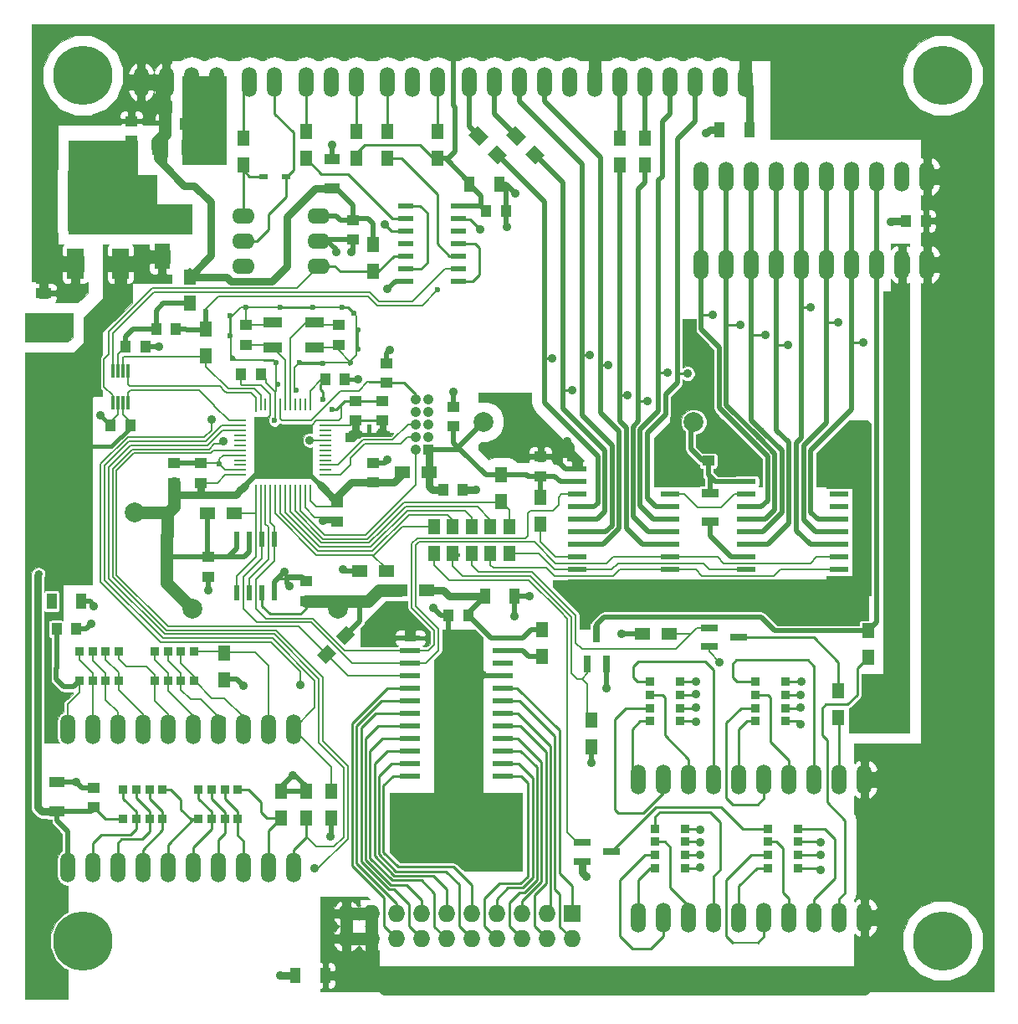
<source format=gbr>
G04 #@! TF.FileFunction,Copper,L1,Top,Signal*
%FSLAX46Y46*%
G04 Gerber Fmt 4.6, Leading zero omitted, Abs format (unit mm)*
G04 Created by KiCad (PCBNEW 4.0.2+e4-6225~38~ubuntu15.04.1-stable) date Do 30 Jun 2016 00:48:15 CEST*
%MOMM*%
G01*
G04 APERTURE LIST*
%ADD10C,0.150000*%
%ADD11C,0.200000*%
%ADD12O,1.506220X3.014980*%
%ADD13R,0.900000X0.900000*%
%ADD14R,1.900000X1.100000*%
%ADD15R,1.250000X1.000000*%
%ADD16R,1.000000X1.250000*%
%ADD17R,1.727200X1.727200*%
%ADD18O,1.727200X1.727200*%
%ADD19R,2.000000X0.600000*%
%ADD20R,1.950000X0.600000*%
%ADD21O,2.286000X1.574800*%
%ADD22R,1.500000X0.600000*%
%ADD23R,1.300000X1.500000*%
%ADD24R,1.500000X1.300000*%
%ADD25R,1.700000X0.900000*%
%ADD26R,0.600000X1.550000*%
%ADD27R,0.800100X1.800860*%
%ADD28R,1.800860X0.800100*%
%ADD29R,1.000000X1.600000*%
%ADD30R,1.600000X1.000000*%
%ADD31R,1.651000X3.048000*%
%ADD32R,6.096000X6.096000*%
%ADD33R,0.250000X1.300000*%
%ADD34R,1.300000X0.250000*%
%ADD35R,1.600200X2.600960*%
%ADD36R,1.050000X1.050000*%
%ADD37C,1.050000*%
%ADD38R,0.900000X0.600000*%
%ADD39C,0.050000*%
%ADD40R,0.300000X1.450000*%
%ADD41C,6.000000*%
%ADD42C,0.889000*%
%ADD43C,0.600000*%
%ADD44C,2.000000*%
%ADD45C,0.508000*%
%ADD46C,0.254000*%
%ADD47C,0.762000*%
%ADD48C,0.400000*%
%ADD49C,0.512000*%
%ADD50C,1.270000*%
%ADD51C,0.100000*%
G04 APERTURE END LIST*
D10*
D11*
X25777000Y-37396280D02*
X25777000Y-38196280D01*
D12*
X4695000Y-72340280D03*
X7235000Y-72340280D03*
X9775000Y-72340280D03*
X12315000Y-72340280D03*
X27555000Y-72340280D03*
X25015000Y-72340280D03*
X22475000Y-72340280D03*
X19935000Y-72340280D03*
X17395000Y-72340280D03*
X14855000Y-72340280D03*
D13*
X5870000Y-67490280D03*
X9870000Y-67490280D03*
X7210000Y-67490280D03*
X8530000Y-67490280D03*
X7210000Y-64490280D03*
X5870000Y-64490280D03*
X9870000Y-64490280D03*
X8530000Y-64490280D03*
D14*
X25421400Y-31192280D03*
X29688600Y-33732280D03*
X29688600Y-31192280D03*
X25421400Y-33732280D03*
D15*
X22729000Y-31462280D03*
X22729000Y-33462280D03*
X32127000Y-33462280D03*
X32127000Y-31462280D03*
X33841500Y-41145780D03*
X33841500Y-39145780D03*
X36572000Y-41145780D03*
X36572000Y-39145780D03*
X15490000Y-45478000D03*
X15490000Y-47478000D03*
X28825000Y-59370280D03*
X28825000Y-57370280D03*
X52574000Y-44797280D03*
X52574000Y-46797280D03*
D16*
X49065500Y-19952780D03*
X47065500Y-19952780D03*
X43255500Y-60829000D03*
X45255500Y-60829000D03*
D15*
X4750000Y-30750000D03*
X4750000Y-28750000D03*
X33550000Y-20850000D03*
X33550000Y-22850000D03*
D17*
X55749000Y-91009280D03*
D18*
X55749000Y-93549280D03*
X53209000Y-91009280D03*
X53209000Y-93549280D03*
X50669000Y-91009280D03*
X50669000Y-93549280D03*
X48129000Y-91009280D03*
X48129000Y-93549280D03*
X45589000Y-91009280D03*
X45589000Y-93549280D03*
X43049000Y-91009280D03*
X43049000Y-93549280D03*
X40509000Y-91009280D03*
X40509000Y-93549280D03*
X37969000Y-91009280D03*
X37969000Y-93549280D03*
X35429000Y-91009280D03*
X35429000Y-93549280D03*
X32889000Y-91009280D03*
X32889000Y-93549280D03*
D19*
X39365000Y-63115000D03*
X39365000Y-64385000D03*
X39365000Y-65655000D03*
X39365000Y-66925000D03*
X39365000Y-68195000D03*
X39365000Y-69465000D03*
X39365000Y-70735000D03*
X39365000Y-72005000D03*
X39365000Y-73275000D03*
X39365000Y-74545000D03*
X39365000Y-75815000D03*
X39365000Y-77085000D03*
X48765000Y-77085000D03*
X48765000Y-75815000D03*
X48765000Y-74545000D03*
X48765000Y-73275000D03*
X48765000Y-72005000D03*
X48765000Y-70735000D03*
X48765000Y-69465000D03*
X48765000Y-68195000D03*
X48765000Y-66925000D03*
X48765000Y-65655000D03*
X48765000Y-64385000D03*
X48765000Y-63115000D03*
D20*
X73401000Y-46051280D03*
X73401000Y-47321280D03*
X73401000Y-48591280D03*
X73401000Y-49861280D03*
X73401000Y-51131280D03*
X73401000Y-52401280D03*
X73401000Y-53671280D03*
X73401000Y-54941280D03*
X73401000Y-56211280D03*
X73401000Y-57481280D03*
X82801000Y-57481280D03*
X82801000Y-56211280D03*
X82801000Y-54941280D03*
X82801000Y-53671280D03*
X82801000Y-52401280D03*
X82801000Y-51131280D03*
X82801000Y-49861280D03*
X82801000Y-48591280D03*
X82801000Y-47321280D03*
X82801000Y-46051280D03*
D21*
X22475000Y-20443000D03*
X22475000Y-22983000D03*
X22475000Y-25523000D03*
X30095000Y-25523000D03*
X30095000Y-22983000D03*
X30095000Y-20443000D03*
D22*
X38885000Y-19420280D03*
X38885000Y-20690280D03*
X38885000Y-21960280D03*
X38885000Y-23230280D03*
X38885000Y-24500280D03*
X38885000Y-25770280D03*
X38885000Y-27040280D03*
X44285000Y-27040280D03*
X44285000Y-25770280D03*
X44285000Y-24500280D03*
X44285000Y-23230280D03*
X44285000Y-21960280D03*
X44285000Y-20690280D03*
X44285000Y-19420280D03*
D23*
X26285000Y-78610280D03*
X26285000Y-81310280D03*
X20570000Y-67386000D03*
X20570000Y-64686000D03*
X28825000Y-78610280D03*
X28825000Y-81310280D03*
X31365000Y-81310280D03*
X31365000Y-78610280D03*
X52701000Y-62273000D03*
X52701000Y-64973000D03*
X22475000Y-12570280D03*
X22475000Y-15270280D03*
X35585000Y-26080280D03*
X35585000Y-23380280D03*
X60575000Y-15270280D03*
X60575000Y-12570280D03*
X63115000Y-15270280D03*
X63115000Y-12570280D03*
D10*
G36*
X49184543Y-14310585D02*
X48265305Y-15229823D01*
X47204645Y-14169163D01*
X48123883Y-13249925D01*
X49184543Y-14310585D01*
X49184543Y-14310585D01*
G37*
G36*
X47275355Y-12401397D02*
X46356117Y-13320635D01*
X45295457Y-12259975D01*
X46214695Y-11340737D01*
X47275355Y-12401397D01*
X47275355Y-12401397D01*
G37*
G36*
X52994543Y-14310585D02*
X52075305Y-15229823D01*
X51014645Y-14169163D01*
X51933883Y-13249925D01*
X52994543Y-14310585D01*
X52994543Y-14310585D01*
G37*
G36*
X51085355Y-12401397D02*
X50166117Y-13320635D01*
X49105457Y-12259975D01*
X50024695Y-11340737D01*
X51085355Y-12401397D01*
X51085355Y-12401397D01*
G37*
D23*
X42160000Y-14635280D03*
X42160000Y-11935280D03*
X37080000Y-14635280D03*
X37080000Y-11935280D03*
X33905000Y-14635280D03*
X33905000Y-11935280D03*
X28825000Y-14635280D03*
X28825000Y-11935280D03*
X48600000Y-46650000D03*
X48600000Y-49350000D03*
D24*
X34269500Y-56320500D03*
X36969500Y-56320500D03*
D23*
X85750000Y-62400000D03*
X85750000Y-65100000D03*
D24*
X65600000Y-62750000D03*
X62900000Y-62750000D03*
D23*
X82673000Y-68450280D03*
X82673000Y-71150280D03*
X57750000Y-71400000D03*
X57750000Y-74100000D03*
X52574000Y-48892280D03*
X52574000Y-51592280D03*
D25*
X69719000Y-48474780D03*
X69719000Y-51374780D03*
D24*
X18839000Y-50496280D03*
X21539000Y-50496280D03*
D26*
X21840000Y-58530280D03*
X23110000Y-58530280D03*
X24380000Y-58530280D03*
X25650000Y-58530280D03*
X25650000Y-53130280D03*
X24380000Y-53130280D03*
X23110000Y-53130280D03*
X21840000Y-53130280D03*
D10*
G36*
X30847695Y-65758043D02*
X29928457Y-64838805D01*
X30989117Y-63778145D01*
X31908355Y-64697383D01*
X30847695Y-65758043D01*
X30847695Y-65758043D01*
G37*
G36*
X32756883Y-63848855D02*
X31837645Y-62929617D01*
X32898305Y-61868957D01*
X33817543Y-62788195D01*
X32756883Y-63848855D01*
X32756883Y-63848855D01*
G37*
D27*
X57300000Y-65751140D03*
X59200000Y-65751140D03*
X58250000Y-62748860D03*
D28*
X56748860Y-83800000D03*
X56748860Y-85700000D03*
X59751140Y-84750000D03*
X69614860Y-62119280D03*
X69614860Y-64019280D03*
X72617140Y-63069280D03*
D29*
X45359000Y-17222280D03*
X48359000Y-17222280D03*
X30750000Y-97250000D03*
X27750000Y-97250000D03*
D30*
X31428500Y-17706280D03*
X31428500Y-14706280D03*
D29*
X73695500Y-11697780D03*
X70695500Y-11697780D03*
D16*
X13650000Y-31850000D03*
X15650000Y-31850000D03*
X91550000Y-20950000D03*
X89550000Y-20950000D03*
D15*
X7298500Y-78261780D03*
X7298500Y-80261780D03*
D16*
X5568000Y-62226000D03*
X3568000Y-62226000D03*
D30*
X3628200Y-77698280D03*
X3628200Y-80698280D03*
D29*
X6068000Y-59432000D03*
X3068000Y-59432000D03*
D16*
X11029000Y-41652000D03*
X9029000Y-41652000D03*
D15*
X32000000Y-51400000D03*
X32000000Y-49400000D03*
X18157000Y-45478000D03*
X18157000Y-47478000D03*
X35600000Y-45400000D03*
X35600000Y-47400000D03*
D16*
X30750000Y-37000000D03*
X32750000Y-37000000D03*
X10553000Y-33651000D03*
X12553000Y-33651000D03*
D31*
X5464000Y-25250280D03*
D32*
X7750000Y-18900280D03*
D31*
X10036000Y-25250280D03*
D33*
X29225500Y-39542280D03*
X28725500Y-39542280D03*
X28225500Y-39542280D03*
X27725500Y-39542280D03*
X27225500Y-39542280D03*
X26725500Y-39542280D03*
X26225500Y-39542280D03*
X25725500Y-39542280D03*
X25225500Y-39542280D03*
X24725500Y-39542280D03*
X24225500Y-39542280D03*
X23725500Y-39542280D03*
D34*
X22125500Y-41142280D03*
X22125500Y-41642280D03*
X22125500Y-42142280D03*
X22125500Y-42642280D03*
X22125500Y-43142280D03*
X22125500Y-43642280D03*
X22125500Y-44142280D03*
X22125500Y-44642280D03*
X22125500Y-45142280D03*
X22125500Y-45642280D03*
X22125500Y-46142280D03*
X22125500Y-46642280D03*
D33*
X23725500Y-48242280D03*
X24225500Y-48242280D03*
X24725500Y-48242280D03*
X25225500Y-48242280D03*
X25725500Y-48242280D03*
X26225500Y-48242280D03*
X26725500Y-48242280D03*
X27225500Y-48242280D03*
X27725500Y-48242280D03*
X28225500Y-48242280D03*
X28725500Y-48242280D03*
X29225500Y-48242280D03*
D34*
X30825500Y-46642280D03*
X30825500Y-46142280D03*
X30825500Y-45642280D03*
X30825500Y-45142280D03*
X30825500Y-44642280D03*
X30825500Y-44142280D03*
X30825500Y-43642280D03*
X30825500Y-43142280D03*
X30825500Y-42642280D03*
X30825500Y-42142280D03*
X30825500Y-41642280D03*
X30825500Y-41142280D03*
D30*
X2250000Y-28250000D03*
X2250000Y-31250000D03*
D35*
X14250000Y-24551140D03*
X14250000Y-20949420D03*
D16*
X24250000Y-36450000D03*
X22250000Y-36450000D03*
D23*
X18650000Y-34600000D03*
X18650000Y-31900000D03*
D15*
X37000000Y-35350000D03*
X37000000Y-37350000D03*
D36*
X41200000Y-44050000D03*
D37*
X41200000Y-42780000D03*
X41200000Y-41510000D03*
X41200000Y-40240000D03*
X41200000Y-38970000D03*
X39930000Y-42780000D03*
X39930000Y-41510000D03*
X39930000Y-40240000D03*
X39930000Y-38970000D03*
X39930000Y-44050000D03*
D13*
X64155000Y-82405280D03*
X64155000Y-86405280D03*
X64155000Y-83745280D03*
X64155000Y-85065280D03*
X67155000Y-83745280D03*
X67155000Y-82405280D03*
X67155000Y-86405280D03*
X67155000Y-85065280D03*
X75585000Y-82405280D03*
X75585000Y-86405280D03*
X75585000Y-83745280D03*
X75585000Y-85065280D03*
X78585000Y-83745280D03*
X78585000Y-82405280D03*
X78585000Y-86405280D03*
X78585000Y-85065280D03*
X66647000Y-71546280D03*
X66647000Y-67546280D03*
X66647000Y-70206280D03*
X66647000Y-68886280D03*
X63647000Y-70206280D03*
X63647000Y-71546280D03*
X63647000Y-67546280D03*
X63647000Y-68886280D03*
X77315000Y-71546280D03*
X77315000Y-67546280D03*
X77315000Y-70206280D03*
X77315000Y-68886280D03*
X74315000Y-70206280D03*
X74315000Y-71546280D03*
X74315000Y-67546280D03*
X74315000Y-68886280D03*
X10315000Y-81460280D03*
X14315000Y-81460280D03*
X11655000Y-81460280D03*
X12975000Y-81460280D03*
X11655000Y-78460280D03*
X10315000Y-78460280D03*
X14315000Y-78460280D03*
X12975000Y-78460280D03*
X17935000Y-81460280D03*
X21935000Y-81460280D03*
X19275000Y-81460280D03*
X20595000Y-81460280D03*
X19275000Y-78460280D03*
X17935000Y-78460280D03*
X21935000Y-78460280D03*
X20595000Y-78460280D03*
X13490000Y-67490280D03*
X17490000Y-67490280D03*
X14830000Y-67490280D03*
X16150000Y-67490280D03*
X14830000Y-64490280D03*
X13490000Y-64490280D03*
X17490000Y-64490280D03*
X16150000Y-64490280D03*
D12*
X19757200Y-6909880D03*
X17217200Y-6909880D03*
X14677200Y-6909880D03*
X12137200Y-6909880D03*
D38*
X24507000Y-16460280D03*
X26793000Y-16460280D03*
D12*
X42160000Y-6935280D03*
X39620000Y-6935280D03*
X37080000Y-6935280D03*
X33905000Y-6935280D03*
X31365000Y-6935280D03*
X28825000Y-6935280D03*
X4695000Y-86310280D03*
X7235000Y-86310280D03*
X9775000Y-86310280D03*
X12315000Y-86310280D03*
X27555000Y-86310280D03*
X25015000Y-86310280D03*
X22475000Y-86310280D03*
X19935000Y-86310280D03*
X17395000Y-86310280D03*
X14855000Y-86310280D03*
X25650000Y-6935280D03*
X23110000Y-6935280D03*
X62480000Y-77420280D03*
X65020000Y-77420280D03*
X67560000Y-77420280D03*
X70100000Y-77420280D03*
X85340000Y-77420280D03*
X82800000Y-77420280D03*
X80260000Y-77420280D03*
X77720000Y-77420280D03*
X75180000Y-77420280D03*
X72640000Y-77420280D03*
X68830000Y-16460280D03*
X71370000Y-16460280D03*
X73910000Y-16460280D03*
X76450000Y-16460280D03*
X91690000Y-16460280D03*
X89150000Y-16460280D03*
X86610000Y-16460280D03*
X84070000Y-16460280D03*
X81530000Y-16460280D03*
X78990000Y-16460280D03*
X62480000Y-91390280D03*
X65020000Y-91390280D03*
X67560000Y-91390280D03*
X70100000Y-91390280D03*
X85340000Y-91390280D03*
X82800000Y-91390280D03*
X80260000Y-91390280D03*
X77720000Y-91390280D03*
X75180000Y-91390280D03*
X72640000Y-91390280D03*
X68830000Y-25350280D03*
X71370000Y-25350280D03*
X73910000Y-25350280D03*
X76450000Y-25350280D03*
X91690000Y-25350280D03*
X89150000Y-25350280D03*
X86610000Y-25350280D03*
X84070000Y-25350280D03*
X81530000Y-25350280D03*
X78990000Y-25350280D03*
X58035000Y-6935280D03*
X55495000Y-6935280D03*
X52955000Y-6935280D03*
X50415000Y-6935280D03*
X47875000Y-6935280D03*
X45335000Y-6935280D03*
X73275000Y-6935280D03*
X70735000Y-6935280D03*
X68195000Y-6935280D03*
X65655000Y-6935280D03*
X63115000Y-6935280D03*
X60575000Y-6935280D03*
D15*
X69528500Y-45209780D03*
X69528500Y-43209780D03*
D39*
X25777000Y-37396280D03*
X25777000Y-38196280D03*
D15*
X18919000Y-56957280D03*
X18919000Y-54957280D03*
D40*
X9279000Y-39315000D03*
X9779000Y-39315000D03*
X10279000Y-39315000D03*
X10779000Y-39315000D03*
X10779000Y-36115000D03*
X10279000Y-36115000D03*
X9779000Y-36115000D03*
X9279000Y-36115000D03*
D20*
X56256000Y-46051280D03*
X56256000Y-47321280D03*
X56256000Y-48591280D03*
X56256000Y-49861280D03*
X56256000Y-51131280D03*
X56256000Y-52401280D03*
X56256000Y-53671280D03*
X56256000Y-54941280D03*
X56256000Y-56211280D03*
X56256000Y-57481280D03*
X65656000Y-57481280D03*
X65656000Y-56211280D03*
X65656000Y-54941280D03*
X65656000Y-53671280D03*
X65656000Y-52401280D03*
X65656000Y-51131280D03*
X65656000Y-49861280D03*
X65656000Y-48591280D03*
X65656000Y-47321280D03*
X65656000Y-46051280D03*
D23*
X17050000Y-26600000D03*
X17050000Y-29300000D03*
D16*
X14550000Y-11150000D03*
X16550000Y-11150000D03*
D29*
X13750000Y-13550000D03*
X16750000Y-13550000D03*
D15*
X11150000Y-10850000D03*
X11150000Y-12850000D03*
D23*
X47494000Y-54559000D03*
X47494000Y-51859000D03*
X49399000Y-54559000D03*
X49399000Y-51859000D03*
X41779000Y-54559000D03*
X41779000Y-51859000D03*
X43684000Y-54559000D03*
X43684000Y-51859000D03*
X45589000Y-54559000D03*
X45589000Y-51859000D03*
D29*
X46946500Y-58860500D03*
X49946500Y-58860500D03*
D24*
X41033500Y-58289000D03*
X38333500Y-58289000D03*
D16*
X42700000Y-48150000D03*
X44700000Y-48150000D03*
D24*
X41300000Y-46350000D03*
X38600000Y-46350000D03*
D15*
X43750000Y-41750000D03*
X43750000Y-39750000D03*
D41*
X93250000Y-93750280D03*
X6250000Y-6250280D03*
X93250000Y-6250280D03*
X6250000Y-93750280D03*
D42*
X37334000Y-33986280D03*
X46478000Y-21794280D03*
X36826000Y-21286280D03*
X35810000Y-61926280D03*
X42750000Y-79750000D03*
X38250000Y-79750000D03*
X38750000Y-84750000D03*
X45750000Y-85750000D03*
X49250000Y-85750000D03*
X49250000Y-80250000D03*
X45750000Y-75750000D03*
X42750000Y-75750000D03*
X42750000Y-73750000D03*
X45750000Y-73750000D03*
X45750000Y-71750000D03*
X42750000Y-71750000D03*
X42750000Y-69750000D03*
X45750000Y-69750000D03*
X45750000Y-67750000D03*
X42750000Y-67750000D03*
X26250000Y-97250000D03*
X57200000Y-87250000D03*
X69350000Y-12050000D03*
X88050000Y-21050000D03*
X43750000Y-38250000D03*
X4250000Y-32250000D03*
X2750000Y-32250000D03*
X46000000Y-48150000D03*
X34050000Y-37000000D03*
X37080000Y-45081000D03*
X36445000Y-42287000D03*
X1250000Y-32250000D03*
X51250000Y-40250000D03*
X49250000Y-40250000D03*
X49250000Y-41750000D03*
X51250000Y-41750000D03*
X50750000Y-44750000D03*
X49250000Y-43250000D03*
X51250000Y-43250000D03*
X55750000Y-44750000D03*
X55250000Y-43250000D03*
X53250000Y-43250000D03*
X84750000Y-59250000D03*
X82750000Y-59250000D03*
X80250000Y-59250000D03*
X78250000Y-59250000D03*
X76250000Y-59250000D03*
X74250000Y-59250000D03*
X72250000Y-59250000D03*
X70250000Y-59250000D03*
X68250000Y-59250000D03*
X66250000Y-59250000D03*
X64250000Y-59250000D03*
X62250000Y-59250000D03*
X60250000Y-59250000D03*
X58250000Y-59250000D03*
X56250000Y-59250000D03*
X54750000Y-58250000D03*
X57750000Y-75750000D03*
X59250000Y-68250000D03*
X60750000Y-62750000D03*
X89250000Y-72250000D03*
X87750000Y-72250000D03*
X86250000Y-72250000D03*
X88388000Y-63323280D03*
X88388000Y-62053280D03*
X88388000Y-60656280D03*
X88261000Y-50750280D03*
X88261000Y-48972280D03*
X88261000Y-47194280D03*
X88261000Y-45670280D03*
X89150000Y-30938280D03*
X87880000Y-30938280D03*
X87880000Y-29414280D03*
X89150000Y-29414280D03*
X84750000Y-72250000D03*
X32571500Y-56193500D03*
X51431000Y-58924000D03*
X49907000Y-60956000D03*
X46668500Y-66861500D03*
X43684000Y-63496000D03*
X37143500Y-63178500D03*
X41715500Y-60067000D03*
X38477000Y-61019500D03*
X70700000Y-65550000D03*
X30550000Y-51250000D03*
X29650000Y-86450000D03*
X31301500Y-83198780D03*
X20450000Y-43250000D03*
X22475000Y-67941000D03*
X19250000Y-41050000D03*
X28250000Y-67850000D03*
X8050000Y-40650000D03*
X13966000Y-33651000D03*
X7108000Y-61718000D03*
X7362000Y-59940000D03*
X5584000Y-77720000D03*
X18919000Y-58289000D03*
D43*
X20062000Y-45543280D03*
X18665000Y-30095000D03*
X42160000Y-27936000D03*
D42*
X33397000Y-24126000D03*
X31873000Y-24126000D03*
D43*
X67650000Y-31850000D03*
X67650000Y-33050000D03*
X25650000Y-41150000D03*
D42*
X18250000Y-10750000D03*
X18250000Y-12250000D03*
X18250000Y-13750000D03*
X19750000Y-13750000D03*
X19750000Y-12250000D03*
X19750000Y-10750000D03*
X10250000Y-14250000D03*
X8750000Y-14250000D03*
X7250000Y-14250000D03*
X5750000Y-14250000D03*
X12250000Y-17250000D03*
X12250000Y-18750000D03*
X16250000Y-20750000D03*
X12250000Y-20750000D03*
X31428500Y-13285280D03*
X27491500Y-76975780D03*
X37080000Y-27826780D03*
X50034000Y-18174780D03*
X49145000Y-21540280D03*
X73021000Y-44463780D03*
X82482500Y-44590780D03*
X82419000Y-43384280D03*
X84387500Y-42431780D03*
X85086000Y-43320780D03*
X85086000Y-44908280D03*
X85086000Y-46114780D03*
X84959000Y-47321280D03*
X66607500Y-44527280D03*
X65147000Y-44019280D03*
X66036000Y-42304780D03*
X71370000Y-44781280D03*
X71179500Y-43384280D03*
X26666000Y-56465280D03*
X27174000Y-57862280D03*
X71370000Y-46178280D03*
X67814000Y-47194280D03*
X67814000Y-46178280D03*
X29206000Y-43130280D03*
X33524000Y-42541000D03*
X80895000Y-83770280D03*
X85213000Y-33224280D03*
X80895000Y-85040280D03*
X82673000Y-31192280D03*
X80895000Y-86564280D03*
X79879000Y-29668280D03*
X77593000Y-33478280D03*
X68703000Y-82500280D03*
X75307000Y-32462280D03*
X68703000Y-83770280D03*
X78863000Y-70181280D03*
X59432000Y-35510280D03*
X78863000Y-71832280D03*
X57527000Y-34494280D03*
X78990000Y-67514280D03*
X67433000Y-36399280D03*
X78863000Y-68911280D03*
X65401000Y-36272280D03*
X68322000Y-68784280D03*
X61337000Y-38558280D03*
X68322000Y-67514280D03*
X63369000Y-39193280D03*
X68322000Y-71578280D03*
X53717000Y-34875280D03*
X68322000Y-70181280D03*
X55749000Y-38050280D03*
D43*
X34050000Y-33950000D03*
X34050000Y-31950000D03*
X30550000Y-35350000D03*
X28190000Y-35256280D03*
X28150000Y-35250000D03*
X21150000Y-30550000D03*
X21150000Y-32550000D03*
X21350000Y-34850000D03*
X22750000Y-29650000D03*
X27850000Y-38050000D03*
X25777000Y-35256280D03*
X25950000Y-37450000D03*
X26250000Y-29668280D03*
X29550000Y-29650000D03*
X32450000Y-29668280D03*
X33650000Y-30250000D03*
X33350000Y-35250000D03*
D42*
X69973000Y-30430280D03*
X68703000Y-86310280D03*
X72767000Y-31446280D03*
X68703000Y-85040280D03*
D44*
X17331500Y-60130500D03*
X32063500Y-60130500D03*
D43*
X31500000Y-40000000D03*
X30500000Y-39000000D03*
D44*
X5250000Y-50450000D03*
X11450000Y-50450000D03*
X68068000Y-41288780D03*
X46795500Y-41271000D03*
D11*
X56256000Y-56211280D02*
X53961280Y-56211280D01*
X52350000Y-54600000D02*
X50000000Y-54600000D01*
X53961280Y-56211280D02*
X52350000Y-54600000D01*
X73401000Y-56211280D02*
X69655500Y-56211280D01*
X59749500Y-56211280D02*
X56256000Y-56211280D01*
X60384500Y-55576280D02*
X59749500Y-56211280D01*
X69020500Y-55576280D02*
X60384500Y-55576280D01*
X69655500Y-56211280D02*
X69020500Y-55576280D01*
D45*
X37000000Y-35350000D02*
X37000000Y-34320280D01*
X37000000Y-34320280D02*
X37334000Y-33986280D01*
D46*
X46478000Y-21794280D02*
X45462000Y-20778280D01*
X45462000Y-20778280D02*
X44373000Y-20778280D01*
X44373000Y-20778280D02*
X44285000Y-20690280D01*
X38885000Y-21960280D02*
X37500000Y-21960280D01*
X37500000Y-21960280D02*
X36826000Y-21286280D01*
D47*
X38477000Y-61019500D02*
X36716780Y-61019500D01*
X36716780Y-61019500D02*
X35810000Y-61926280D01*
X46668500Y-66861500D02*
X43638500Y-66861500D01*
X38250000Y-84250000D02*
X38250000Y-79750000D01*
X38750000Y-84750000D02*
X38250000Y-84250000D01*
X49250000Y-85750000D02*
X45750000Y-85750000D01*
X45750000Y-80250000D02*
X49250000Y-80250000D01*
X45750000Y-75750000D02*
X45750000Y-80250000D01*
X42750000Y-73750000D02*
X42750000Y-75750000D01*
X45750000Y-71750000D02*
X45750000Y-73750000D01*
X42750000Y-69750000D02*
X42750000Y-71750000D01*
X45750000Y-67750000D02*
X45750000Y-69750000D01*
X43638500Y-66861500D02*
X42750000Y-67750000D01*
X27750000Y-97250000D02*
X26250000Y-97250000D01*
X56748860Y-85700000D02*
X56748860Y-86798860D01*
X56748860Y-86798860D02*
X57200000Y-87250000D01*
X70695500Y-11697780D02*
X69702220Y-11697780D01*
X69702220Y-11697780D02*
X69350000Y-12050000D01*
X89550000Y-20950000D02*
X88150000Y-20950000D01*
X88150000Y-20950000D02*
X88050000Y-21050000D01*
D45*
X43750000Y-38250000D02*
X43750000Y-39750000D01*
D47*
X2750000Y-32250000D02*
X4250000Y-32250000D01*
D45*
X4250000Y-32250000D02*
X2750000Y-31250000D01*
D47*
X44700000Y-48150000D02*
X46000000Y-48150000D01*
D48*
X32750000Y-37000000D02*
X34050000Y-37000000D01*
D45*
X35600000Y-45400000D02*
X36761000Y-45400000D01*
X36761000Y-45400000D02*
X37080000Y-45081000D01*
X36572000Y-41145780D02*
X36572000Y-42160000D01*
X36572000Y-42160000D02*
X36445000Y-42287000D01*
D49*
X2750000Y-31250000D02*
X1250000Y-32250000D01*
X51250000Y-43250000D02*
X51250000Y-41750000D01*
X49250000Y-41750000D02*
X49250000Y-40250000D01*
X52574000Y-44797280D02*
X50797280Y-44797280D01*
X50797280Y-44797280D02*
X50750000Y-44750000D01*
X53250000Y-43250000D02*
X51250000Y-43250000D01*
X52574000Y-44797280D02*
X52574000Y-43926000D01*
X55750000Y-43750000D02*
X55750000Y-44750000D01*
X55250000Y-43250000D02*
X55750000Y-43750000D01*
X52574000Y-43926000D02*
X53250000Y-43250000D01*
X56256000Y-57481280D02*
X55518720Y-57481280D01*
X55518720Y-57481280D02*
X54750000Y-58250000D01*
X80250000Y-59250000D02*
X82750000Y-59250000D01*
X76250000Y-59250000D02*
X78250000Y-59250000D01*
X72250000Y-59250000D02*
X74250000Y-59250000D01*
X68250000Y-59250000D02*
X70250000Y-59250000D01*
X64250000Y-59250000D02*
X66250000Y-59250000D01*
X60250000Y-59250000D02*
X62250000Y-59250000D01*
X56250000Y-59250000D02*
X58250000Y-59250000D01*
X57750000Y-74100000D02*
X57750000Y-75750000D01*
X59200000Y-65751140D02*
X59200000Y-68200000D01*
X59200000Y-68200000D02*
X59250000Y-68250000D01*
X62900000Y-62750000D02*
X60750000Y-62750000D01*
X88388000Y-71388000D02*
X89250000Y-72250000D01*
X87750000Y-72250000D02*
X86250000Y-72250000D01*
D46*
X89150000Y-28398280D02*
X89150000Y-25350280D01*
X88388000Y-62053280D02*
X88388000Y-63323280D01*
X88388000Y-50877280D02*
X88388000Y-60656280D01*
X88261000Y-50750280D02*
X88388000Y-50877280D01*
X88261000Y-47194280D02*
X88261000Y-48972280D01*
X88261000Y-31827280D02*
X88261000Y-45670280D01*
X89150000Y-30938280D02*
X88261000Y-31827280D01*
X87880000Y-29414280D02*
X87880000Y-30938280D01*
X89150000Y-28398280D02*
X89150000Y-29414280D01*
D49*
X88388000Y-63323280D02*
X88388000Y-71388000D01*
D45*
X34269500Y-56320500D02*
X32698500Y-56320500D01*
X32698500Y-56320500D02*
X32571500Y-56193500D01*
X49946500Y-58860500D02*
X51367500Y-58860500D01*
X51367500Y-58860500D02*
X51431000Y-58924000D01*
X49946500Y-58860500D02*
X49946500Y-60916500D01*
X49946500Y-60916500D02*
X49907000Y-60956000D01*
X43255500Y-60829000D02*
X43255500Y-63067500D01*
X46732000Y-66925000D02*
X48765000Y-66925000D01*
X46668500Y-66861500D02*
X46732000Y-66925000D01*
X43255500Y-63067500D02*
X43684000Y-63496000D01*
X37143500Y-63178500D02*
X37143500Y-62353000D01*
X42477500Y-60829000D02*
X43255500Y-60829000D01*
X41715500Y-60067000D02*
X42477500Y-60829000D01*
X37143500Y-62353000D02*
X38477000Y-61019500D01*
X37207000Y-63115000D02*
X39365000Y-63115000D01*
X37143500Y-63178500D02*
X37207000Y-63115000D01*
D11*
X69614860Y-64019280D02*
X69614860Y-64464860D01*
X69614860Y-64464860D02*
X70700000Y-65550000D01*
D45*
X31850000Y-51250000D02*
X30550000Y-51250000D01*
X31850000Y-51250000D02*
X32000000Y-51400000D01*
D11*
X28725500Y-48242280D02*
X28725500Y-49952280D01*
X28725500Y-49952280D02*
X29673220Y-50900000D01*
X29673220Y-50900000D02*
X31500000Y-50900000D01*
X31500000Y-50900000D02*
X32000000Y-51400000D01*
X24650000Y-62345284D02*
X25757660Y-62345284D01*
X30015688Y-86450000D02*
X29650000Y-86450000D01*
X33050002Y-83415686D02*
X30015688Y-86450000D01*
X33050002Y-76084314D02*
X33050002Y-83415686D01*
X30514004Y-73548316D02*
X33050002Y-76084314D01*
X30514004Y-67101628D02*
X30514004Y-73548316D01*
X25757660Y-62345284D02*
X30514004Y-67101628D01*
D49*
X31365000Y-83135280D02*
X31301500Y-83198780D01*
X31365000Y-81310280D02*
X31365000Y-83135280D01*
D11*
X20450000Y-43250000D02*
X20173344Y-43526656D01*
X20173344Y-43526656D02*
X19526656Y-43526656D01*
X19526656Y-43526656D02*
X19007314Y-44045998D01*
X19007314Y-44045998D02*
X11260314Y-44045998D01*
X11260314Y-44045998D02*
X9247998Y-46058314D01*
X9247998Y-46058314D02*
X9247998Y-56930686D01*
X9247998Y-56930686D02*
X14662596Y-62345284D01*
X14662596Y-62345284D02*
X24650000Y-62345284D01*
D45*
X21810780Y-67276780D02*
X22475000Y-67941000D01*
X21810780Y-67276780D02*
X20570000Y-67276780D01*
D11*
X19250000Y-42106248D02*
X19250000Y-41050000D01*
X18510256Y-42845992D02*
X19250000Y-42106248D01*
X10763256Y-42845992D02*
X18510256Y-42845992D01*
X8047992Y-45561256D02*
X10763256Y-42845992D01*
X8047992Y-57447992D02*
X8047992Y-45561256D01*
X14145290Y-63545290D02*
X8047992Y-57447992D01*
X25260602Y-63545290D02*
X14145290Y-63545290D01*
X28207656Y-66492344D02*
X25260602Y-63545290D01*
X28207656Y-67807656D02*
X28207656Y-66492344D01*
X28250000Y-67850000D02*
X28207656Y-67807656D01*
D48*
X9029000Y-41652000D02*
X9029000Y-41629000D01*
X9029000Y-41629000D02*
X8050000Y-40650000D01*
D45*
X12553000Y-33651000D02*
X13966000Y-33651000D01*
D11*
X9779000Y-39315000D02*
X9779000Y-40505000D01*
X9779000Y-40505000D02*
X9029000Y-41255000D01*
X9029000Y-41255000D02*
X9029000Y-41652000D01*
D45*
X6068000Y-59432000D02*
X6981000Y-59432000D01*
X6600000Y-62226000D02*
X7108000Y-61718000D01*
X6600000Y-62226000D02*
X5568000Y-62226000D01*
X7362000Y-59813000D02*
X7362000Y-59940000D01*
X6981000Y-59432000D02*
X7362000Y-59813000D01*
X5584000Y-77720000D02*
X3649920Y-77720000D01*
X3649920Y-77720000D02*
X3628200Y-77698280D01*
X6125780Y-78261780D02*
X7298500Y-78261780D01*
X5584000Y-77720000D02*
X6125780Y-78261780D01*
D49*
X18919000Y-56957280D02*
X18919000Y-58289000D01*
D45*
X15490000Y-45478000D02*
X18157000Y-45478000D01*
D11*
X20062000Y-45478000D02*
X20062000Y-45543280D01*
X18157000Y-45478000D02*
X20062000Y-45478000D01*
X18665000Y-30095000D02*
X18665000Y-29841000D01*
D49*
X18665000Y-31885000D02*
X18665000Y-30095000D01*
D11*
X40616998Y-29479002D02*
X42160000Y-27936000D01*
X36025314Y-29479002D02*
X40616998Y-29479002D01*
X35096316Y-28550004D02*
X36025314Y-29479002D01*
X19955996Y-28550004D02*
X35096316Y-28550004D01*
X18665000Y-29841000D02*
X19955996Y-28550004D01*
D49*
X30095000Y-22983000D02*
X30984000Y-22983000D01*
X30984000Y-22983000D02*
X31873000Y-23872000D01*
X33550000Y-23973000D02*
X33550000Y-22850000D01*
X33397000Y-24126000D02*
X33550000Y-23973000D01*
X31873000Y-23872000D02*
X31873000Y-24126000D01*
X33550000Y-22850000D02*
X30228000Y-22850000D01*
X30228000Y-22850000D02*
X30095000Y-22983000D01*
X16760000Y-32000000D02*
X18550000Y-32000000D01*
X18550000Y-32000000D02*
X18665000Y-31885000D01*
X15650000Y-31850000D02*
X16610000Y-31850000D01*
X16610000Y-31850000D02*
X16760000Y-32000000D01*
D11*
X68450000Y-39383780D02*
X68450000Y-33850000D01*
X68450000Y-33850000D02*
X67650000Y-33050000D01*
X24745000Y-36945000D02*
X24745000Y-37272280D01*
X24745000Y-37272280D02*
X25725500Y-38252780D01*
X25725500Y-38431280D02*
X25725500Y-39542280D01*
X25725500Y-38431280D02*
X25725500Y-38252780D01*
X24745000Y-36945000D02*
X24250000Y-36450000D01*
X25725500Y-39542280D02*
X25725500Y-41074500D01*
X25725500Y-41074500D02*
X25650000Y-41150000D01*
D49*
X19300000Y-6935280D02*
X19300000Y-10200000D01*
X18250000Y-13750000D02*
X18250000Y-12250000D01*
X19750000Y-12250000D02*
X19750000Y-13750000D01*
X19750000Y-10650000D02*
X19750000Y-10750000D01*
X19300000Y-10200000D02*
X19750000Y-10650000D01*
X10250000Y-16250000D02*
X10250000Y-14250000D01*
X8250000Y-14250000D02*
X8750000Y-14250000D01*
X7250000Y-14250000D02*
X8250000Y-14250000D01*
X5750000Y-14250000D02*
X7750000Y-16250000D01*
X10250000Y-16250000D02*
X11250000Y-17250000D01*
X11250000Y-17250000D02*
X12250000Y-17250000D01*
X7750000Y-18900280D02*
X10400280Y-18900280D01*
X10400280Y-18900280D02*
X12250000Y-20750000D01*
X16050580Y-20949420D02*
X14250000Y-20949420D01*
X16250000Y-20750000D02*
X16050580Y-20949420D01*
X7750000Y-18900280D02*
X7750000Y-16250000D01*
X31428500Y-14706280D02*
X31428500Y-13285280D01*
X27491500Y-76975780D02*
X27682000Y-76975780D01*
X26285000Y-78182280D02*
X27491500Y-76975780D01*
X27682000Y-76975780D02*
X28825000Y-78118780D01*
X28825000Y-78118780D02*
X28825000Y-78610280D01*
X26285000Y-78610280D02*
X26285000Y-78182280D01*
X28825000Y-78610280D02*
X26285000Y-78610280D01*
X16760000Y-6935280D02*
X16760000Y-11237280D01*
X16760000Y-11237280D02*
X16617000Y-11380280D01*
X38885000Y-27040280D02*
X37866500Y-27040280D01*
X37866500Y-27040280D02*
X37080000Y-27826780D01*
X49065500Y-19952780D02*
X49065500Y-21460780D01*
X49081500Y-17222280D02*
X48359000Y-17222280D01*
X50034000Y-18174780D02*
X49081500Y-17222280D01*
X49065500Y-21460780D02*
X49145000Y-21540280D01*
X48359000Y-17222280D02*
X48764000Y-17222280D01*
X48764000Y-17222280D02*
X49065500Y-17523780D01*
X49065500Y-17523780D02*
X49065500Y-19952780D01*
X84959000Y-47321280D02*
X84959000Y-57163780D01*
X84641500Y-57481280D02*
X82801000Y-57481280D01*
X84959000Y-57163780D02*
X84641500Y-57481280D01*
X56256000Y-57481280D02*
X65656000Y-57481280D01*
X65656000Y-57481280D02*
X73401000Y-57481280D01*
X82801000Y-57481280D02*
X79498000Y-57481280D01*
X79498000Y-57481280D02*
X73401000Y-57481280D01*
X85086000Y-46114780D02*
X85086000Y-44908280D01*
X82482500Y-43447780D02*
X82482500Y-44590780D01*
X82419000Y-43384280D02*
X82482500Y-43447780D01*
X84387500Y-42622280D02*
X84387500Y-42431780D01*
X85086000Y-43320780D02*
X84387500Y-42622280D01*
X82801000Y-47321280D02*
X84959000Y-47321280D01*
X85022500Y-46051280D02*
X82801000Y-46051280D01*
X85086000Y-46114780D02*
X85022500Y-46051280D01*
X71179500Y-43384280D02*
X71179500Y-42241280D01*
X65655000Y-44527280D02*
X66607500Y-44527280D01*
X65147000Y-44019280D02*
X65655000Y-44527280D01*
X66036000Y-40717280D02*
X66036000Y-42304780D01*
X67369500Y-39383780D02*
X66036000Y-40717280D01*
X68703000Y-39383780D02*
X68450000Y-39383780D01*
X68450000Y-39383780D02*
X67369500Y-39383780D01*
X69719000Y-40399780D02*
X68703000Y-39383780D01*
X69719000Y-40780780D02*
X69719000Y-40399780D01*
X71179500Y-42241280D02*
X69719000Y-40780780D01*
X69528500Y-43209780D02*
X71005000Y-43209780D01*
X71370000Y-44781280D02*
X71370000Y-46178280D01*
X71005000Y-43209780D02*
X71179500Y-43384280D01*
D45*
X52574000Y-44797280D02*
X53796500Y-44797280D01*
X55050500Y-46051280D02*
X56256000Y-46051280D01*
X53796500Y-44797280D02*
X55050500Y-46051280D01*
D11*
X22125500Y-44642280D02*
X20455000Y-44642280D01*
X20455000Y-44642280D02*
X20062000Y-45035280D01*
X22125500Y-46142280D02*
X20661000Y-46142280D01*
X20062000Y-45543280D02*
X20062000Y-45035280D01*
X20661000Y-46142280D02*
X20062000Y-45543280D01*
D45*
X25650000Y-57481280D02*
X26666000Y-56465280D01*
X26920000Y-57608280D02*
X26920000Y-56973280D01*
X27174000Y-57862280D02*
X26920000Y-57608280D01*
X25650000Y-58530280D02*
X25650000Y-57481280D01*
X26920000Y-56973280D02*
X28428000Y-56973280D01*
X28428000Y-56973280D02*
X28825000Y-57370280D01*
D46*
X26031000Y-57100280D02*
X28555000Y-57100280D01*
X25650000Y-57481280D02*
X26031000Y-57100280D01*
X28555000Y-57100280D02*
X28825000Y-57370280D01*
D49*
X73401000Y-46051280D02*
X71497000Y-46051280D01*
X71497000Y-46051280D02*
X71370000Y-46178280D01*
X65656000Y-47321280D02*
X67687000Y-47321280D01*
X67687000Y-47321280D02*
X67814000Y-47194280D01*
X67687000Y-46051280D02*
X65656000Y-46051280D01*
X67814000Y-46178280D02*
X67687000Y-46051280D01*
D11*
X30825500Y-43142280D02*
X29218000Y-43142280D01*
X29218000Y-43142280D02*
X29206000Y-43130280D01*
X30825500Y-41642280D02*
X33345000Y-41642280D01*
D45*
X33841500Y-41145780D02*
X33841500Y-42223500D01*
X33841500Y-42223500D02*
X33524000Y-42541000D01*
D46*
X33841500Y-41145780D02*
X36572000Y-41145780D01*
D11*
X33345000Y-41642280D02*
X33841500Y-41145780D01*
X21539000Y-50496280D02*
X23725500Y-50496280D01*
X23725500Y-50496280D02*
X23745000Y-50496280D01*
X23745000Y-50496280D02*
X23725500Y-50496280D01*
X23725500Y-48242280D02*
X23725500Y-50496280D01*
X23725500Y-50496280D02*
X23725500Y-51031282D01*
X21840000Y-56846280D02*
X21840000Y-58530280D01*
X23745000Y-54941280D02*
X21840000Y-56846280D01*
X23745000Y-51050782D02*
X23745000Y-54941280D01*
X23725500Y-51031282D02*
X23745000Y-51050782D01*
X24725500Y-48242280D02*
X24725500Y-51575500D01*
X24725500Y-51575500D02*
X25015000Y-51865000D01*
X23110000Y-57100280D02*
X23110000Y-58530280D01*
X25015000Y-55195280D02*
X23110000Y-57100280D01*
X25015000Y-51865000D02*
X25015000Y-52600000D01*
X25015000Y-52600000D02*
X25015000Y-55195280D01*
X27555000Y-61145278D02*
X29516466Y-61145278D01*
X32756188Y-64385000D02*
X39365000Y-64385000D01*
X29516466Y-61145278D02*
X32756188Y-64385000D01*
X56256000Y-48591280D02*
X54689820Y-48591280D01*
X54689820Y-48591280D02*
X54390100Y-48891000D01*
X54390100Y-48891000D02*
X54390100Y-49653000D01*
X54390100Y-49653000D02*
X53805900Y-50237200D01*
X53805900Y-50237200D02*
X51558000Y-50237200D01*
X51558000Y-50237200D02*
X51316700Y-50478500D01*
X51316700Y-50478500D02*
X51316700Y-52763278D01*
X51316700Y-52763278D02*
X51062700Y-53017278D01*
X51062700Y-53017278D02*
X40078422Y-53017278D01*
X40078422Y-53017278D02*
X39505700Y-53590000D01*
X39505700Y-53590000D02*
X39505700Y-60067000D01*
X39505700Y-60067000D02*
X41804400Y-62365700D01*
X41804400Y-62365700D02*
X41804400Y-63800800D01*
X41804400Y-63800800D02*
X41220200Y-64385000D01*
X41220200Y-64385000D02*
X39365000Y-64385000D01*
X25225500Y-48242280D02*
X25225500Y-51475500D01*
X25650000Y-51900000D02*
X25650000Y-53130280D01*
X25225500Y-51475500D02*
X25650000Y-51900000D01*
X25650000Y-53130280D02*
X25650000Y-55322280D01*
X25650000Y-55322280D02*
X23745000Y-57227280D01*
X23745000Y-57227280D02*
X23745000Y-60148280D01*
X23745000Y-60148280D02*
X24741998Y-61145278D01*
X24741998Y-61145278D02*
X27555000Y-61145278D01*
X56750000Y-67250000D02*
X57250000Y-67750000D01*
X57250000Y-67750000D02*
X57250000Y-70900000D01*
X57250000Y-70900000D02*
X57750000Y-71400000D01*
X50288000Y-56850004D02*
X51510192Y-56850004D01*
X57300000Y-66700000D02*
X57300000Y-65751140D01*
X56750000Y-67250000D02*
X57300000Y-66700000D01*
X56250000Y-67250000D02*
X56750000Y-67250000D01*
X55650002Y-66650002D02*
X56250000Y-67250000D01*
X55650002Y-60989814D02*
X55650002Y-66650002D01*
X51510192Y-56850004D02*
X55650002Y-60989814D01*
X43684000Y-54559000D02*
X43684000Y-55876000D01*
X44658004Y-56850004D02*
X50288000Y-56850004D01*
X50288000Y-56850004D02*
X50542000Y-56850004D01*
X43684000Y-55876000D02*
X44658004Y-56850004D01*
X44300000Y-54600000D02*
X44300000Y-54800000D01*
X56748860Y-83800000D02*
X56300000Y-83800000D01*
X56300000Y-83800000D02*
X55250000Y-82750000D01*
X55250000Y-82750000D02*
X55250000Y-61155500D01*
X55250000Y-61155500D02*
X54547250Y-60452750D01*
X45843000Y-57250006D02*
X51344506Y-57250006D01*
X51344506Y-57250006D02*
X54547250Y-60452750D01*
X41779000Y-54559000D02*
X41779000Y-55749000D01*
X43280006Y-57250006D02*
X45843000Y-57250006D01*
X45843000Y-57250006D02*
X46097000Y-57250006D01*
X41779000Y-55749000D02*
X43280006Y-57250006D01*
X49780000Y-56050000D02*
X47795000Y-56050000D01*
X47494000Y-55749000D02*
X47494000Y-54559000D01*
X47795000Y-56050000D02*
X47494000Y-55749000D01*
X60575000Y-56211280D02*
X59940000Y-56846280D01*
X59940000Y-56846280D02*
X53971000Y-56846280D01*
X53971000Y-56846280D02*
X53780500Y-56655780D01*
X60575000Y-56211280D02*
X65656000Y-56211280D01*
X53174720Y-56050000D02*
X53780500Y-56655780D01*
X49780000Y-56050000D02*
X53174720Y-56050000D01*
X82801000Y-56211280D02*
X76831000Y-56211280D01*
X68258500Y-56211280D02*
X65656000Y-56211280D01*
X68893500Y-56846280D02*
X68258500Y-56211280D01*
X76196000Y-56846280D02*
X68893500Y-56846280D01*
X76831000Y-56211280D02*
X76196000Y-56846280D01*
X28253500Y-61545280D02*
X29350780Y-61545280D01*
X33460500Y-65655000D02*
X39365000Y-65655000D01*
X29350780Y-61545280D02*
X33460500Y-65655000D01*
X23872000Y-61545280D02*
X28253500Y-61545280D01*
X22475000Y-60148280D02*
X23872000Y-61545280D01*
X22475000Y-56973280D02*
X22475000Y-60148280D01*
X24380000Y-55068280D02*
X22475000Y-56973280D01*
X24380000Y-53130280D02*
X24380000Y-55068280D01*
X43341100Y-53417280D02*
X40244108Y-53417280D01*
X65656000Y-54941280D02*
X59876500Y-54941280D01*
X59876500Y-54941280D02*
X59241500Y-55576280D01*
X44065000Y-53417280D02*
X43341100Y-53417280D01*
X47900000Y-53417280D02*
X44065000Y-53417280D01*
X51939000Y-53417280D02*
X54098000Y-55576280D01*
X47900000Y-53417280D02*
X51939000Y-53417280D01*
X59241500Y-55576280D02*
X54098000Y-55576280D01*
X40244108Y-53417280D02*
X39905702Y-53755686D01*
X39905702Y-53755686D02*
X39905702Y-59901314D01*
X39905702Y-59901314D02*
X42204402Y-62200014D01*
X42204402Y-62200014D02*
X42204402Y-63013400D01*
X40953500Y-65655000D02*
X39365000Y-65655000D01*
X42204402Y-64404098D02*
X42204402Y-63013400D01*
X40953500Y-65655000D02*
X42204402Y-64404098D01*
X65656000Y-54941280D02*
X70481000Y-54941280D01*
X80514000Y-54941280D02*
X82801000Y-54941280D01*
X79879000Y-55576280D02*
X80514000Y-54941280D01*
X71116000Y-55576280D02*
X79879000Y-55576280D01*
X70481000Y-54941280D02*
X71116000Y-55576280D01*
X24380000Y-53130280D02*
X24380000Y-53792468D01*
X24225500Y-48242280D02*
X24225500Y-52975780D01*
X24225500Y-52975780D02*
X24380000Y-53130280D01*
X65600000Y-62750000D02*
X67750000Y-62750000D01*
X67750000Y-62750000D02*
X68250000Y-62250000D01*
X56112938Y-60887062D02*
X56112938Y-63612938D01*
X68380720Y-62119280D02*
X69614860Y-62119280D01*
X66250000Y-64250000D02*
X68250000Y-62250000D01*
X68250000Y-62250000D02*
X68380720Y-62119280D01*
X56750000Y-64250000D02*
X66250000Y-64250000D01*
X56112938Y-63612938D02*
X56750000Y-64250000D01*
X51675878Y-56450002D02*
X50478500Y-56450002D01*
X56112938Y-60887062D02*
X51675878Y-56450002D01*
X45589000Y-54559000D02*
X45589000Y-55749000D01*
X46290002Y-56450002D02*
X50478500Y-56450002D01*
X45589000Y-55749000D02*
X46290002Y-56450002D01*
X31365000Y-78610280D02*
X31365000Y-76150280D01*
X31365000Y-76150280D02*
X27555000Y-72340280D01*
X13966000Y-43245994D02*
X10928942Y-43245994D01*
X29714000Y-70181280D02*
X27555000Y-72340280D01*
X29714000Y-67433000D02*
X29714000Y-70181280D01*
X25426288Y-63145288D02*
X29714000Y-67433000D01*
X14331224Y-63145288D02*
X25426288Y-63145288D01*
X8447994Y-57262058D02*
X14331224Y-63145288D01*
X8447994Y-45726942D02*
X8447994Y-57262058D01*
X10928942Y-43245994D02*
X8447994Y-45726942D01*
X22125500Y-41642280D02*
X20279656Y-41642280D01*
X18675942Y-43245994D02*
X13966000Y-43245994D01*
X20279656Y-41642280D02*
X18675942Y-43245994D01*
X29872000Y-84228000D02*
X31672000Y-84228000D01*
X25591974Y-62745286D02*
X25250000Y-62745286D01*
X30114002Y-67267314D02*
X25591974Y-62745286D01*
X30114002Y-73714002D02*
X30114002Y-67267314D01*
X32650000Y-76250000D02*
X30114002Y-73714002D01*
X32650000Y-83250000D02*
X32650000Y-76250000D01*
X31672000Y-84228000D02*
X32650000Y-83250000D01*
X12442000Y-43645996D02*
X11094628Y-43645996D01*
X20345344Y-42142280D02*
X18841628Y-43645996D01*
X18841628Y-43645996D02*
X12442000Y-43645996D01*
X22125500Y-42142280D02*
X20345344Y-42142280D01*
X11094628Y-43645996D02*
X8847996Y-45892628D01*
X8847996Y-45892628D02*
X8847996Y-57096372D01*
X8847996Y-57096372D02*
X14496910Y-62745286D01*
X14496910Y-62745286D02*
X25250000Y-62745286D01*
X29872000Y-84228000D02*
X29672000Y-84028000D01*
X29672000Y-84028000D02*
X28825000Y-83181000D01*
D46*
X27555000Y-86310280D02*
X27555000Y-84532280D01*
X28825000Y-83262280D02*
X28825000Y-83181000D01*
X27555000Y-84532280D02*
X28825000Y-83262280D01*
X28825000Y-83181000D02*
X28825000Y-81310280D01*
D47*
X73695500Y-11697780D02*
X73695500Y-7355780D01*
X73695500Y-7355780D02*
X73275000Y-6935280D01*
D50*
X35429000Y-93549280D02*
X35429000Y-97229000D01*
X35429000Y-97229000D02*
X36829280Y-98629280D01*
X32889000Y-93549280D02*
X35429000Y-93549280D01*
X35429000Y-91009280D02*
X35429000Y-93549280D01*
X32889000Y-91009280D02*
X32889000Y-93549280D01*
X35429000Y-91009280D02*
X32889000Y-91009280D01*
D47*
X13750000Y-13550000D02*
X13750000Y-14131000D01*
X13750000Y-14131000D02*
X14347000Y-14728000D01*
X14347000Y-14728000D02*
X14347000Y-15236000D01*
X13750000Y-13550000D02*
X13750000Y-14639000D01*
X19173000Y-24477000D02*
X17050000Y-26600000D01*
X19173000Y-19046000D02*
X19173000Y-24477000D01*
X17522000Y-17395000D02*
X19173000Y-19046000D01*
X16506000Y-17395000D02*
X17522000Y-17395000D01*
X13750000Y-14639000D02*
X14347000Y-15236000D01*
X14347000Y-15236000D02*
X16506000Y-17395000D01*
X17050000Y-26600000D02*
X20758000Y-26600000D01*
X31428500Y-17706280D02*
X29783720Y-17706280D01*
X26920000Y-20570000D02*
X26920000Y-23491000D01*
X29783720Y-17706280D02*
X26920000Y-20570000D01*
X26920000Y-23491000D02*
X26920000Y-25523000D01*
X20758000Y-26600000D02*
X21205000Y-27047000D01*
X21205000Y-27047000D02*
X25396000Y-27047000D01*
X25396000Y-27047000D02*
X26920000Y-25523000D01*
D49*
X30095000Y-20443000D02*
X31873000Y-20443000D01*
X32280000Y-20850000D02*
X33550000Y-20850000D01*
X31873000Y-20443000D02*
X32280000Y-20850000D01*
X13750000Y-13550000D02*
X13750000Y-13561280D01*
X13750000Y-13561280D02*
X14617000Y-14428280D01*
D50*
X13750000Y-13550000D02*
X13750000Y-12950000D01*
X13750000Y-12950000D02*
X14550000Y-12150000D01*
X14550000Y-12150000D02*
X14550000Y-9950000D01*
X14550000Y-9950000D02*
X14220000Y-9620000D01*
X14220000Y-9620000D02*
X14220000Y-6935280D01*
D49*
X17050000Y-26600000D02*
X17050000Y-25950000D01*
X31428500Y-17706280D02*
X31912500Y-17706280D01*
X31912500Y-17706280D02*
X33585000Y-19378780D01*
X42160000Y-14635280D02*
X43223000Y-14635280D01*
X43747500Y-3315780D02*
X44001500Y-3061780D01*
X43747500Y-9284780D02*
X43747500Y-3315780D01*
X43938000Y-9475280D02*
X43747500Y-9284780D01*
X43938000Y-13920280D02*
X43938000Y-9475280D01*
X43223000Y-14635280D02*
X43938000Y-13920280D01*
X45359000Y-17222280D02*
X45359000Y-17246280D01*
X45359000Y-17246280D02*
X46533000Y-18420280D01*
X46533000Y-18420280D02*
X46533000Y-19420280D01*
X44285000Y-19420280D02*
X46533000Y-19420280D01*
X46533000Y-19420280D02*
X47065500Y-19952780D01*
X45359000Y-17222280D02*
X45359000Y-17055780D01*
X45359000Y-17055780D02*
X42938500Y-14635280D01*
X42938500Y-14635280D02*
X42160000Y-14635280D01*
D46*
X33905000Y-14635280D02*
X33905000Y-14110780D01*
X33905000Y-14110780D02*
X34730500Y-13285280D01*
X34730500Y-13285280D02*
X40382000Y-13285280D01*
X40382000Y-13285280D02*
X41732000Y-14635280D01*
X41732000Y-14635280D02*
X42160000Y-14635280D01*
D50*
X87372000Y-91390280D02*
X85340000Y-91390280D01*
X36829280Y-98629280D02*
X85340000Y-98629280D01*
X85340000Y-98629280D02*
X87626000Y-96343280D01*
X87626000Y-96343280D02*
X87626000Y-91644280D01*
X87626000Y-91644280D02*
X87372000Y-91390280D01*
D49*
X35585000Y-23380280D02*
X35585000Y-21230280D01*
X35585000Y-21230280D02*
X35085000Y-20730280D01*
D50*
X73275000Y-6935280D02*
X73275000Y-3125280D01*
X58035000Y-3379280D02*
X58035000Y-6935280D01*
X58924000Y-2490280D02*
X58035000Y-3379280D01*
X72640000Y-2490280D02*
X58924000Y-2490280D01*
X73275000Y-3125280D02*
X72640000Y-2490280D01*
D49*
X33585000Y-19378780D02*
X33585000Y-20730280D01*
X35085000Y-20730280D02*
X33585000Y-20730280D01*
X30031500Y-20905280D02*
X30910000Y-20905280D01*
X14617000Y-11380280D02*
X14617000Y-14428280D01*
D11*
X22729000Y-33462280D02*
X25151400Y-33462280D01*
X25151400Y-33462280D02*
X25421400Y-33732280D01*
X26725500Y-39542280D02*
X26725500Y-35036380D01*
X26725500Y-35036380D02*
X25421400Y-33732280D01*
X24770400Y-33970280D02*
X24976900Y-34176780D01*
X32127000Y-31462280D02*
X29958600Y-31462280D01*
X29958600Y-31462280D02*
X29688600Y-31192280D01*
X27225500Y-39542280D02*
X27225500Y-32791780D01*
X27225500Y-32791780D02*
X28825000Y-31192280D01*
X28825000Y-31192280D02*
X29688600Y-31192280D01*
D46*
X26793000Y-16460280D02*
X26793000Y-18538000D01*
X23872000Y-22983000D02*
X22475000Y-22983000D01*
X25015000Y-21840000D02*
X23872000Y-22983000D01*
X25015000Y-20316000D02*
X25015000Y-21840000D01*
X26793000Y-18538000D02*
X25015000Y-20316000D01*
X26793000Y-16460280D02*
X26920000Y-16460280D01*
X26920000Y-16460280D02*
X27555000Y-15825280D01*
X27555000Y-15825280D02*
X27555000Y-12015280D01*
X27555000Y-12015280D02*
X25650000Y-10110280D01*
X25650000Y-10110280D02*
X25650000Y-6935280D01*
X22475000Y-20443000D02*
X22475000Y-15270280D01*
X22475000Y-20841780D02*
X22411500Y-20905280D01*
X22411500Y-20905280D02*
X21840000Y-20905280D01*
X22395000Y-15270280D02*
X22475000Y-15270280D01*
X22475000Y-15270280D02*
X22475000Y-15825280D01*
X22475000Y-15825280D02*
X23110000Y-16460280D01*
X23110000Y-16460280D02*
X24507000Y-16460280D01*
X42160000Y-6935280D02*
X42160000Y-11935280D01*
X37080000Y-11935280D02*
X37080000Y-6935280D01*
X33905000Y-6935280D02*
X33905000Y-11935280D01*
X28825000Y-11935280D02*
X28825000Y-6935280D01*
X21935000Y-78460280D02*
X23007000Y-78460280D01*
X24841000Y-81310280D02*
X26285000Y-81310280D01*
X24253000Y-80722280D02*
X24841000Y-81310280D01*
X24253000Y-79706280D02*
X24253000Y-80722280D01*
X23007000Y-78460280D02*
X24253000Y-79706280D01*
X25015000Y-86310280D02*
X25015000Y-82580280D01*
X25015000Y-82580280D02*
X26285000Y-81310280D01*
X21935000Y-81460280D02*
X21935000Y-83103280D01*
X22475000Y-83643280D02*
X22475000Y-86310280D01*
X21935000Y-83103280D02*
X22475000Y-83643280D01*
X20595000Y-78460280D02*
X20595000Y-79350280D01*
X21935000Y-80690280D02*
X21935000Y-81460280D01*
X20595000Y-79350280D02*
X21935000Y-80690280D01*
X20595000Y-81460280D02*
X20595000Y-82856280D01*
X19935000Y-83516280D02*
X19935000Y-86310280D01*
X20595000Y-82856280D02*
X19935000Y-83516280D01*
X19275000Y-78460280D02*
X19275000Y-79427280D01*
X20595000Y-80747280D02*
X20595000Y-81460280D01*
X19275000Y-79427280D02*
X20595000Y-80747280D01*
X17395000Y-86310280D02*
X17395000Y-84278280D01*
X19275000Y-82398280D02*
X19275000Y-81460280D01*
X17395000Y-84278280D02*
X19275000Y-82398280D01*
X17935000Y-78460280D02*
X17935000Y-79357280D01*
X19275000Y-80697280D02*
X19275000Y-81460280D01*
X17935000Y-79357280D02*
X19275000Y-80697280D01*
X14855000Y-86310280D02*
X14855000Y-84024280D01*
X17419000Y-81460280D02*
X17935000Y-81460280D01*
X14855000Y-84024280D02*
X17419000Y-81460280D01*
X14315000Y-78460280D02*
X15133000Y-78460280D01*
X17117000Y-81460280D02*
X17935000Y-81460280D01*
X16125000Y-80468280D02*
X17117000Y-81460280D01*
X16125000Y-79452280D02*
X16125000Y-80468280D01*
X15133000Y-78460280D02*
X16125000Y-79452280D01*
X14315000Y-81460280D02*
X14315000Y-82532280D01*
X12315000Y-84532280D02*
X12315000Y-86310280D01*
X14315000Y-82532280D02*
X12315000Y-84532280D01*
X12975000Y-78460280D02*
X12975000Y-79350280D01*
X14315000Y-80690280D02*
X14315000Y-81460280D01*
X12975000Y-79350280D02*
X14315000Y-80690280D01*
X9775000Y-86310280D02*
X9775000Y-83843282D01*
X12975000Y-82729280D02*
X12975000Y-81460280D01*
X12241998Y-83462282D02*
X12975000Y-82729280D01*
X10156000Y-83462282D02*
X12241998Y-83462282D01*
X9775000Y-83843282D02*
X10156000Y-83462282D01*
X11655000Y-78460280D02*
X11655000Y-79300280D01*
X12975000Y-80620280D02*
X12975000Y-81460280D01*
X11655000Y-79300280D02*
X12975000Y-80620280D01*
X7235000Y-86310280D02*
X7235000Y-83897280D01*
X11655000Y-82398280D02*
X11655000Y-81460280D01*
X11045000Y-83008280D02*
X11655000Y-82398280D01*
X8124000Y-83008280D02*
X11045000Y-83008280D01*
X7235000Y-83897280D02*
X8124000Y-83008280D01*
X10315000Y-78460280D02*
X10315000Y-79357280D01*
X11655000Y-80697280D02*
X11655000Y-81460280D01*
X10315000Y-79357280D02*
X11655000Y-80697280D01*
X22475000Y-12570280D02*
X22475000Y-7570280D01*
X22475000Y-7570280D02*
X23110000Y-6935280D01*
X82800000Y-77420280D02*
X82800000Y-71277280D01*
X82800000Y-71277280D02*
X82673000Y-71150280D01*
X72005000Y-66371280D02*
X72005000Y-65736280D01*
X72386000Y-65355280D02*
X73148000Y-65355280D01*
X72005000Y-65736280D02*
X72386000Y-65355280D01*
X74315000Y-67546280D02*
X72418000Y-67546280D01*
X72005000Y-67133280D02*
X72005000Y-66371280D01*
X72418000Y-67546280D02*
X72005000Y-67133280D01*
X80260000Y-65990280D02*
X80260000Y-77420280D01*
X79625000Y-65355280D02*
X80260000Y-65990280D01*
X78355000Y-65355280D02*
X79625000Y-65355280D01*
X73148000Y-65355280D02*
X78355000Y-65355280D01*
X74315000Y-68886280D02*
X75536000Y-68886280D01*
X77720000Y-75515280D02*
X77720000Y-77420280D01*
X75815000Y-73610280D02*
X77720000Y-75515280D01*
X75815000Y-69165280D02*
X75815000Y-73610280D01*
X75536000Y-68886280D02*
X75815000Y-69165280D01*
X75180000Y-77420280D02*
X75180000Y-79325280D01*
X72869000Y-70206280D02*
X74315000Y-70206280D01*
X71370000Y-71705280D02*
X72869000Y-70206280D01*
X71370000Y-79325280D02*
X71370000Y-71705280D01*
X72005000Y-79960280D02*
X71370000Y-79325280D01*
X74545000Y-79960280D02*
X72005000Y-79960280D01*
X75180000Y-79325280D02*
X74545000Y-79960280D01*
X72640000Y-77420280D02*
X72640000Y-72340280D01*
X73434000Y-71546280D02*
X74315000Y-71546280D01*
X72640000Y-72340280D02*
X73434000Y-71546280D01*
X63647000Y-67546280D02*
X62385000Y-67546280D01*
X70100000Y-66371280D02*
X70100000Y-77420280D01*
X69211000Y-65482280D02*
X70100000Y-66371280D01*
X62480000Y-65482280D02*
X69211000Y-65482280D01*
X61972000Y-65990280D02*
X62480000Y-65482280D01*
X61972000Y-67133280D02*
X61972000Y-65990280D01*
X62385000Y-67546280D02*
X61972000Y-67133280D01*
X67560000Y-77420280D02*
X67560000Y-75388280D01*
X64868000Y-68886280D02*
X63647000Y-68886280D01*
X65147000Y-69165280D02*
X64868000Y-68886280D01*
X65147000Y-72975280D02*
X65147000Y-69165280D01*
X67560000Y-75388280D02*
X65147000Y-72975280D01*
X65020000Y-77420280D02*
X65020000Y-78817280D01*
X65020000Y-78817280D02*
X62988000Y-80849280D01*
X62988000Y-80849280D02*
X60448000Y-80849280D01*
X60448000Y-80849280D02*
X60067000Y-80468280D01*
X60067000Y-80468280D02*
X60067000Y-71324280D01*
X60067000Y-71324280D02*
X61185000Y-70206280D01*
X61185000Y-70206280D02*
X63647000Y-70206280D01*
X63647000Y-71546280D02*
X62639000Y-71546280D01*
X61845000Y-72340280D02*
X61845000Y-76785280D01*
X62639000Y-71546280D02*
X61845000Y-72340280D01*
X61845000Y-76785280D02*
X62480000Y-77420280D01*
D49*
X85750000Y-62400000D02*
X76262500Y-62400000D01*
X76262500Y-62400000D02*
X74862500Y-61000000D01*
X86610000Y-58733500D02*
X86610000Y-61540000D01*
X86610000Y-61540000D02*
X85750000Y-62400000D01*
X70250000Y-61000000D02*
X59000000Y-61000000D01*
X74862500Y-61000000D02*
X70250000Y-61000000D01*
X59000000Y-61000000D02*
X58250000Y-61750000D01*
X58250000Y-61750000D02*
X58250000Y-62748860D01*
D46*
X86610000Y-60275280D02*
X86610000Y-60257500D01*
X86610000Y-60257500D02*
X86610000Y-60275280D01*
D49*
X86610000Y-25350280D02*
X86610000Y-58733500D01*
X86610000Y-58733500D02*
X86610000Y-60275280D01*
X86610000Y-25350280D02*
X86610000Y-16460280D01*
D46*
X80870000Y-83745280D02*
X80895000Y-83770280D01*
X78585000Y-83745280D02*
X80870000Y-83745280D01*
X85213000Y-33224280D02*
X84070000Y-33224280D01*
X84070000Y-33224280D02*
X84197000Y-33224280D01*
X84197000Y-33224280D02*
X84070000Y-33224280D01*
D49*
X80641000Y-51131280D02*
X82801000Y-51131280D01*
X79906004Y-50396284D02*
X80641000Y-51131280D01*
X79906004Y-44146280D02*
X79906004Y-50396284D01*
X81276000Y-42776284D02*
X79906004Y-44146280D01*
X84070000Y-25350280D02*
X84070000Y-33224280D01*
X84070000Y-33224280D02*
X84070000Y-39982284D01*
X84070000Y-39982284D02*
X81276000Y-42776284D01*
X84070000Y-25350280D02*
X84070000Y-16460280D01*
D46*
X80870000Y-85065280D02*
X80895000Y-85040280D01*
X78585000Y-85065280D02*
X80870000Y-85065280D01*
X82673000Y-31192280D02*
X81530000Y-31192280D01*
X81530000Y-31192280D02*
X81403000Y-31192280D01*
X81403000Y-31192280D02*
X81530000Y-31192280D01*
D49*
X81530000Y-25350280D02*
X81530000Y-31192280D01*
X81530000Y-31192280D02*
X81530000Y-41352280D01*
X81530000Y-16460280D02*
X81530000Y-25350280D01*
X82801000Y-52401280D02*
X80387000Y-52401280D01*
X80387000Y-52401280D02*
X79194002Y-51208282D01*
X79194002Y-51208282D02*
X79194002Y-43688278D01*
X81530000Y-41352280D02*
X79194002Y-43688278D01*
D46*
X80736000Y-86405280D02*
X80895000Y-86564280D01*
X78585000Y-86405280D02*
X80736000Y-86405280D01*
X79879000Y-29668280D02*
X78990000Y-29668280D01*
X78990000Y-29668280D02*
X78863000Y-29668280D01*
X78863000Y-29668280D02*
X78990000Y-29668280D01*
X78863000Y-30430280D02*
X78990000Y-30430280D01*
X78990000Y-30303280D02*
X78863000Y-30430280D01*
X78990000Y-29795280D02*
X78990000Y-30303280D01*
X79117000Y-29668280D02*
X78990000Y-29795280D01*
D49*
X78990000Y-25350280D02*
X78990000Y-16460280D01*
X78482000Y-43674592D02*
X78482000Y-43384280D01*
X78482000Y-43674592D02*
X78482000Y-43896520D01*
X78990000Y-42876280D02*
X78990000Y-30430280D01*
X78990000Y-30430280D02*
X78990000Y-29668280D01*
X78990000Y-29668280D02*
X78990000Y-25350280D01*
X78482000Y-43384280D02*
X78990000Y-42876280D01*
X78482000Y-43896520D02*
X78482000Y-52274280D01*
X78482000Y-52274280D02*
X79879000Y-53671280D01*
X82801000Y-53671280D02*
X79879000Y-53671280D01*
D46*
X67155000Y-82405280D02*
X68608000Y-82405280D01*
X77593000Y-33478280D02*
X76450000Y-33478280D01*
X68608000Y-82405280D02*
X68703000Y-82500280D01*
X76450000Y-33478280D02*
X76323000Y-33478280D01*
X76323000Y-33478280D02*
X76450000Y-33478280D01*
D49*
X76450000Y-16460280D02*
X76450000Y-25350280D01*
X76450000Y-25350280D02*
X76450000Y-33478280D01*
X76450000Y-33478280D02*
X76450000Y-42114280D01*
X77697006Y-43361286D02*
X77697006Y-43896520D01*
X76450000Y-42114280D02*
X77697006Y-43361286D01*
X77697006Y-43896520D02*
X77697006Y-51535274D01*
X77697006Y-51535274D02*
X75561000Y-53671280D01*
X75561000Y-53671280D02*
X73401000Y-53671280D01*
X73910000Y-16460280D02*
X73910000Y-25350280D01*
D46*
X68678000Y-83745280D02*
X68703000Y-83770280D01*
X67155000Y-83745280D02*
X68678000Y-83745280D01*
X75307000Y-32462280D02*
X73910000Y-32462280D01*
X73910000Y-32462280D02*
X74037000Y-32462280D01*
X74037000Y-32462280D02*
X73910000Y-32462280D01*
D49*
X73910000Y-25350280D02*
X73910000Y-32462280D01*
X73910000Y-32462280D02*
X73910000Y-41116436D01*
X73910000Y-41116436D02*
X75089381Y-42295817D01*
X76985004Y-44191440D02*
X75089381Y-42295817D01*
X75089381Y-42295817D02*
X74880840Y-42087276D01*
X76985004Y-50460198D02*
X76985004Y-44191440D01*
X73401000Y-52401280D02*
X75043922Y-52401280D01*
X75043922Y-52401280D02*
X76985004Y-50460198D01*
D46*
X84650000Y-67250000D02*
X84650000Y-66200000D01*
X84650000Y-66200000D02*
X85750000Y-65100000D01*
X84650000Y-67250000D02*
X84650000Y-68850000D01*
X82800000Y-91390280D02*
X82800000Y-89500000D01*
X83650000Y-69850000D02*
X84650000Y-68850000D01*
X81450000Y-69850000D02*
X83650000Y-69850000D01*
X81050000Y-70250000D02*
X81450000Y-69850000D01*
X81050000Y-72950000D02*
X81050000Y-70250000D01*
X81550000Y-73450000D02*
X81050000Y-72950000D01*
X81550000Y-79750000D02*
X81550000Y-73450000D01*
X83350000Y-81550000D02*
X81550000Y-79750000D01*
X83350000Y-88950000D02*
X83350000Y-81550000D01*
X82800000Y-89500000D02*
X83350000Y-88950000D01*
X81350000Y-82450000D02*
X78629720Y-82450000D01*
X78629720Y-82450000D02*
X78585000Y-82405280D01*
X80260000Y-91390280D02*
X80260000Y-89540000D01*
X82350000Y-83450000D02*
X81350000Y-82450000D01*
X81350000Y-82450000D02*
X81350000Y-82450000D01*
X82350000Y-87450000D02*
X82350000Y-83450000D01*
X80260000Y-89540000D02*
X82350000Y-87450000D01*
X80260000Y-91390280D02*
X80260000Y-90120280D01*
X77720000Y-91390280D02*
X77720000Y-89485280D01*
X76425000Y-83745280D02*
X75585000Y-83745280D01*
X77085000Y-84405280D02*
X76425000Y-83745280D01*
X77085000Y-88850280D02*
X77085000Y-84405280D01*
X77720000Y-89485280D02*
X77085000Y-88850280D01*
X75180000Y-91390280D02*
X75180000Y-93295280D01*
X73885000Y-85065280D02*
X71370000Y-87580280D01*
X71370000Y-87580280D02*
X71370000Y-93295280D01*
X71370000Y-93295280D02*
X72005000Y-93930280D01*
X73885000Y-85065280D02*
X75585000Y-85065280D01*
D11*
X74545000Y-93930280D02*
X72005000Y-93930280D01*
D46*
X75180000Y-93295280D02*
X74545000Y-93930280D01*
X72640000Y-91390280D02*
X72640000Y-88215280D01*
X74450000Y-86405280D02*
X75585000Y-86405280D01*
X72640000Y-88215280D02*
X74450000Y-86405280D01*
X64155000Y-82405280D02*
X64155000Y-81206280D01*
X70100000Y-87199280D02*
X70100000Y-91390280D01*
X70735000Y-86564280D02*
X70100000Y-87199280D01*
X70735000Y-81738280D02*
X70735000Y-86564280D01*
X69719000Y-80722280D02*
X70735000Y-81738280D01*
X64639000Y-80722280D02*
X69719000Y-80722280D01*
X64155000Y-81206280D02*
X64639000Y-80722280D01*
X67560000Y-91390280D02*
X67560000Y-90247280D01*
X67560000Y-90247280D02*
X65655000Y-88342280D01*
X65655000Y-88342280D02*
X65655000Y-84278280D01*
X65655000Y-84278280D02*
X65122000Y-83745280D01*
X65122000Y-83745280D02*
X64155000Y-83745280D01*
X64155000Y-85065280D02*
X63090000Y-85065280D01*
X65020000Y-93295280D02*
X65020000Y-91390280D01*
X63750000Y-94565280D02*
X65020000Y-93295280D01*
X61845000Y-94565280D02*
X63750000Y-94565280D01*
X60575000Y-93295280D02*
X61845000Y-94565280D01*
X60575000Y-87580280D02*
X60575000Y-93295280D01*
X63090000Y-85065280D02*
X60575000Y-87580280D01*
X64155000Y-86405280D02*
X63655000Y-86405280D01*
X62480000Y-87580280D02*
X62480000Y-91390280D01*
X63655000Y-86405280D02*
X62480000Y-87580280D01*
X78838000Y-70206280D02*
X78863000Y-70181280D01*
X77315000Y-70206280D02*
X78838000Y-70206280D01*
X59432000Y-35510280D02*
X58670000Y-35510280D01*
D49*
X52955000Y-6935280D02*
X52955000Y-8840280D01*
X58924000Y-53671280D02*
X56256000Y-53671280D01*
X60520992Y-52074288D02*
X58924000Y-53671280D01*
X60520992Y-42178194D02*
X60520992Y-52074288D01*
X58670000Y-40327202D02*
X60520992Y-42178194D01*
X58670000Y-14555280D02*
X58670000Y-35510280D01*
X58670000Y-35510280D02*
X58670000Y-40327202D01*
X52955000Y-8840280D02*
X58670000Y-14555280D01*
D46*
X78577000Y-71546280D02*
X78863000Y-71832280D01*
X77315000Y-71546280D02*
X78577000Y-71546280D01*
X57527000Y-34494280D02*
X56765000Y-34494280D01*
D49*
X56256000Y-52401280D02*
X59187078Y-52401280D01*
X50415000Y-8840280D02*
X50415000Y-6935280D01*
X56765000Y-15190280D02*
X50415000Y-8840280D01*
X56765000Y-40590280D02*
X56765000Y-34494280D01*
X56765000Y-34494280D02*
X56765000Y-15190280D01*
X59808990Y-43634270D02*
X56765000Y-40590280D01*
X59808990Y-51779368D02*
X59808990Y-43634270D01*
X59187078Y-52401280D02*
X59808990Y-51779368D01*
X63369000Y-44273280D02*
X63369000Y-42350124D01*
X65224002Y-40495122D02*
X65224002Y-38481278D01*
X63369000Y-42350124D02*
X65224002Y-40495122D01*
X63369000Y-44527280D02*
X63369000Y-44273280D01*
X65224002Y-38481278D02*
X66417000Y-37288280D01*
X66417000Y-36399280D02*
X66417000Y-37288280D01*
D46*
X77315000Y-67546280D02*
X78958000Y-67546280D01*
X78958000Y-67546280D02*
X78990000Y-67514280D01*
X67433000Y-36399280D02*
X66417000Y-36399280D01*
D49*
X68195000Y-6935280D02*
X68195000Y-10872280D01*
X64258000Y-49861280D02*
X65656000Y-49861280D01*
X63369000Y-48972280D02*
X64258000Y-49861280D01*
X63369000Y-44527280D02*
X63369000Y-48972280D01*
X66417000Y-12650280D02*
X66417000Y-36399280D01*
X68195000Y-10872280D02*
X66417000Y-12650280D01*
X62656998Y-45162280D02*
X62656998Y-42055204D01*
X64512000Y-40200202D02*
X64512000Y-39383780D01*
X62656998Y-42055204D02*
X64512000Y-40200202D01*
D46*
X77315000Y-68886280D02*
X78838000Y-68886280D01*
X78838000Y-68886280D02*
X78863000Y-68911280D01*
X65401000Y-36272280D02*
X64512000Y-36272280D01*
X64512000Y-36272280D02*
X64639000Y-36272280D01*
X64639000Y-36272280D02*
X64512000Y-36272280D01*
D49*
X64512000Y-39383780D02*
X64512000Y-36272280D01*
X64512000Y-36272280D02*
X64512000Y-16841280D01*
X64512000Y-16841280D02*
X64893000Y-16460280D01*
X65656000Y-51131280D02*
X64004000Y-51131280D01*
X65655000Y-10110280D02*
X65655000Y-6935280D01*
X64893000Y-10872280D02*
X65655000Y-10110280D01*
X64893000Y-16460280D02*
X64893000Y-10872280D01*
X62656998Y-49784278D02*
X62656998Y-45162280D01*
X64004000Y-51131280D02*
X62656998Y-49784278D01*
D45*
X48765000Y-64385000D02*
X50796000Y-64385000D01*
X51384000Y-64973000D02*
X52701000Y-64973000D01*
X50796000Y-64385000D02*
X51384000Y-64973000D01*
D46*
X66647000Y-68886280D02*
X68220000Y-68886280D01*
X68220000Y-68886280D02*
X68322000Y-68784280D01*
X61337000Y-38558280D02*
X60575000Y-38558280D01*
X60575000Y-38558280D02*
X60702000Y-38558280D01*
X60702000Y-38558280D02*
X60575000Y-38558280D01*
D49*
X65656000Y-53671280D02*
X62861000Y-53671280D01*
X60575000Y-41225280D02*
X60575000Y-38558280D01*
X60575000Y-38558280D02*
X60575000Y-15270280D01*
X61232994Y-41883274D02*
X60575000Y-41225280D01*
X61232994Y-52043274D02*
X61232994Y-41883274D01*
X62861000Y-53671280D02*
X61232994Y-52043274D01*
D46*
X66647000Y-67546280D02*
X68290000Y-67546280D01*
X68290000Y-67546280D02*
X68322000Y-67514280D01*
X63369000Y-39193280D02*
X62480000Y-39193280D01*
X62480000Y-39193280D02*
X62607000Y-39193280D01*
X62607000Y-39193280D02*
X62480000Y-39193280D01*
D49*
X63115000Y-15270280D02*
X63115000Y-17095280D01*
X63496000Y-52401280D02*
X65656000Y-52401280D01*
X61944996Y-50850276D02*
X63496000Y-52401280D01*
X61944996Y-41760284D02*
X61944996Y-50850276D01*
X62480000Y-41225280D02*
X61944996Y-41760284D01*
X62480000Y-17730280D02*
X62480000Y-39193280D01*
X62480000Y-39193280D02*
X62480000Y-41225280D01*
X63115000Y-17095280D02*
X62480000Y-17730280D01*
D46*
X66647000Y-71546280D02*
X68290000Y-71546280D01*
X68290000Y-71546280D02*
X68322000Y-71578280D01*
X53717000Y-34875280D02*
X52955000Y-34875280D01*
X52955000Y-34875280D02*
X53082000Y-34875280D01*
X53082000Y-34875280D02*
X52955000Y-34875280D01*
D49*
X52955000Y-37415280D02*
X52955000Y-34875280D01*
X52955000Y-34875280D02*
X52955000Y-19000280D01*
X58003986Y-49861280D02*
X58384986Y-49480280D01*
X58384986Y-49480280D02*
X58384986Y-44750266D01*
X58384986Y-44750266D02*
X53590000Y-39955280D01*
X53590000Y-39955280D02*
X52955000Y-39320280D01*
X52955000Y-39320280D02*
X52955000Y-37415280D01*
X56256000Y-49861280D02*
X58003986Y-49861280D01*
X52955000Y-19000280D02*
X48194594Y-14239874D01*
D46*
X66647000Y-70206280D02*
X68297000Y-70206280D01*
X68297000Y-70206280D02*
X68322000Y-70181280D01*
X55749000Y-38050280D02*
X54860000Y-38050280D01*
X54860000Y-38050280D02*
X55114000Y-38050280D01*
X55114000Y-38050280D02*
X54860000Y-38050280D01*
D49*
X52004594Y-14239874D02*
X54860000Y-17095280D01*
X58289000Y-51131280D02*
X56256000Y-51131280D01*
X59096988Y-50323292D02*
X58289000Y-51131280D01*
X59096988Y-44192268D02*
X59096988Y-50323292D01*
X54860000Y-39955280D02*
X59096988Y-44192268D01*
X54860000Y-17095280D02*
X54860000Y-38050280D01*
X54860000Y-38050280D02*
X54860000Y-39955280D01*
D46*
X44285000Y-24500280D02*
X43342000Y-24500280D01*
X38493500Y-14635280D02*
X37080000Y-14635280D01*
X42096500Y-18238280D02*
X38493500Y-14635280D01*
X42096500Y-23254780D02*
X42096500Y-18238280D01*
X43342000Y-24500280D02*
X42096500Y-23254780D01*
X37080000Y-14635280D02*
X37668000Y-14635280D01*
X38885000Y-20690280D02*
X37563500Y-20690280D01*
X30396000Y-16206280D02*
X28825000Y-14635280D01*
X33079500Y-16206280D02*
X30396000Y-16206280D01*
X37563500Y-20690280D02*
X33079500Y-16206280D01*
X28825000Y-14635280D02*
X28825000Y-14682280D01*
D11*
X52574000Y-51592280D02*
X52574000Y-53417280D01*
X54098000Y-54941280D02*
X56256000Y-54941280D01*
X52574000Y-53417280D02*
X54098000Y-54941280D01*
D49*
X73401000Y-54941280D02*
X71878000Y-54941280D01*
X69719000Y-52782280D02*
X69719000Y-51374780D01*
X71878000Y-54941280D02*
X69719000Y-52782280D01*
D11*
X73401000Y-48591280D02*
X72195500Y-48591280D01*
X67115500Y-48591280D02*
X65656000Y-48591280D01*
X68449000Y-49924780D02*
X67115500Y-48591280D01*
X70862000Y-49924780D02*
X68449000Y-49924780D01*
X72195500Y-48591280D02*
X70862000Y-49924780D01*
D46*
X44285000Y-23230280D02*
X45945500Y-23230280D01*
X45677000Y-27040280D02*
X44285000Y-27040280D01*
X46351000Y-26366280D02*
X45677000Y-27040280D01*
X46351000Y-23635780D02*
X46351000Y-26366280D01*
X45945500Y-23230280D02*
X46351000Y-23635780D01*
X64250000Y-80268278D02*
X64231722Y-80268278D01*
X64231722Y-80268278D02*
X59751140Y-84748860D01*
X59751140Y-84748860D02*
X59751140Y-84750000D01*
X59751140Y-84750000D02*
X59751140Y-84540142D01*
X69450000Y-80268278D02*
X70868278Y-80268278D01*
X73005280Y-82405280D02*
X75585000Y-82405280D01*
X70868278Y-80268278D02*
X73005280Y-82405280D01*
X64250000Y-80268278D02*
X69450000Y-80268278D01*
X69450000Y-80268278D02*
X70368278Y-80268278D01*
X72617140Y-63069280D02*
X80196500Y-63069280D01*
X82673000Y-65545780D02*
X82673000Y-68450280D01*
X80196500Y-63069280D02*
X82673000Y-65545780D01*
D11*
X22729000Y-31462280D02*
X22729000Y-29671000D01*
X22729000Y-29671000D02*
X22750000Y-29650000D01*
X32127000Y-33462280D02*
X32127000Y-34027000D01*
X32127000Y-34027000D02*
X33350000Y-35250000D01*
X34050000Y-33950000D02*
X34050000Y-31950000D01*
X28383720Y-35450000D02*
X28190000Y-35256280D01*
X30450000Y-35450000D02*
X28383720Y-35450000D01*
X30550000Y-35350000D02*
X30450000Y-35450000D01*
X28150000Y-35250000D02*
X28173140Y-35273140D01*
X28173140Y-35273140D02*
X28190000Y-35256280D01*
X25777000Y-35256280D02*
X25523000Y-35002280D01*
X25523000Y-35002280D02*
X21502280Y-35002280D01*
X21150000Y-32550000D02*
X21150000Y-30550000D01*
X21502280Y-35002280D02*
X21350000Y-34850000D01*
X22750000Y-29650000D02*
X22750000Y-29668280D01*
X22750000Y-29668280D02*
X22750000Y-29650000D01*
X22750000Y-29650000D02*
X22750000Y-29668280D01*
D46*
X27750000Y-37950000D02*
X27850000Y-38050000D01*
X27682000Y-37950000D02*
X27750000Y-37950000D01*
X24550000Y-35002280D02*
X25523000Y-35002280D01*
D11*
X24550000Y-35002280D02*
X21713000Y-35002280D01*
X21713000Y-35002280D02*
X21205000Y-34494280D01*
X21205000Y-34494280D02*
X21205000Y-30684280D01*
X21205000Y-30684280D02*
X22221000Y-29668280D01*
X22221000Y-29668280D02*
X22750000Y-29668280D01*
D46*
X29531720Y-29668280D02*
X26250000Y-29668280D01*
X29550000Y-29650000D02*
X29531720Y-29668280D01*
X33068280Y-29668280D02*
X32450000Y-29668280D01*
X33650000Y-30250000D02*
X33068280Y-29668280D01*
X33150000Y-35450000D02*
X33350000Y-35250000D01*
D11*
X29688600Y-33732280D02*
X31857000Y-33732280D01*
X31857000Y-33732280D02*
X32127000Y-33462280D01*
X22729000Y-31462280D02*
X25151400Y-31462280D01*
X25151400Y-31462280D02*
X25421400Y-31192280D01*
X25777000Y-37396280D02*
X25777000Y-35256280D01*
X27682000Y-35764280D02*
X27682000Y-37950000D01*
X27682000Y-37950000D02*
X27682000Y-38050280D01*
X28190000Y-35256280D02*
X27682000Y-35764280D01*
X33143000Y-35256280D02*
X28190000Y-35256280D01*
X33905000Y-34494280D02*
X33143000Y-35256280D01*
X33905000Y-30557280D02*
X33905000Y-34494280D01*
X33016000Y-29668280D02*
X33905000Y-30557280D01*
X22750000Y-29668280D02*
X33016000Y-29668280D01*
X25777000Y-35256280D02*
X25523000Y-35002280D01*
X10279000Y-36115000D02*
X10279000Y-34798000D01*
X10410000Y-34667000D02*
X18583000Y-34667000D01*
X10279000Y-34798000D02*
X10410000Y-34667000D01*
X18583000Y-34667000D02*
X18650000Y-34600000D01*
X24225500Y-39542280D02*
X24225500Y-38576500D01*
X18650000Y-35668000D02*
X18650000Y-34600000D01*
X20924282Y-37942282D02*
X18650000Y-35668000D01*
X23591282Y-37942282D02*
X20924282Y-37942282D01*
X24225500Y-38576500D02*
X23591282Y-37942282D01*
X18202000Y-35048000D02*
X18650000Y-34600000D01*
X10779000Y-36115000D02*
X10779000Y-37449000D01*
X10779000Y-37449000D02*
X11010344Y-37680344D01*
X20096656Y-37680344D02*
X20541156Y-38124844D01*
X11010344Y-37680344D02*
X20096656Y-37680344D01*
X23725500Y-39542280D02*
X23725500Y-38830784D01*
X20758596Y-38342284D02*
X20541156Y-38124844D01*
X23237000Y-38342284D02*
X20758596Y-38342284D01*
X23725500Y-38830784D02*
X23237000Y-38342284D01*
X23725500Y-40174500D02*
X23725500Y-39542280D01*
X10779000Y-39315000D02*
X10779000Y-38346346D01*
X19554000Y-39620000D02*
X19554000Y-39639002D01*
X18014346Y-38080346D02*
X19554000Y-39620000D01*
X11045000Y-38080346D02*
X18014346Y-38080346D01*
X10779000Y-38346346D02*
X11045000Y-38080346D01*
X22125500Y-41142280D02*
X21057278Y-41142280D01*
X21057278Y-41142280D02*
X19554000Y-39639002D01*
X21706200Y-41142280D02*
X22125500Y-41142280D01*
X9279000Y-36115000D02*
X9279000Y-32286688D01*
X9279000Y-32286688D02*
X12083344Y-29482344D01*
X19554000Y-28150002D02*
X35262002Y-28150002D01*
X40382000Y-28317000D02*
X40382000Y-28318000D01*
X39620000Y-29079000D02*
X40382000Y-28317000D01*
X36191000Y-29079000D02*
X39620000Y-29079000D01*
X35262002Y-28150002D02*
X36191000Y-29079000D01*
X18919000Y-28150002D02*
X19554000Y-28150002D01*
X44285000Y-25770280D02*
X42929720Y-25770280D01*
X42929720Y-25770280D02*
X40382000Y-28318000D01*
X13415686Y-28150002D02*
X12083344Y-29482344D01*
X18919000Y-28150002D02*
X13415686Y-28150002D01*
X8378000Y-35048000D02*
X8378000Y-34913998D01*
X8878998Y-32121002D02*
X9006500Y-31993500D01*
X8878998Y-34413000D02*
X8878998Y-32121002D01*
X8378000Y-34913998D02*
X8878998Y-34413000D01*
X9279000Y-39315000D02*
X9279000Y-38616000D01*
X9279000Y-38616000D02*
X8378000Y-37715000D01*
X8378000Y-37715000D02*
X8378000Y-35048000D01*
X9006500Y-31993500D02*
X11250000Y-29750000D01*
X18284000Y-27750000D02*
X27868000Y-27750000D01*
X27868000Y-27750000D02*
X30095000Y-25523000D01*
D46*
X35585000Y-26080280D02*
X32303280Y-26080280D01*
X32303280Y-26080280D02*
X31746000Y-25523000D01*
X31746000Y-25523000D02*
X30095000Y-25523000D01*
D11*
X11250000Y-29750000D02*
X11400000Y-29600000D01*
X13250000Y-27750000D02*
X12250000Y-28750000D01*
X18284000Y-27750000D02*
X13250000Y-27750000D01*
X12250000Y-28750000D02*
X11400000Y-29600000D01*
X11400000Y-29600000D02*
X11250000Y-29750000D01*
D46*
X35585000Y-26080280D02*
X36159500Y-26080280D01*
X36159500Y-26080280D02*
X37739500Y-24500280D01*
X37739500Y-24500280D02*
X38885000Y-24500280D01*
D49*
X35490000Y-25985280D02*
X35585000Y-26080280D01*
D46*
X35200000Y-37250000D02*
X36900000Y-37250000D01*
X36900000Y-37250000D02*
X37000000Y-37350000D01*
X39930000Y-38970000D02*
X39930000Y-38530000D01*
X39930000Y-38530000D02*
X38750000Y-37350000D01*
X38750000Y-37350000D02*
X37000000Y-37350000D01*
D11*
X35500000Y-37250000D02*
X35200000Y-37250000D01*
X35200000Y-37250000D02*
X35050000Y-37250000D01*
X35050000Y-37250000D02*
X34150000Y-38150000D01*
X34150000Y-38150000D02*
X32281280Y-38150000D01*
X32281280Y-38150000D02*
X31700000Y-38731280D01*
X31700000Y-38731280D02*
X31700000Y-38750000D01*
X31700000Y-38750000D02*
X31700000Y-38731280D01*
X26225500Y-39542280D02*
X26225500Y-40911780D01*
X29333000Y-41098280D02*
X31700000Y-38731280D01*
X26412000Y-41098280D02*
X29333000Y-41098280D01*
X26225500Y-40911780D02*
X26412000Y-41098280D01*
X30825500Y-46642280D02*
X32307720Y-46642280D01*
X39120000Y-42780000D02*
X39930000Y-42780000D01*
X38399998Y-43500002D02*
X39120000Y-42780000D01*
X34765686Y-43500002D02*
X38399998Y-43500002D01*
X33307844Y-44957844D02*
X34765686Y-43500002D01*
X33307844Y-45642156D02*
X33307844Y-44957844D01*
X32307720Y-46642280D02*
X33307844Y-45642156D01*
X39930000Y-41510000D02*
X39190000Y-41510000D01*
X34600000Y-43100000D02*
X32057720Y-45642280D01*
X37600000Y-43100000D02*
X34600000Y-43100000D01*
X39190000Y-41510000D02*
X37600000Y-43100000D01*
X30825500Y-45642280D02*
X32057720Y-45642280D01*
X39930000Y-44050000D02*
X39930000Y-47670000D01*
X34881220Y-52718780D02*
X33500000Y-52718780D01*
X39930000Y-47670000D02*
X34881220Y-52718780D01*
X28225500Y-49800000D02*
X28225500Y-50225500D01*
X28225500Y-49800000D02*
X28225500Y-48242280D01*
X30718780Y-52718780D02*
X33500000Y-52718780D01*
X28225500Y-50225500D02*
X30718780Y-52718780D01*
D46*
X33477004Y-77250000D02*
X33477004Y-86127004D01*
X36700000Y-92280280D02*
X37969000Y-93549280D01*
X36700000Y-89350000D02*
X36700000Y-92280280D01*
X33477004Y-86127004D02*
X36700000Y-89350000D01*
X39365000Y-68195000D02*
X37080000Y-68195000D01*
X33477004Y-71797996D02*
X33477004Y-77250000D01*
X33477004Y-77250000D02*
X33477004Y-78990000D01*
X37080000Y-68195000D02*
X33477004Y-71797996D01*
D11*
X37969000Y-93549280D02*
X37949280Y-93549280D01*
D46*
X33931006Y-77100000D02*
X33931006Y-85938950D01*
X37969000Y-89976944D02*
X37969000Y-91009280D01*
X33931006Y-85938950D02*
X37969000Y-89976944D01*
X39365000Y-69465000D02*
X36452056Y-69465000D01*
X33931006Y-71986050D02*
X33931006Y-77100000D01*
X33931006Y-77100000D02*
X33931006Y-77720000D01*
X36452056Y-69465000D02*
X33931006Y-71986050D01*
X34385008Y-75050000D02*
X34385008Y-85750896D01*
X39250000Y-92290280D02*
X40509000Y-93549280D01*
X39250000Y-90050000D02*
X39250000Y-92290280D01*
X37750000Y-88550000D02*
X39250000Y-90050000D01*
X37184112Y-88550000D02*
X37750000Y-88550000D01*
X34385008Y-85750896D02*
X37184112Y-88550000D01*
X39365000Y-70735000D02*
X35824112Y-70735000D01*
X34385008Y-72174104D02*
X34385008Y-75050000D01*
X34385008Y-75050000D02*
X34385008Y-77085000D01*
X35824112Y-70735000D02*
X34385008Y-72174104D01*
D11*
X40509000Y-93549280D02*
X40499280Y-93549280D01*
D46*
X34839010Y-74950000D02*
X34839010Y-85562842D01*
X40509000Y-89609000D02*
X40509000Y-91009280D01*
X38995998Y-88095998D02*
X40509000Y-89609000D01*
X37372166Y-88095998D02*
X38995998Y-88095998D01*
X34839010Y-85562842D02*
X37372166Y-88095998D01*
X39365000Y-72005000D02*
X36109010Y-72005000D01*
X34839010Y-73275000D02*
X34839010Y-74950000D01*
X34839010Y-74950000D02*
X34839010Y-75815000D01*
X36109010Y-72005000D02*
X34839010Y-73275000D01*
X39365000Y-73275000D02*
X36563012Y-73275000D01*
X35293012Y-74545000D02*
X35293012Y-75180000D01*
X35293012Y-75180000D02*
X35293012Y-75500000D01*
X35293012Y-75500000D02*
X35293012Y-75815000D01*
X36563012Y-73275000D02*
X35293012Y-74545000D01*
X35293012Y-75500000D02*
X35293012Y-85374788D01*
X41800000Y-92300280D02*
X43049000Y-93549280D01*
X41800000Y-88950000D02*
X41800000Y-92300280D01*
X40491996Y-87641996D02*
X41800000Y-88950000D01*
X37560220Y-87641996D02*
X40491996Y-87641996D01*
X35293012Y-85374788D02*
X37560220Y-87641996D01*
X39365000Y-74545000D02*
X37017014Y-74545000D01*
X35747014Y-75815000D02*
X35747014Y-77650000D01*
X35747014Y-77650000D02*
X35747014Y-78990000D01*
X37017014Y-74545000D02*
X35747014Y-75815000D01*
X35747014Y-77650000D02*
X35747014Y-85186734D01*
X43049000Y-88499000D02*
X43049000Y-91009280D01*
X41737994Y-87187994D02*
X43049000Y-88499000D01*
X37748274Y-87187994D02*
X41737994Y-87187994D01*
X35747014Y-85186734D02*
X37748274Y-87187994D01*
X39365000Y-75815000D02*
X37471016Y-75815000D01*
X36201016Y-77085000D02*
X36201016Y-78700000D01*
X36201016Y-78700000D02*
X36201016Y-78990000D01*
X37471016Y-75815000D02*
X36201016Y-77085000D01*
X36201016Y-78700000D02*
X36201016Y-84998680D01*
X44300000Y-92260280D02*
X45589000Y-93549280D01*
X44300000Y-88050000D02*
X44300000Y-92260280D01*
X42983992Y-86733992D02*
X44300000Y-88050000D01*
X37936328Y-86733992D02*
X42983992Y-86733992D01*
X36201016Y-84998680D02*
X37936328Y-86733992D01*
X39365000Y-77085000D02*
X37620018Y-77085000D01*
X37620018Y-77085000D02*
X36655018Y-78050000D01*
X45589000Y-88089000D02*
X45589000Y-91009280D01*
X43779990Y-86279990D02*
X45589000Y-88089000D01*
X38124382Y-86279990D02*
X43779990Y-86279990D01*
X36655018Y-84810626D02*
X38124382Y-86279990D01*
X36655018Y-78050000D02*
X36655018Y-84810626D01*
X51250000Y-81700000D02*
X51250000Y-87231776D01*
X46850000Y-92270280D02*
X48129000Y-93549280D01*
X46850000Y-89450000D02*
X46850000Y-92270280D01*
X48358004Y-87941996D02*
X46850000Y-89450000D01*
X50539780Y-87941996D02*
X48358004Y-87941996D01*
X51250000Y-87231776D02*
X50539780Y-87941996D01*
X48129000Y-93549280D02*
X48129000Y-93422280D01*
X48765000Y-77085000D02*
X50585000Y-77085000D01*
X51250000Y-77750000D02*
X51250000Y-81700000D01*
X51250000Y-81700000D02*
X51250000Y-82750000D01*
X50585000Y-77085000D02*
X51250000Y-77750000D01*
X51750000Y-81600000D02*
X51750000Y-87373832D01*
X48129000Y-89521000D02*
X48129000Y-91009280D01*
X49254002Y-88395998D02*
X48129000Y-89521000D01*
X50727834Y-88395998D02*
X49254002Y-88395998D01*
X51750000Y-87373832D02*
X50727834Y-88395998D01*
X48765000Y-75815000D02*
X50315000Y-75815000D01*
X51750000Y-77250000D02*
X51750000Y-81600000D01*
X51750000Y-81600000D02*
X51750000Y-81750000D01*
X50315000Y-75815000D02*
X51750000Y-77250000D01*
X52204002Y-79800000D02*
X52204002Y-87561886D01*
X49400000Y-92280280D02*
X50669000Y-93549280D01*
X49400000Y-89850000D02*
X49400000Y-92280280D01*
X50400000Y-88850000D02*
X49400000Y-89850000D01*
X50915888Y-88850000D02*
X50400000Y-88850000D01*
X52204002Y-87561886D02*
X50915888Y-88850000D01*
X48765000Y-74545000D02*
X50545000Y-74545000D01*
X52204002Y-76204002D02*
X52204002Y-79800000D01*
X52204002Y-79800000D02*
X52204002Y-80750000D01*
X50545000Y-74545000D02*
X52204002Y-76204002D01*
X52658004Y-79050000D02*
X52658004Y-87749940D01*
X50669000Y-89738944D02*
X50669000Y-91009280D01*
X52658004Y-87749940D02*
X50669000Y-89738944D01*
X48765000Y-73275000D02*
X50275000Y-73275000D01*
X52658004Y-75658004D02*
X52658004Y-79050000D01*
X52658004Y-79050000D02*
X52658004Y-80750000D01*
X50275000Y-73275000D02*
X52658004Y-75658004D01*
X48765000Y-72005000D02*
X50505000Y-72005000D01*
X53112006Y-74612006D02*
X53112006Y-79650000D01*
X53112006Y-79650000D02*
X53112006Y-80250000D01*
X50505000Y-72005000D02*
X53112006Y-74612006D01*
X53112006Y-79650000D02*
X53112006Y-87937994D01*
X51950000Y-92290280D02*
X53209000Y-93549280D01*
X51950000Y-89100000D02*
X51950000Y-92290280D01*
X53112006Y-87937994D02*
X51950000Y-89100000D01*
X48765000Y-70735000D02*
X50235000Y-70735000D01*
X50235000Y-70735000D02*
X53566008Y-74066008D01*
X53566008Y-77750000D02*
X53566008Y-90652272D01*
X53566008Y-90652272D02*
X53209000Y-91009280D01*
X53566008Y-74066008D02*
X53566008Y-77750000D01*
X53566008Y-77750000D02*
X53566008Y-78750000D01*
X48765000Y-69465000D02*
X50465000Y-69465000D01*
X54020010Y-73020010D02*
X54020010Y-75650000D01*
X54020010Y-75650000D02*
X54020010Y-77750000D01*
X50465000Y-69465000D02*
X54020010Y-73020010D01*
X54020010Y-75650000D02*
X54020010Y-88570010D01*
X54500000Y-92300280D02*
X55749000Y-93549280D01*
X54500000Y-89050000D02*
X54500000Y-92300280D01*
X54020010Y-88570010D02*
X54500000Y-89050000D01*
X48765000Y-68195000D02*
X50195000Y-68195000D01*
X54474012Y-72474012D02*
X54474012Y-75050000D01*
X54474012Y-75050000D02*
X54474012Y-76750000D01*
X50195000Y-68195000D02*
X54474012Y-72474012D01*
X54474012Y-75050000D02*
X54474012Y-86924012D01*
X55749000Y-88199000D02*
X55749000Y-91009280D01*
X54474012Y-86924012D02*
X55749000Y-88199000D01*
D11*
X17490000Y-64490280D02*
X20483500Y-64490280D01*
X20483500Y-64490280D02*
X20570000Y-64576780D01*
X20570000Y-64576780D02*
X23682780Y-64576780D01*
X25015000Y-65909000D02*
X25015000Y-72340280D01*
X23682780Y-64576780D02*
X25015000Y-65909000D01*
X17490000Y-67490280D02*
X17579280Y-67490280D01*
X17579280Y-67490280D02*
X19300000Y-69211000D01*
X20570000Y-69211000D02*
X22475000Y-71116000D01*
X19300000Y-69211000D02*
X20570000Y-69211000D01*
X22475000Y-71116000D02*
X22475000Y-72340280D01*
X16150000Y-64490280D02*
X16150000Y-65680000D01*
X17490000Y-67020000D02*
X17490000Y-67490280D01*
X16150000Y-65680000D02*
X17490000Y-67020000D01*
X16150000Y-67490280D02*
X16150000Y-68347000D01*
X18157000Y-69338000D02*
X19935000Y-71116000D01*
X17141000Y-69338000D02*
X18157000Y-69338000D01*
X16150000Y-68347000D02*
X17141000Y-69338000D01*
X19935000Y-71116000D02*
X19935000Y-72340280D01*
X14830000Y-64490280D02*
X14830000Y-65376000D01*
X16150000Y-66696000D02*
X16150000Y-67490280D01*
X14830000Y-65376000D02*
X16150000Y-66696000D01*
D46*
X20570000Y-71197280D02*
X20570000Y-72340280D01*
D11*
X14830000Y-67490280D02*
X14830000Y-68424000D01*
X14830000Y-68424000D02*
X17395000Y-70989000D01*
X17395000Y-70989000D02*
X17395000Y-72340280D01*
X13490000Y-64490280D02*
X13490000Y-65306000D01*
X14830000Y-66646000D02*
X14830000Y-67490280D01*
X13490000Y-65306000D02*
X14830000Y-66646000D01*
X13490000Y-67490280D02*
X13490000Y-69497000D01*
X13490000Y-69497000D02*
X14855000Y-70862000D01*
X14855000Y-70862000D02*
X14855000Y-72340280D01*
X9870000Y-64490280D02*
X9870000Y-65242000D01*
X13490000Y-66830000D02*
X13490000Y-67490280D01*
X12696000Y-66036000D02*
X13490000Y-66830000D01*
X10664000Y-66036000D02*
X12696000Y-66036000D01*
X9870000Y-65242000D02*
X10664000Y-66036000D01*
X9870000Y-67490280D02*
X9870000Y-68417000D01*
X9870000Y-68417000D02*
X12315000Y-70862000D01*
X12315000Y-70862000D02*
X12315000Y-72340280D01*
X8530000Y-64490280D02*
X8530000Y-65299000D01*
X9870000Y-66639000D02*
X9870000Y-67490280D01*
X8530000Y-65299000D02*
X9870000Y-66639000D01*
X8530000Y-67490280D02*
X8530000Y-69363000D01*
X9775000Y-70608000D02*
X9775000Y-72340280D01*
X8530000Y-69363000D02*
X9775000Y-70608000D01*
X7210000Y-64490280D02*
X7210000Y-65376000D01*
X8530000Y-66696000D02*
X8530000Y-67490280D01*
X7210000Y-65376000D02*
X8530000Y-66696000D01*
X7235000Y-72340280D02*
X7235000Y-67515280D01*
X7235000Y-67515280D02*
X7210000Y-67490280D01*
X5870000Y-64490280D02*
X5870000Y-65306000D01*
X7210000Y-66646000D02*
X7210000Y-67490280D01*
X5870000Y-65306000D02*
X7210000Y-66646000D01*
D45*
X45255500Y-60829000D02*
X45255500Y-60551500D01*
X45255500Y-60551500D02*
X46946500Y-58860500D01*
X48765000Y-63115000D02*
X47541500Y-63115000D01*
X47541500Y-63115000D02*
X45255500Y-60829000D01*
X48765000Y-63115000D02*
X50732500Y-63115000D01*
X51574500Y-62273000D02*
X52701000Y-62273000D01*
X50732500Y-63115000D02*
X51574500Y-62273000D01*
D48*
X45255500Y-60551500D02*
X46946500Y-58860500D01*
X47541500Y-63115000D02*
X45255500Y-60829000D01*
D47*
X41033500Y-58289000D02*
X42731500Y-58289000D01*
X43303000Y-58860500D02*
X46946500Y-58860500D01*
X42731500Y-58289000D02*
X43303000Y-58860500D01*
D11*
X39365000Y-66925000D02*
X33075312Y-66925000D01*
X33075312Y-66925000D02*
X30473906Y-64323594D01*
X24634000Y-61945282D02*
X28095594Y-61945282D01*
X9648000Y-46224000D02*
X11426000Y-44446000D01*
X9648000Y-56765000D02*
X9648000Y-46224000D01*
X14828282Y-61945282D02*
X9648000Y-56765000D01*
X24634000Y-61945282D02*
X14828282Y-61945282D01*
X22125500Y-44142280D02*
X19476720Y-44142280D01*
X19476720Y-44142280D02*
X19173000Y-44446000D01*
X19173000Y-44446000D02*
X11426000Y-44446000D01*
X28095594Y-61945282D02*
X30473906Y-64323594D01*
X39340000Y-66950000D02*
X39365000Y-66925000D01*
D49*
X73401000Y-49861280D02*
X74926000Y-49861280D01*
X74926000Y-49861280D02*
X75561000Y-49226280D01*
X75561000Y-49226280D02*
X75561000Y-44781280D01*
X75561000Y-44781280D02*
X74037000Y-43257280D01*
X68830000Y-25350280D02*
X68830000Y-29033280D01*
X68830000Y-31509780D02*
X68830000Y-31904282D01*
X70657998Y-39878278D02*
X71084250Y-40304530D01*
X70657998Y-33732280D02*
X70657998Y-39878278D01*
X68830000Y-31904282D02*
X70657998Y-33732280D01*
X68830000Y-25350280D02*
X68830000Y-16460280D01*
D46*
X67155000Y-86405280D02*
X68608000Y-86405280D01*
X69973000Y-30430280D02*
X68830000Y-30430280D01*
X68608000Y-86405280D02*
X68703000Y-86310280D01*
X68830000Y-30430280D02*
X68957000Y-30430280D01*
X68957000Y-30430280D02*
X68830000Y-30430280D01*
D49*
X68830000Y-29033280D02*
X68830000Y-30430280D01*
X68830000Y-30430280D02*
X68830000Y-31509780D01*
X71084250Y-40304530D02*
X74037000Y-43257280D01*
X75561000Y-46686280D02*
X75561000Y-44781280D01*
X74926000Y-49861280D02*
X75561000Y-49226280D01*
X75561000Y-49226280D02*
X75561000Y-46686280D01*
X75561000Y-44781280D02*
X74291000Y-43511280D01*
X71370000Y-16460280D02*
X71370000Y-25350280D01*
D46*
X67155000Y-85065280D02*
X68678000Y-85065280D01*
X72767000Y-31446280D02*
X71370000Y-31446280D01*
X68678000Y-85065280D02*
X68703000Y-85040280D01*
X71370000Y-31446280D02*
X71243000Y-31446280D01*
X71243000Y-31446280D02*
X71370000Y-31446280D01*
D49*
X71370000Y-25350280D02*
X71370000Y-31446280D01*
X71370000Y-31446280D02*
X71370000Y-39583358D01*
X71370000Y-39583358D02*
X74794461Y-43007819D01*
X74585920Y-42799278D02*
X74794461Y-43007819D01*
X74794461Y-43007819D02*
X76273002Y-44486360D01*
X75307000Y-51131280D02*
X73401000Y-51131280D01*
X76273002Y-50165278D02*
X75307000Y-51131280D01*
X76273002Y-44486360D02*
X76273002Y-50165278D01*
X47875000Y-6935280D02*
X47875000Y-10110280D01*
X47875000Y-10110280D02*
X50095406Y-12330686D01*
X45335000Y-6935280D02*
X45335000Y-11380280D01*
X45335000Y-11380280D02*
X46285406Y-12330686D01*
X63115000Y-6935280D02*
X63115000Y-12570280D01*
X60575000Y-6935280D02*
X60575000Y-12570280D01*
D50*
X32063500Y-60130500D02*
X32063500Y-60084780D01*
X14728000Y-54987000D02*
X14728000Y-57527000D01*
X14728000Y-57527000D02*
X17331500Y-60130500D01*
X32063500Y-60084780D02*
X32778000Y-59370280D01*
D47*
X22633750Y-47734030D02*
X22284500Y-48083280D01*
X35600000Y-47400000D02*
X33400000Y-47400000D01*
X33400000Y-47400000D02*
X32000000Y-48800000D01*
X32000000Y-48800000D02*
X32000000Y-49400000D01*
X30262140Y-47662140D02*
X32000000Y-49400000D01*
D46*
X24380000Y-58530280D02*
X24380000Y-59880000D01*
X28825000Y-60175000D02*
X28825000Y-59370280D01*
X28281724Y-60718276D02*
X28825000Y-60175000D01*
X25218276Y-60718276D02*
X28281724Y-60718276D01*
X24380000Y-59880000D02*
X25218276Y-60718276D01*
D45*
X23110000Y-53130280D02*
X23110000Y-54390000D01*
X22542720Y-54957280D02*
X18919000Y-54957280D01*
X23110000Y-54390000D02*
X22542720Y-54957280D01*
D47*
X38600000Y-46350000D02*
X38600000Y-46550000D01*
X38600000Y-46550000D02*
X37750000Y-47400000D01*
X37750000Y-47400000D02*
X35600000Y-47400000D01*
D11*
X29225500Y-39542280D02*
X29225500Y-38124500D01*
X29225500Y-38124500D02*
X30350000Y-37000000D01*
X30350000Y-37000000D02*
X30750000Y-37000000D01*
D46*
X30250000Y-38000000D02*
X30250000Y-37500000D01*
X30250000Y-37500000D02*
X30750000Y-37000000D01*
X30500000Y-39000000D02*
X30500000Y-38250000D01*
X30500000Y-38250000D02*
X30250000Y-38000000D01*
X31500000Y-40000000D02*
X31891780Y-40000000D01*
D11*
X30250000Y-38000000D02*
X30500000Y-38250000D01*
D46*
X31891780Y-40000000D02*
X32190500Y-39701280D01*
D11*
X30825500Y-41142280D02*
X32107720Y-41142280D01*
X32400000Y-39491780D02*
X32746000Y-39145780D01*
X32400000Y-40850000D02*
X32400000Y-39491780D01*
X32107720Y-41142280D02*
X32400000Y-40850000D01*
D46*
X33841500Y-39145780D02*
X32746000Y-39145780D01*
X32746000Y-39145780D02*
X32190500Y-39701280D01*
D11*
X32190500Y-39701280D02*
X32746000Y-39145780D01*
D46*
X33841500Y-39145780D02*
X36572000Y-39145780D01*
D11*
X30550000Y-37000000D02*
X30750000Y-37000000D01*
D45*
X23110000Y-53130280D02*
X23110000Y-53890000D01*
X34250000Y-59370280D02*
X34250000Y-61436500D01*
X34250000Y-61436500D02*
X32827594Y-62858906D01*
D50*
X14750000Y-50450000D02*
X14750000Y-52742500D01*
X14728000Y-52764500D02*
X14728000Y-54987000D01*
X14750000Y-52742500D02*
X14728000Y-52764500D01*
D45*
X18919000Y-54957280D02*
X14728000Y-54957280D01*
X14982000Y-54987000D02*
X14728000Y-54987000D01*
X14757720Y-54987000D02*
X14982000Y-54987000D01*
X14728000Y-54957280D02*
X14757720Y-54987000D01*
D50*
X34857500Y-59370280D02*
X34250000Y-59370280D01*
X34250000Y-59370280D02*
X32778000Y-59370280D01*
X32778000Y-59370280D02*
X28825000Y-59370280D01*
D48*
X11029000Y-41652000D02*
X11029000Y-41873138D01*
X11029000Y-41873138D02*
X9152138Y-43750000D01*
X9152138Y-43750000D02*
X6750000Y-43750000D01*
D50*
X10036000Y-25250280D02*
X10036000Y-29199000D01*
X6727000Y-34921000D02*
X6727000Y-37842000D01*
X7616000Y-34032000D02*
X6727000Y-34921000D01*
X7616000Y-31619000D02*
X7616000Y-34032000D01*
X10036000Y-29199000D02*
X7616000Y-31619000D01*
D11*
X10279000Y-39315000D02*
X10279000Y-40505000D01*
X10279000Y-40505000D02*
X11029000Y-41255000D01*
X11029000Y-41255000D02*
X11029000Y-41652000D01*
D45*
X18839000Y-50496280D02*
X18839000Y-54877280D01*
X18839000Y-54877280D02*
X18919000Y-54957280D01*
X18919000Y-54957280D02*
X20935000Y-54957280D01*
X20935000Y-54957280D02*
X21840000Y-54052280D01*
X21840000Y-54052280D02*
X21840000Y-53130280D01*
D50*
X36191000Y-58289000D02*
X35109720Y-59370280D01*
X35109720Y-59370280D02*
X34857500Y-59370280D01*
D11*
X29225500Y-48242280D02*
X29225500Y-49225500D01*
X29850000Y-49850000D02*
X31550000Y-49850000D01*
X29225500Y-49225500D02*
X29850000Y-49850000D01*
X31550000Y-49850000D02*
X32000000Y-49400000D01*
D45*
X25900000Y-46432280D02*
X29032280Y-46432280D01*
X29032280Y-46432280D02*
X30262140Y-47662140D01*
X32000000Y-49400000D02*
X32000000Y-48800000D01*
X32000000Y-48800000D02*
X33400000Y-47400000D01*
D47*
X18157000Y-47478000D02*
X18157000Y-48637000D01*
D50*
X15490000Y-47478000D02*
X15490000Y-49810000D01*
X14850000Y-50450000D02*
X14750000Y-50450000D01*
X14750000Y-50450000D02*
X11450000Y-50450000D01*
X15490000Y-49810000D02*
X14850000Y-50450000D01*
D11*
X22125500Y-46642280D02*
X20659720Y-46642280D01*
X19824000Y-47478000D02*
X18157000Y-47478000D01*
X20659720Y-46642280D02*
X19824000Y-47478000D01*
D47*
X22284500Y-48083280D02*
X22266720Y-48083280D01*
X21713000Y-48637000D02*
X18157000Y-48637000D01*
X22266720Y-48083280D02*
X21713000Y-48637000D01*
D45*
X23935500Y-46432280D02*
X25900000Y-46432280D01*
X25900000Y-46432280D02*
X26285000Y-46432280D01*
X22633750Y-47734030D02*
X23935500Y-46432280D01*
D47*
X15490000Y-48129000D02*
X15490000Y-47478000D01*
X18157000Y-48637000D02*
X15998000Y-48637000D01*
X15998000Y-48637000D02*
X15490000Y-48129000D01*
D11*
X23250000Y-37542280D02*
X22342280Y-37542280D01*
X22250000Y-37450000D02*
X22250000Y-36450000D01*
X22342280Y-37542280D02*
X22250000Y-37450000D01*
X25225500Y-39542280D02*
X25225500Y-40574500D01*
X25350000Y-42050000D02*
X27365280Y-42050000D01*
X24850000Y-41550000D02*
X25350000Y-42050000D01*
X24850000Y-40950000D02*
X24850000Y-41550000D01*
X25225500Y-40574500D02*
X24850000Y-40950000D01*
X26920000Y-42495280D02*
X26920000Y-45987780D01*
D45*
X26285000Y-46432280D02*
X26475500Y-46432280D01*
D11*
X26920000Y-45987780D02*
X26475500Y-46432280D01*
X27365280Y-42050000D02*
X26920000Y-42495280D01*
X29854688Y-41142280D02*
X29390688Y-41606280D01*
X30825500Y-41142280D02*
X29854688Y-41142280D01*
X27809000Y-41606280D02*
X27365280Y-42050000D01*
X29390688Y-41606280D02*
X27809000Y-41606280D01*
X25225500Y-39542280D02*
X25225500Y-38514780D01*
X24253000Y-37542280D02*
X23250000Y-37542280D01*
X23250000Y-37542280D02*
X23237000Y-37542280D01*
X25225500Y-38514780D02*
X24253000Y-37542280D01*
D50*
X38333500Y-58289000D02*
X36191000Y-58289000D01*
D46*
X38885000Y-19420280D02*
X40357500Y-19420280D01*
X40470000Y-25770280D02*
X38885000Y-25770280D01*
X41080500Y-25159780D02*
X40470000Y-25770280D01*
X41080500Y-20143280D02*
X41080500Y-25159780D01*
X40357500Y-19420280D02*
X41080500Y-20143280D01*
D45*
X10553000Y-33651000D02*
X10553000Y-32619000D01*
X11322000Y-31850000D02*
X13650000Y-31850000D01*
X10553000Y-32619000D02*
X11322000Y-31850000D01*
D11*
X9779000Y-36115000D02*
X9779000Y-34425000D01*
X9779000Y-34425000D02*
X10553000Y-33651000D01*
D49*
X13650000Y-31850000D02*
X13650000Y-30030000D01*
X13650000Y-30030000D02*
X14380000Y-29300000D01*
X14380000Y-29300000D02*
X17050000Y-29300000D01*
D11*
X44065000Y-49850002D02*
X46167002Y-49850002D01*
X46167002Y-49850002D02*
X47494000Y-51177000D01*
X47494000Y-51177000D02*
X47494000Y-51859000D01*
X31800000Y-53518784D02*
X30387408Y-53518784D01*
X30387408Y-53518784D02*
X29909312Y-53040688D01*
X33550000Y-53518784D02*
X35212592Y-53518784D01*
X44065000Y-49850002D02*
X38881374Y-49850002D01*
X38881374Y-49850002D02*
X36540688Y-52190688D01*
X35212592Y-53518784D02*
X36540688Y-52190688D01*
X27225500Y-49700000D02*
X27225500Y-50356876D01*
X27225500Y-50356876D02*
X29909312Y-53040688D01*
X27225500Y-48242280D02*
X27225500Y-49700000D01*
X31800000Y-53518784D02*
X33550000Y-53518784D01*
X35543964Y-54318788D02*
X39212746Y-50650006D01*
X30056036Y-54318788D02*
X35543964Y-54318788D01*
X43684000Y-51859000D02*
X43684000Y-51158006D01*
X43684000Y-51158006D02*
X43176000Y-50650006D01*
X26225500Y-48242280D02*
X26225500Y-50488252D01*
X39212746Y-50650006D02*
X43176000Y-50650006D01*
X26225500Y-50488252D02*
X30056036Y-54318788D01*
X45589000Y-51859000D02*
X45589000Y-50923000D01*
X45589000Y-50923000D02*
X44916004Y-50250004D01*
X33500000Y-53918786D02*
X30221722Y-53918786D01*
X44916004Y-50250004D02*
X39047060Y-50250004D01*
X39047060Y-50250004D02*
X35378278Y-53918786D01*
X35378278Y-53918786D02*
X33500000Y-53918786D01*
X26725500Y-50422564D02*
X26725500Y-48242280D01*
X30221722Y-53918786D02*
X26725500Y-50422564D01*
X36969500Y-56320500D02*
X36969500Y-56144326D01*
X36969500Y-56144326D02*
X35543964Y-54718790D01*
X35731210Y-54718790D02*
X38477000Y-51973000D01*
X29890350Y-54718790D02*
X35543964Y-54718790D01*
X35543964Y-54718790D02*
X35731210Y-54718790D01*
X41779000Y-51859000D02*
X38591000Y-51859000D01*
X38591000Y-51859000D02*
X38477000Y-51973000D01*
X25725500Y-48242280D02*
X25725500Y-50553940D01*
X38477000Y-51973000D02*
X38550000Y-51900000D01*
X25725500Y-50553940D02*
X29890350Y-54718790D01*
D49*
X52574000Y-46797280D02*
X51297280Y-46797280D01*
X52574000Y-48892280D02*
X52574000Y-46797280D01*
D45*
X56256000Y-47321280D02*
X54542500Y-47321280D01*
X54018500Y-46797280D02*
X52574000Y-46797280D01*
X54542500Y-47321280D02*
X54018500Y-46797280D01*
X51150000Y-46650000D02*
X51297280Y-46797280D01*
X48600000Y-46650000D02*
X51150000Y-46650000D01*
X47000000Y-46650000D02*
X48600000Y-46650000D01*
X44400000Y-44050000D02*
X47000000Y-46650000D01*
D47*
X41300000Y-46350000D02*
X41300000Y-44150000D01*
X41300000Y-44150000D02*
X41200000Y-44050000D01*
D45*
X41200000Y-44050000D02*
X43811000Y-44050000D01*
X67750500Y-44019280D02*
X68941000Y-45209780D01*
X67750500Y-44019280D02*
X67750500Y-41987280D01*
X67750500Y-41987280D02*
X68068000Y-41288780D01*
D49*
X69719000Y-48474780D02*
X69719000Y-46813280D01*
X69719000Y-46813280D02*
X69528500Y-46622780D01*
X69528500Y-45209780D02*
X69528500Y-46622780D01*
X70227000Y-47321280D02*
X73401000Y-47321280D01*
X69528500Y-46622780D02*
X70227000Y-47321280D01*
D45*
X69528500Y-45209780D02*
X68941000Y-45209780D01*
X43750000Y-41750000D02*
X43750000Y-43400000D01*
D47*
X42700000Y-48150000D02*
X41650000Y-48150000D01*
X41300000Y-47800000D02*
X41300000Y-46350000D01*
X41650000Y-48150000D02*
X41300000Y-47800000D01*
D45*
X43750000Y-43400000D02*
X44400000Y-44050000D01*
X43811000Y-44050000D02*
X44400000Y-44050000D01*
D49*
X43811000Y-44001500D02*
X43811000Y-44050000D01*
X43859500Y-44050000D02*
X43811000Y-44001500D01*
X44016500Y-44050000D02*
X43859500Y-44050000D01*
X46795500Y-41271000D02*
X44016500Y-44050000D01*
D47*
X1647000Y-62750000D02*
X1647000Y-80260000D01*
X1647000Y-80260000D02*
X2085280Y-80698280D01*
X2085280Y-80698280D02*
X3628200Y-80698280D01*
X1647000Y-63450000D02*
X1647000Y-62750000D01*
X1647000Y-62750000D02*
X1647000Y-56753000D01*
X1647000Y-56753000D02*
X1750000Y-56650000D01*
D45*
X3628200Y-80698280D02*
X2085280Y-80698280D01*
X1647000Y-80260000D02*
X1647000Y-63450000D01*
X1647000Y-63450000D02*
X1647000Y-63369000D01*
X2085280Y-80698280D02*
X1647000Y-80260000D01*
X4695000Y-86310280D02*
X4695000Y-82673000D01*
X3628200Y-81606200D02*
X3628200Y-80698280D01*
X4695000Y-82673000D02*
X3628200Y-81606200D01*
X7298500Y-80261780D02*
X7298500Y-80450500D01*
X7298500Y-80450500D02*
X7050720Y-80698280D01*
X7050720Y-80698280D02*
X3628200Y-80698280D01*
D46*
X10315000Y-81460280D02*
X8497000Y-81460280D01*
X8497000Y-81460280D02*
X7298500Y-80261780D01*
D45*
X5870000Y-67490280D02*
X5292280Y-68068000D01*
X5292280Y-68068000D02*
X4314000Y-68068000D01*
X3552000Y-66163000D02*
X3568000Y-66163000D01*
X3552000Y-67306000D02*
X3552000Y-66163000D01*
X4314000Y-68068000D02*
X3552000Y-67306000D01*
X3568000Y-62226000D02*
X3568000Y-66163000D01*
D11*
X4695000Y-72340280D02*
X4695000Y-69846000D01*
X5870000Y-68671000D02*
X5870000Y-67490280D01*
X4695000Y-69846000D02*
X5870000Y-68671000D01*
X48600000Y-49350000D02*
X48600000Y-49362000D01*
X48600000Y-49362000D02*
X49399000Y-50161000D01*
X48600000Y-49350000D02*
X48800000Y-49350000D01*
X40200000Y-49450000D02*
X48500000Y-49450000D01*
X48500000Y-49450000D02*
X48600000Y-49350000D01*
X32150000Y-53118782D02*
X35046906Y-53118782D01*
X38715688Y-49450000D02*
X40200000Y-49450000D01*
X40200000Y-49450000D02*
X42900000Y-49450000D01*
X35046906Y-53118782D02*
X38715688Y-49450000D01*
X30718780Y-53118782D02*
X32150000Y-53118782D01*
X30553094Y-53118782D02*
X30718780Y-53118782D01*
X48600000Y-49350000D02*
X49050000Y-49350000D01*
X27725500Y-50291188D02*
X30553094Y-53118782D01*
X49399000Y-50161000D02*
X49399000Y-51859000D01*
X27725500Y-49500000D02*
X27725500Y-50291188D01*
X27725500Y-48242280D02*
X27725500Y-49500000D01*
D51*
G36*
X98400000Y-98900000D02*
X30300000Y-98900000D01*
X30300000Y-98608000D01*
X30360500Y-98608000D01*
X30500000Y-98468500D01*
X30500000Y-97650000D01*
X31000000Y-97650000D01*
X31000000Y-98468500D01*
X31139500Y-98608000D01*
X31360993Y-98608000D01*
X31566082Y-98523050D01*
X31723049Y-98366082D01*
X31808000Y-98160993D01*
X31808000Y-97789500D01*
X31668500Y-97650000D01*
X31000000Y-97650000D01*
X30500000Y-97650000D01*
X30300000Y-97650000D01*
X30300000Y-96850000D01*
X30500000Y-96850000D01*
X30500000Y-96031500D01*
X31000000Y-96031500D01*
X31000000Y-96850000D01*
X31668500Y-96850000D01*
X31808000Y-96710500D01*
X31808000Y-96339007D01*
X31723049Y-96133918D01*
X31566082Y-95976950D01*
X31360993Y-95892000D01*
X31139500Y-95892000D01*
X31000000Y-96031500D01*
X30500000Y-96031500D01*
X30360500Y-95892000D01*
X30300000Y-95892000D01*
X30300000Y-94187650D01*
X31618753Y-94187650D01*
X31959738Y-94625159D01*
X32250636Y-94819491D01*
X32457200Y-94756479D01*
X32457200Y-93981080D01*
X33320800Y-93981080D01*
X33320800Y-94756479D01*
X33527364Y-94819491D01*
X33818262Y-94625159D01*
X34159000Y-94187967D01*
X34499738Y-94625159D01*
X34790636Y-94819491D01*
X34997200Y-94756479D01*
X34997200Y-93981080D01*
X34214029Y-93981080D01*
X34159000Y-94186727D01*
X34103971Y-93981080D01*
X33320800Y-93981080D01*
X32457200Y-93981080D01*
X31674029Y-93981080D01*
X31618753Y-94187650D01*
X30300000Y-94187650D01*
X30300000Y-91647650D01*
X31618753Y-91647650D01*
X31959738Y-92085159D01*
X32250320Y-92279280D01*
X31959738Y-92473401D01*
X31618753Y-92910910D01*
X31674029Y-93117480D01*
X32457200Y-93117480D01*
X32457200Y-92342081D01*
X32251328Y-92279280D01*
X32457200Y-92216479D01*
X32457200Y-91441080D01*
X33320800Y-91441080D01*
X33320800Y-92216479D01*
X33526672Y-92279280D01*
X33320800Y-92342081D01*
X33320800Y-93117480D01*
X34103971Y-93117480D01*
X34159000Y-92911833D01*
X34214029Y-93117480D01*
X34997200Y-93117480D01*
X34997200Y-92342081D01*
X34791328Y-92279280D01*
X34997200Y-92216479D01*
X34997200Y-91441080D01*
X34214029Y-91441080D01*
X34159000Y-91646727D01*
X34103971Y-91441080D01*
X33320800Y-91441080D01*
X32457200Y-91441080D01*
X31674029Y-91441080D01*
X31618753Y-91647650D01*
X30300000Y-91647650D01*
X30300000Y-90370910D01*
X31618753Y-90370910D01*
X31674029Y-90577480D01*
X32457200Y-90577480D01*
X32457200Y-89802081D01*
X32250636Y-89739069D01*
X31959738Y-89933401D01*
X31618753Y-90370910D01*
X30300000Y-90370910D01*
X30300000Y-89300000D01*
X34985471Y-89300000D01*
X35273151Y-89587680D01*
X34228998Y-89587680D01*
X34228998Y-90145680D01*
X34334292Y-90145680D01*
X34159000Y-90370593D01*
X33818262Y-89933401D01*
X33527364Y-89739069D01*
X33320800Y-89802081D01*
X33320800Y-90577480D01*
X34103971Y-90577480D01*
X34159000Y-90371833D01*
X34214029Y-90577480D01*
X34997200Y-90577480D01*
X34997200Y-90145680D01*
X35523000Y-90145680D01*
X35523000Y-92280280D01*
X35612594Y-92730699D01*
X35860800Y-93102166D01*
X35860800Y-93117480D01*
X35872670Y-93117480D01*
X36090503Y-93335313D01*
X36055400Y-93511790D01*
X36055400Y-93586770D01*
X36133833Y-93981080D01*
X35860800Y-93981080D01*
X35860800Y-94756479D01*
X36067364Y-94819491D01*
X36200000Y-94730885D01*
X36200000Y-96250000D01*
X36203939Y-96269453D01*
X36215136Y-96285840D01*
X36231827Y-96296581D01*
X36250000Y-96300000D01*
X84250000Y-96300000D01*
X84269453Y-96296061D01*
X84285840Y-96284864D01*
X84296581Y-96268173D01*
X84300000Y-96250000D01*
X84300000Y-94552340D01*
X89199299Y-94552340D01*
X89814575Y-96041424D01*
X90952864Y-97181701D01*
X92440871Y-97799575D01*
X94052060Y-97800981D01*
X95541144Y-97185705D01*
X96681421Y-96047416D01*
X97299295Y-94559409D01*
X97300701Y-92948220D01*
X96685425Y-91459136D01*
X95547136Y-90318859D01*
X94059129Y-89700985D01*
X92447940Y-89699579D01*
X90958856Y-90314855D01*
X89818579Y-91453144D01*
X89200705Y-92941151D01*
X89199299Y-94552340D01*
X84300000Y-94552340D01*
X84300000Y-93133005D01*
X84384844Y-93006027D01*
X84568728Y-93205144D01*
X84771619Y-93326165D01*
X84963445Y-93254109D01*
X84963445Y-92144025D01*
X85716555Y-92144025D01*
X85716555Y-93254109D01*
X85908381Y-93326165D01*
X86111272Y-93205144D01*
X86458392Y-92829267D01*
X86635247Y-92349164D01*
X86511792Y-92144025D01*
X85716555Y-92144025D01*
X84963445Y-92144025D01*
X84603110Y-92144025D01*
X84603110Y-90636535D01*
X84963445Y-90636535D01*
X84963445Y-89526451D01*
X85716555Y-89526451D01*
X85716555Y-90636535D01*
X86511792Y-90636535D01*
X86635247Y-90431396D01*
X86458392Y-89951293D01*
X86111272Y-89575416D01*
X85908381Y-89454395D01*
X85716555Y-89526451D01*
X84963445Y-89526451D01*
X84771619Y-89454395D01*
X84568728Y-89575416D01*
X84384844Y-89774533D01*
X84300000Y-89647554D01*
X84300000Y-89606062D01*
X84437406Y-89400418D01*
X84527000Y-88950000D01*
X84527000Y-81550000D01*
X84437406Y-81099582D01*
X84300000Y-80893939D01*
X84300000Y-79163005D01*
X84384844Y-79036027D01*
X84568728Y-79235144D01*
X84771619Y-79356165D01*
X84963445Y-79284109D01*
X84963445Y-78174025D01*
X85716555Y-78174025D01*
X85716555Y-79284109D01*
X85908381Y-79356165D01*
X86111272Y-79235144D01*
X86458392Y-78859267D01*
X86635247Y-78379164D01*
X86511792Y-78174025D01*
X85716555Y-78174025D01*
X84963445Y-78174025D01*
X84603110Y-78174025D01*
X84603110Y-76666535D01*
X84963445Y-76666535D01*
X84963445Y-75556451D01*
X85716555Y-75556451D01*
X85716555Y-76666535D01*
X86511792Y-76666535D01*
X86635247Y-76461396D01*
X86458392Y-75981293D01*
X86111272Y-75605416D01*
X85908381Y-75484395D01*
X85716555Y-75556451D01*
X84963445Y-75556451D01*
X84771619Y-75484395D01*
X84568728Y-75605416D01*
X84384844Y-75804533D01*
X84300000Y-75677555D01*
X84300000Y-73800280D01*
X91004000Y-73800280D01*
X91023453Y-73796341D01*
X91039840Y-73785144D01*
X91050581Y-73768453D01*
X91054000Y-73750280D01*
X91054000Y-27245831D01*
X91121619Y-27286165D01*
X91313445Y-27214109D01*
X91313445Y-26104025D01*
X92066555Y-26104025D01*
X92066555Y-27214109D01*
X92258381Y-27286165D01*
X92461272Y-27165144D01*
X92808392Y-26789267D01*
X92985247Y-26309164D01*
X92861792Y-26104025D01*
X92066555Y-26104025D01*
X91313445Y-26104025D01*
X91054000Y-26104025D01*
X91054000Y-24596535D01*
X91313445Y-24596535D01*
X91313445Y-23486451D01*
X92066555Y-23486451D01*
X92066555Y-24596535D01*
X92861792Y-24596535D01*
X92985247Y-24391396D01*
X92808392Y-23911293D01*
X92461272Y-23535416D01*
X92258381Y-23414395D01*
X92066555Y-23486451D01*
X91313445Y-23486451D01*
X91121619Y-23414395D01*
X91054000Y-23454729D01*
X91054000Y-22133000D01*
X91160500Y-22133000D01*
X91300000Y-21993500D01*
X91300000Y-21262500D01*
X91800000Y-21262500D01*
X91800000Y-21993500D01*
X91939500Y-22133000D01*
X92160993Y-22133000D01*
X92366082Y-22048050D01*
X92523049Y-21891082D01*
X92608000Y-21685993D01*
X92608000Y-21402000D01*
X92468500Y-21262500D01*
X91800000Y-21262500D01*
X91300000Y-21262500D01*
X91120570Y-21262500D01*
X91120570Y-20637500D01*
X91300000Y-20637500D01*
X91300000Y-19906500D01*
X91800000Y-19906500D01*
X91800000Y-20637500D01*
X92468500Y-20637500D01*
X92608000Y-20498000D01*
X92608000Y-20214007D01*
X92523049Y-20008918D01*
X92366082Y-19851950D01*
X92160993Y-19767000D01*
X91939500Y-19767000D01*
X91800000Y-19906500D01*
X91300000Y-19906500D01*
X91160500Y-19767000D01*
X91054000Y-19767000D01*
X91054000Y-18355831D01*
X91121619Y-18396165D01*
X91313445Y-18324109D01*
X91313445Y-17214025D01*
X92066555Y-17214025D01*
X92066555Y-18324109D01*
X92258381Y-18396165D01*
X92461272Y-18275144D01*
X92808392Y-17899267D01*
X92985247Y-17419164D01*
X92861792Y-17214025D01*
X92066555Y-17214025D01*
X91313445Y-17214025D01*
X91054000Y-17214025D01*
X91054000Y-15706535D01*
X91313445Y-15706535D01*
X91313445Y-14596451D01*
X92066555Y-14596451D01*
X92066555Y-15706535D01*
X92861792Y-15706535D01*
X92985247Y-15501396D01*
X92808392Y-15021293D01*
X92461272Y-14645416D01*
X92258381Y-14524395D01*
X92066555Y-14596451D01*
X91313445Y-14596451D01*
X91121619Y-14524395D01*
X91054000Y-14564729D01*
X91054000Y-12750280D01*
X91050061Y-12730827D01*
X91038864Y-12714440D01*
X91022173Y-12703699D01*
X91004000Y-12700280D01*
X75800000Y-12700280D01*
X75800000Y-7052340D01*
X89199299Y-7052340D01*
X89814575Y-8541424D01*
X90952864Y-9681701D01*
X92440871Y-10299575D01*
X94052060Y-10300981D01*
X95541144Y-9685705D01*
X96681421Y-8547416D01*
X97299295Y-7059409D01*
X97300701Y-5448220D01*
X96685425Y-3959136D01*
X95547136Y-2818859D01*
X94059129Y-2200985D01*
X92447940Y-2199579D01*
X90958856Y-2814855D01*
X89818579Y-3953144D01*
X89200705Y-5441151D01*
X89199299Y-7052340D01*
X75800000Y-7052340D01*
X75800000Y-4750280D01*
X75796061Y-4730827D01*
X75784864Y-4714440D01*
X75768173Y-4703699D01*
X75750000Y-4700280D01*
X71777231Y-4700280D01*
X71425020Y-4464940D01*
X70735000Y-4327686D01*
X70044980Y-4464940D01*
X69692769Y-4700280D01*
X69237231Y-4700280D01*
X68885020Y-4464940D01*
X68195000Y-4327686D01*
X67504980Y-4464940D01*
X67152769Y-4700280D01*
X66697231Y-4700280D01*
X66345020Y-4464940D01*
X65655000Y-4327686D01*
X64964980Y-4464940D01*
X64612769Y-4700280D01*
X64157231Y-4700280D01*
X63805020Y-4464940D01*
X63115000Y-4327686D01*
X62424980Y-4464940D01*
X62072769Y-4700280D01*
X61617231Y-4700280D01*
X61265020Y-4464940D01*
X60575000Y-4327686D01*
X59884980Y-4464940D01*
X59532769Y-4700280D01*
X56537231Y-4700280D01*
X56185020Y-4464940D01*
X55495000Y-4327686D01*
X54804980Y-4464940D01*
X54452769Y-4700280D01*
X53997231Y-4700280D01*
X53645020Y-4464940D01*
X52955000Y-4327686D01*
X52264980Y-4464940D01*
X51912769Y-4700280D01*
X51457231Y-4700280D01*
X51105020Y-4464940D01*
X50415000Y-4327686D01*
X49724980Y-4464940D01*
X49372769Y-4700280D01*
X48917231Y-4700280D01*
X48565020Y-4464940D01*
X47875000Y-4327686D01*
X47184980Y-4464940D01*
X46832769Y-4700280D01*
X46377231Y-4700280D01*
X46025020Y-4464940D01*
X45335000Y-4327686D01*
X44644980Y-4464940D01*
X44292769Y-4700280D01*
X43202231Y-4700280D01*
X42850020Y-4464940D01*
X42160000Y-4327686D01*
X41469980Y-4464940D01*
X41117769Y-4700280D01*
X40662231Y-4700280D01*
X40310020Y-4464940D01*
X39620000Y-4327686D01*
X38929980Y-4464940D01*
X38577769Y-4700280D01*
X38122231Y-4700280D01*
X37770020Y-4464940D01*
X37080000Y-4327686D01*
X36389980Y-4464940D01*
X36037769Y-4700280D01*
X34947231Y-4700280D01*
X34595020Y-4464940D01*
X33905000Y-4327686D01*
X33214980Y-4464940D01*
X32862769Y-4700280D01*
X32407231Y-4700280D01*
X32055020Y-4464940D01*
X31365000Y-4327686D01*
X30674980Y-4464940D01*
X30322769Y-4700280D01*
X29867231Y-4700280D01*
X29515020Y-4464940D01*
X28825000Y-4327686D01*
X28134980Y-4464940D01*
X27782769Y-4700280D01*
X26692231Y-4700280D01*
X26340020Y-4464940D01*
X25650000Y-4327686D01*
X24959980Y-4464940D01*
X24607769Y-4700280D01*
X24152231Y-4700280D01*
X23800020Y-4464940D01*
X23110000Y-4327686D01*
X22419980Y-4464940D01*
X22067769Y-4700280D01*
X20837445Y-4700280D01*
X20447220Y-4439540D01*
X19757200Y-4302286D01*
X19067180Y-4439540D01*
X18676955Y-4700280D01*
X18297445Y-4700280D01*
X17907220Y-4439540D01*
X17217200Y-4302286D01*
X16527180Y-4439540D01*
X16136955Y-4700280D01*
X15250000Y-4700280D01*
X15230547Y-4704219D01*
X15214160Y-4715416D01*
X15203419Y-4732107D01*
X15200000Y-4750280D01*
X15200000Y-4991117D01*
X15053755Y-5046051D01*
X15053755Y-6156135D01*
X15200000Y-6156135D01*
X15200000Y-7663625D01*
X15053755Y-7663625D01*
X15053755Y-8773709D01*
X15200000Y-8828643D01*
X15200000Y-9909118D01*
X15172068Y-9949998D01*
X15050000Y-9949998D01*
X15050000Y-9967000D01*
X14939500Y-9967000D01*
X14800000Y-10106500D01*
X14800000Y-10837500D01*
X14979430Y-10837500D01*
X14979430Y-11200280D01*
X12293780Y-11200280D01*
X12193500Y-11100000D01*
X11462500Y-11100000D01*
X11462500Y-11200280D01*
X10837500Y-11200280D01*
X10837500Y-11100000D01*
X10106500Y-11100000D01*
X10006220Y-11200280D01*
X3750000Y-11200280D01*
X3730547Y-11204219D01*
X3714160Y-11215416D01*
X3703419Y-11232107D01*
X3700000Y-11250280D01*
X3700000Y-15513672D01*
X3631430Y-15852280D01*
X3631430Y-21948280D01*
X3700000Y-22312701D01*
X3700000Y-23250280D01*
X3703939Y-23269733D01*
X3715136Y-23286120D01*
X3731827Y-23296861D01*
X3750000Y-23300280D01*
X4263998Y-23300280D01*
X4263998Y-23311650D01*
X4165451Y-23410198D01*
X4080500Y-23615287D01*
X4080500Y-24348780D01*
X4220000Y-24488280D01*
X5051250Y-24488280D01*
X5051250Y-24030280D01*
X5876750Y-24030280D01*
X5876750Y-24488280D01*
X6289500Y-24488280D01*
X6289500Y-26012280D01*
X5876750Y-26012280D01*
X5876750Y-27192780D01*
X6016250Y-27332280D01*
X6400493Y-27332280D01*
X6605582Y-27247330D01*
X6700000Y-27152911D01*
X6700000Y-28229290D01*
X5729290Y-29200000D01*
X5476577Y-29200000D01*
X5375000Y-29179430D01*
X4125000Y-29179430D01*
X4015679Y-29200000D01*
X3450002Y-29200000D01*
X3450002Y-29139129D01*
X3523050Y-29066082D01*
X3608000Y-28860993D01*
X3608000Y-28639500D01*
X3468500Y-28500000D01*
X2650000Y-28500000D01*
X2650000Y-28750000D01*
X1850000Y-28750000D01*
X1850000Y-28500000D01*
X1450000Y-28500000D01*
X1450000Y-28000000D01*
X1850000Y-28000000D01*
X1850000Y-27331500D01*
X2650000Y-27331500D01*
X2650000Y-28000000D01*
X3468500Y-28000000D01*
X3608000Y-27860500D01*
X3608000Y-27639007D01*
X3523050Y-27433918D01*
X3366082Y-27276951D01*
X3160993Y-27192000D01*
X2789500Y-27192000D01*
X2650000Y-27331500D01*
X1850000Y-27331500D01*
X1710500Y-27192000D01*
X1450000Y-27192000D01*
X1450000Y-27049998D01*
X1100000Y-27049998D01*
X1100000Y-26151780D01*
X4080500Y-26151780D01*
X4080500Y-26885273D01*
X4165451Y-27090362D01*
X4322418Y-27247330D01*
X4527507Y-27332280D01*
X4911750Y-27332280D01*
X5051250Y-27192780D01*
X5051250Y-26012280D01*
X4220000Y-26012280D01*
X4080500Y-26151780D01*
X1100000Y-26151780D01*
X1100000Y-7052340D01*
X2199299Y-7052340D01*
X2814575Y-8541424D01*
X3952864Y-9681701D01*
X5440871Y-10299575D01*
X7052060Y-10300981D01*
X7202048Y-10239007D01*
X9967000Y-10239007D01*
X9967000Y-10460500D01*
X10106500Y-10600000D01*
X10837500Y-10600000D01*
X10837500Y-9931500D01*
X11462500Y-9931500D01*
X11462500Y-10600000D01*
X12193500Y-10600000D01*
X12333000Y-10460500D01*
X12333000Y-10414007D01*
X13492000Y-10414007D01*
X13492000Y-10698000D01*
X13631500Y-10837500D01*
X14300000Y-10837500D01*
X14300000Y-10106500D01*
X14160500Y-9967000D01*
X13939007Y-9967000D01*
X13733918Y-10051950D01*
X13576951Y-10208918D01*
X13492000Y-10414007D01*
X12333000Y-10414007D01*
X12333000Y-10239007D01*
X12248050Y-10033918D01*
X12091082Y-9876951D01*
X11885993Y-9792000D01*
X11602000Y-9792000D01*
X11462500Y-9931500D01*
X10837500Y-9931500D01*
X10698000Y-9792000D01*
X10414007Y-9792000D01*
X10208918Y-9876951D01*
X10051950Y-10033918D01*
X9967000Y-10239007D01*
X7202048Y-10239007D01*
X8541144Y-9685705D01*
X9681421Y-8547416D01*
X9963221Y-7868764D01*
X10841953Y-7868764D01*
X11018808Y-8348867D01*
X11365928Y-8724744D01*
X11568819Y-8845765D01*
X11760645Y-8773709D01*
X11760645Y-7663625D01*
X12513755Y-7663625D01*
X12513755Y-8773709D01*
X12705581Y-8845765D01*
X12908472Y-8724744D01*
X13255592Y-8348867D01*
X13407200Y-7937301D01*
X13558808Y-8348867D01*
X13905928Y-8724744D01*
X14108819Y-8845765D01*
X14300645Y-8773709D01*
X14300645Y-7663625D01*
X13505408Y-7663625D01*
X13407200Y-7826812D01*
X13308992Y-7663625D01*
X12513755Y-7663625D01*
X11760645Y-7663625D01*
X10965408Y-7663625D01*
X10841953Y-7868764D01*
X9963221Y-7868764D01*
X10299295Y-7059409D01*
X10300262Y-5950996D01*
X10841953Y-5950996D01*
X10965408Y-6156135D01*
X11760645Y-6156135D01*
X11760645Y-5046051D01*
X12513755Y-5046051D01*
X12513755Y-6156135D01*
X13308992Y-6156135D01*
X13407200Y-5992948D01*
X13505408Y-6156135D01*
X14300645Y-6156135D01*
X14300645Y-5046051D01*
X14108819Y-4973995D01*
X13905928Y-5095016D01*
X13558808Y-5470893D01*
X13407200Y-5882459D01*
X13255592Y-5470893D01*
X12908472Y-5095016D01*
X12705581Y-4973995D01*
X12513755Y-5046051D01*
X11760645Y-5046051D01*
X11568819Y-4973995D01*
X11365928Y-5095016D01*
X11018808Y-5470893D01*
X10841953Y-5950996D01*
X10300262Y-5950996D01*
X10300701Y-5448220D01*
X9685425Y-3959136D01*
X8547136Y-2818859D01*
X7059129Y-2200985D01*
X5447940Y-2199579D01*
X3958856Y-2814855D01*
X2818579Y-3953144D01*
X2200705Y-5441151D01*
X2199299Y-7052340D01*
X1100000Y-7052340D01*
X1100000Y-1100000D01*
X98400000Y-1100000D01*
X98400000Y-98900000D01*
X98400000Y-98900000D01*
G37*
X98400000Y-98900000D02*
X30300000Y-98900000D01*
X30300000Y-98608000D01*
X30360500Y-98608000D01*
X30500000Y-98468500D01*
X30500000Y-97650000D01*
X31000000Y-97650000D01*
X31000000Y-98468500D01*
X31139500Y-98608000D01*
X31360993Y-98608000D01*
X31566082Y-98523050D01*
X31723049Y-98366082D01*
X31808000Y-98160993D01*
X31808000Y-97789500D01*
X31668500Y-97650000D01*
X31000000Y-97650000D01*
X30500000Y-97650000D01*
X30300000Y-97650000D01*
X30300000Y-96850000D01*
X30500000Y-96850000D01*
X30500000Y-96031500D01*
X31000000Y-96031500D01*
X31000000Y-96850000D01*
X31668500Y-96850000D01*
X31808000Y-96710500D01*
X31808000Y-96339007D01*
X31723049Y-96133918D01*
X31566082Y-95976950D01*
X31360993Y-95892000D01*
X31139500Y-95892000D01*
X31000000Y-96031500D01*
X30500000Y-96031500D01*
X30360500Y-95892000D01*
X30300000Y-95892000D01*
X30300000Y-94187650D01*
X31618753Y-94187650D01*
X31959738Y-94625159D01*
X32250636Y-94819491D01*
X32457200Y-94756479D01*
X32457200Y-93981080D01*
X33320800Y-93981080D01*
X33320800Y-94756479D01*
X33527364Y-94819491D01*
X33818262Y-94625159D01*
X34159000Y-94187967D01*
X34499738Y-94625159D01*
X34790636Y-94819491D01*
X34997200Y-94756479D01*
X34997200Y-93981080D01*
X34214029Y-93981080D01*
X34159000Y-94186727D01*
X34103971Y-93981080D01*
X33320800Y-93981080D01*
X32457200Y-93981080D01*
X31674029Y-93981080D01*
X31618753Y-94187650D01*
X30300000Y-94187650D01*
X30300000Y-91647650D01*
X31618753Y-91647650D01*
X31959738Y-92085159D01*
X32250320Y-92279280D01*
X31959738Y-92473401D01*
X31618753Y-92910910D01*
X31674029Y-93117480D01*
X32457200Y-93117480D01*
X32457200Y-92342081D01*
X32251328Y-92279280D01*
X32457200Y-92216479D01*
X32457200Y-91441080D01*
X33320800Y-91441080D01*
X33320800Y-92216479D01*
X33526672Y-92279280D01*
X33320800Y-92342081D01*
X33320800Y-93117480D01*
X34103971Y-93117480D01*
X34159000Y-92911833D01*
X34214029Y-93117480D01*
X34997200Y-93117480D01*
X34997200Y-92342081D01*
X34791328Y-92279280D01*
X34997200Y-92216479D01*
X34997200Y-91441080D01*
X34214029Y-91441080D01*
X34159000Y-91646727D01*
X34103971Y-91441080D01*
X33320800Y-91441080D01*
X32457200Y-91441080D01*
X31674029Y-91441080D01*
X31618753Y-91647650D01*
X30300000Y-91647650D01*
X30300000Y-90370910D01*
X31618753Y-90370910D01*
X31674029Y-90577480D01*
X32457200Y-90577480D01*
X32457200Y-89802081D01*
X32250636Y-89739069D01*
X31959738Y-89933401D01*
X31618753Y-90370910D01*
X30300000Y-90370910D01*
X30300000Y-89300000D01*
X34985471Y-89300000D01*
X35273151Y-89587680D01*
X34228998Y-89587680D01*
X34228998Y-90145680D01*
X34334292Y-90145680D01*
X34159000Y-90370593D01*
X33818262Y-89933401D01*
X33527364Y-89739069D01*
X33320800Y-89802081D01*
X33320800Y-90577480D01*
X34103971Y-90577480D01*
X34159000Y-90371833D01*
X34214029Y-90577480D01*
X34997200Y-90577480D01*
X34997200Y-90145680D01*
X35523000Y-90145680D01*
X35523000Y-92280280D01*
X35612594Y-92730699D01*
X35860800Y-93102166D01*
X35860800Y-93117480D01*
X35872670Y-93117480D01*
X36090503Y-93335313D01*
X36055400Y-93511790D01*
X36055400Y-93586770D01*
X36133833Y-93981080D01*
X35860800Y-93981080D01*
X35860800Y-94756479D01*
X36067364Y-94819491D01*
X36200000Y-94730885D01*
X36200000Y-96250000D01*
X36203939Y-96269453D01*
X36215136Y-96285840D01*
X36231827Y-96296581D01*
X36250000Y-96300000D01*
X84250000Y-96300000D01*
X84269453Y-96296061D01*
X84285840Y-96284864D01*
X84296581Y-96268173D01*
X84300000Y-96250000D01*
X84300000Y-94552340D01*
X89199299Y-94552340D01*
X89814575Y-96041424D01*
X90952864Y-97181701D01*
X92440871Y-97799575D01*
X94052060Y-97800981D01*
X95541144Y-97185705D01*
X96681421Y-96047416D01*
X97299295Y-94559409D01*
X97300701Y-92948220D01*
X96685425Y-91459136D01*
X95547136Y-90318859D01*
X94059129Y-89700985D01*
X92447940Y-89699579D01*
X90958856Y-90314855D01*
X89818579Y-91453144D01*
X89200705Y-92941151D01*
X89199299Y-94552340D01*
X84300000Y-94552340D01*
X84300000Y-93133005D01*
X84384844Y-93006027D01*
X84568728Y-93205144D01*
X84771619Y-93326165D01*
X84963445Y-93254109D01*
X84963445Y-92144025D01*
X85716555Y-92144025D01*
X85716555Y-93254109D01*
X85908381Y-93326165D01*
X86111272Y-93205144D01*
X86458392Y-92829267D01*
X86635247Y-92349164D01*
X86511792Y-92144025D01*
X85716555Y-92144025D01*
X84963445Y-92144025D01*
X84603110Y-92144025D01*
X84603110Y-90636535D01*
X84963445Y-90636535D01*
X84963445Y-89526451D01*
X85716555Y-89526451D01*
X85716555Y-90636535D01*
X86511792Y-90636535D01*
X86635247Y-90431396D01*
X86458392Y-89951293D01*
X86111272Y-89575416D01*
X85908381Y-89454395D01*
X85716555Y-89526451D01*
X84963445Y-89526451D01*
X84771619Y-89454395D01*
X84568728Y-89575416D01*
X84384844Y-89774533D01*
X84300000Y-89647554D01*
X84300000Y-89606062D01*
X84437406Y-89400418D01*
X84527000Y-88950000D01*
X84527000Y-81550000D01*
X84437406Y-81099582D01*
X84300000Y-80893939D01*
X84300000Y-79163005D01*
X84384844Y-79036027D01*
X84568728Y-79235144D01*
X84771619Y-79356165D01*
X84963445Y-79284109D01*
X84963445Y-78174025D01*
X85716555Y-78174025D01*
X85716555Y-79284109D01*
X85908381Y-79356165D01*
X86111272Y-79235144D01*
X86458392Y-78859267D01*
X86635247Y-78379164D01*
X86511792Y-78174025D01*
X85716555Y-78174025D01*
X84963445Y-78174025D01*
X84603110Y-78174025D01*
X84603110Y-76666535D01*
X84963445Y-76666535D01*
X84963445Y-75556451D01*
X85716555Y-75556451D01*
X85716555Y-76666535D01*
X86511792Y-76666535D01*
X86635247Y-76461396D01*
X86458392Y-75981293D01*
X86111272Y-75605416D01*
X85908381Y-75484395D01*
X85716555Y-75556451D01*
X84963445Y-75556451D01*
X84771619Y-75484395D01*
X84568728Y-75605416D01*
X84384844Y-75804533D01*
X84300000Y-75677555D01*
X84300000Y-73800280D01*
X91004000Y-73800280D01*
X91023453Y-73796341D01*
X91039840Y-73785144D01*
X91050581Y-73768453D01*
X91054000Y-73750280D01*
X91054000Y-27245831D01*
X91121619Y-27286165D01*
X91313445Y-27214109D01*
X91313445Y-26104025D01*
X92066555Y-26104025D01*
X92066555Y-27214109D01*
X92258381Y-27286165D01*
X92461272Y-27165144D01*
X92808392Y-26789267D01*
X92985247Y-26309164D01*
X92861792Y-26104025D01*
X92066555Y-26104025D01*
X91313445Y-26104025D01*
X91054000Y-26104025D01*
X91054000Y-24596535D01*
X91313445Y-24596535D01*
X91313445Y-23486451D01*
X92066555Y-23486451D01*
X92066555Y-24596535D01*
X92861792Y-24596535D01*
X92985247Y-24391396D01*
X92808392Y-23911293D01*
X92461272Y-23535416D01*
X92258381Y-23414395D01*
X92066555Y-23486451D01*
X91313445Y-23486451D01*
X91121619Y-23414395D01*
X91054000Y-23454729D01*
X91054000Y-22133000D01*
X91160500Y-22133000D01*
X91300000Y-21993500D01*
X91300000Y-21262500D01*
X91800000Y-21262500D01*
X91800000Y-21993500D01*
X91939500Y-22133000D01*
X92160993Y-22133000D01*
X92366082Y-22048050D01*
X92523049Y-21891082D01*
X92608000Y-21685993D01*
X92608000Y-21402000D01*
X92468500Y-21262500D01*
X91800000Y-21262500D01*
X91300000Y-21262500D01*
X91120570Y-21262500D01*
X91120570Y-20637500D01*
X91300000Y-20637500D01*
X91300000Y-19906500D01*
X91800000Y-19906500D01*
X91800000Y-20637500D01*
X92468500Y-20637500D01*
X92608000Y-20498000D01*
X92608000Y-20214007D01*
X92523049Y-20008918D01*
X92366082Y-19851950D01*
X92160993Y-19767000D01*
X91939500Y-19767000D01*
X91800000Y-19906500D01*
X91300000Y-19906500D01*
X91160500Y-19767000D01*
X91054000Y-19767000D01*
X91054000Y-18355831D01*
X91121619Y-18396165D01*
X91313445Y-18324109D01*
X91313445Y-17214025D01*
X92066555Y-17214025D01*
X92066555Y-18324109D01*
X92258381Y-18396165D01*
X92461272Y-18275144D01*
X92808392Y-17899267D01*
X92985247Y-17419164D01*
X92861792Y-17214025D01*
X92066555Y-17214025D01*
X91313445Y-17214025D01*
X91054000Y-17214025D01*
X91054000Y-15706535D01*
X91313445Y-15706535D01*
X91313445Y-14596451D01*
X92066555Y-14596451D01*
X92066555Y-15706535D01*
X92861792Y-15706535D01*
X92985247Y-15501396D01*
X92808392Y-15021293D01*
X92461272Y-14645416D01*
X92258381Y-14524395D01*
X92066555Y-14596451D01*
X91313445Y-14596451D01*
X91121619Y-14524395D01*
X91054000Y-14564729D01*
X91054000Y-12750280D01*
X91050061Y-12730827D01*
X91038864Y-12714440D01*
X91022173Y-12703699D01*
X91004000Y-12700280D01*
X75800000Y-12700280D01*
X75800000Y-7052340D01*
X89199299Y-7052340D01*
X89814575Y-8541424D01*
X90952864Y-9681701D01*
X92440871Y-10299575D01*
X94052060Y-10300981D01*
X95541144Y-9685705D01*
X96681421Y-8547416D01*
X97299295Y-7059409D01*
X97300701Y-5448220D01*
X96685425Y-3959136D01*
X95547136Y-2818859D01*
X94059129Y-2200985D01*
X92447940Y-2199579D01*
X90958856Y-2814855D01*
X89818579Y-3953144D01*
X89200705Y-5441151D01*
X89199299Y-7052340D01*
X75800000Y-7052340D01*
X75800000Y-4750280D01*
X75796061Y-4730827D01*
X75784864Y-4714440D01*
X75768173Y-4703699D01*
X75750000Y-4700280D01*
X71777231Y-4700280D01*
X71425020Y-4464940D01*
X70735000Y-4327686D01*
X70044980Y-4464940D01*
X69692769Y-4700280D01*
X69237231Y-4700280D01*
X68885020Y-4464940D01*
X68195000Y-4327686D01*
X67504980Y-4464940D01*
X67152769Y-4700280D01*
X66697231Y-4700280D01*
X66345020Y-4464940D01*
X65655000Y-4327686D01*
X64964980Y-4464940D01*
X64612769Y-4700280D01*
X64157231Y-4700280D01*
X63805020Y-4464940D01*
X63115000Y-4327686D01*
X62424980Y-4464940D01*
X62072769Y-4700280D01*
X61617231Y-4700280D01*
X61265020Y-4464940D01*
X60575000Y-4327686D01*
X59884980Y-4464940D01*
X59532769Y-4700280D01*
X56537231Y-4700280D01*
X56185020Y-4464940D01*
X55495000Y-4327686D01*
X54804980Y-4464940D01*
X54452769Y-4700280D01*
X53997231Y-4700280D01*
X53645020Y-4464940D01*
X52955000Y-4327686D01*
X52264980Y-4464940D01*
X51912769Y-4700280D01*
X51457231Y-4700280D01*
X51105020Y-4464940D01*
X50415000Y-4327686D01*
X49724980Y-4464940D01*
X49372769Y-4700280D01*
X48917231Y-4700280D01*
X48565020Y-4464940D01*
X47875000Y-4327686D01*
X47184980Y-4464940D01*
X46832769Y-4700280D01*
X46377231Y-4700280D01*
X46025020Y-4464940D01*
X45335000Y-4327686D01*
X44644980Y-4464940D01*
X44292769Y-4700280D01*
X43202231Y-4700280D01*
X42850020Y-4464940D01*
X42160000Y-4327686D01*
X41469980Y-4464940D01*
X41117769Y-4700280D01*
X40662231Y-4700280D01*
X40310020Y-4464940D01*
X39620000Y-4327686D01*
X38929980Y-4464940D01*
X38577769Y-4700280D01*
X38122231Y-4700280D01*
X37770020Y-4464940D01*
X37080000Y-4327686D01*
X36389980Y-4464940D01*
X36037769Y-4700280D01*
X34947231Y-4700280D01*
X34595020Y-4464940D01*
X33905000Y-4327686D01*
X33214980Y-4464940D01*
X32862769Y-4700280D01*
X32407231Y-4700280D01*
X32055020Y-4464940D01*
X31365000Y-4327686D01*
X30674980Y-4464940D01*
X30322769Y-4700280D01*
X29867231Y-4700280D01*
X29515020Y-4464940D01*
X28825000Y-4327686D01*
X28134980Y-4464940D01*
X27782769Y-4700280D01*
X26692231Y-4700280D01*
X26340020Y-4464940D01*
X25650000Y-4327686D01*
X24959980Y-4464940D01*
X24607769Y-4700280D01*
X24152231Y-4700280D01*
X23800020Y-4464940D01*
X23110000Y-4327686D01*
X22419980Y-4464940D01*
X22067769Y-4700280D01*
X20837445Y-4700280D01*
X20447220Y-4439540D01*
X19757200Y-4302286D01*
X19067180Y-4439540D01*
X18676955Y-4700280D01*
X18297445Y-4700280D01*
X17907220Y-4439540D01*
X17217200Y-4302286D01*
X16527180Y-4439540D01*
X16136955Y-4700280D01*
X15250000Y-4700280D01*
X15230547Y-4704219D01*
X15214160Y-4715416D01*
X15203419Y-4732107D01*
X15200000Y-4750280D01*
X15200000Y-4991117D01*
X15053755Y-5046051D01*
X15053755Y-6156135D01*
X15200000Y-6156135D01*
X15200000Y-7663625D01*
X15053755Y-7663625D01*
X15053755Y-8773709D01*
X15200000Y-8828643D01*
X15200000Y-9909118D01*
X15172068Y-9949998D01*
X15050000Y-9949998D01*
X15050000Y-9967000D01*
X14939500Y-9967000D01*
X14800000Y-10106500D01*
X14800000Y-10837500D01*
X14979430Y-10837500D01*
X14979430Y-11200280D01*
X12293780Y-11200280D01*
X12193500Y-11100000D01*
X11462500Y-11100000D01*
X11462500Y-11200280D01*
X10837500Y-11200280D01*
X10837500Y-11100000D01*
X10106500Y-11100000D01*
X10006220Y-11200280D01*
X3750000Y-11200280D01*
X3730547Y-11204219D01*
X3714160Y-11215416D01*
X3703419Y-11232107D01*
X3700000Y-11250280D01*
X3700000Y-15513672D01*
X3631430Y-15852280D01*
X3631430Y-21948280D01*
X3700000Y-22312701D01*
X3700000Y-23250280D01*
X3703939Y-23269733D01*
X3715136Y-23286120D01*
X3731827Y-23296861D01*
X3750000Y-23300280D01*
X4263998Y-23300280D01*
X4263998Y-23311650D01*
X4165451Y-23410198D01*
X4080500Y-23615287D01*
X4080500Y-24348780D01*
X4220000Y-24488280D01*
X5051250Y-24488280D01*
X5051250Y-24030280D01*
X5876750Y-24030280D01*
X5876750Y-24488280D01*
X6289500Y-24488280D01*
X6289500Y-26012280D01*
X5876750Y-26012280D01*
X5876750Y-27192780D01*
X6016250Y-27332280D01*
X6400493Y-27332280D01*
X6605582Y-27247330D01*
X6700000Y-27152911D01*
X6700000Y-28229290D01*
X5729290Y-29200000D01*
X5476577Y-29200000D01*
X5375000Y-29179430D01*
X4125000Y-29179430D01*
X4015679Y-29200000D01*
X3450002Y-29200000D01*
X3450002Y-29139129D01*
X3523050Y-29066082D01*
X3608000Y-28860993D01*
X3608000Y-28639500D01*
X3468500Y-28500000D01*
X2650000Y-28500000D01*
X2650000Y-28750000D01*
X1850000Y-28750000D01*
X1850000Y-28500000D01*
X1450000Y-28500000D01*
X1450000Y-28000000D01*
X1850000Y-28000000D01*
X1850000Y-27331500D01*
X2650000Y-27331500D01*
X2650000Y-28000000D01*
X3468500Y-28000000D01*
X3608000Y-27860500D01*
X3608000Y-27639007D01*
X3523050Y-27433918D01*
X3366082Y-27276951D01*
X3160993Y-27192000D01*
X2789500Y-27192000D01*
X2650000Y-27331500D01*
X1850000Y-27331500D01*
X1710500Y-27192000D01*
X1450000Y-27192000D01*
X1450000Y-27049998D01*
X1100000Y-27049998D01*
X1100000Y-26151780D01*
X4080500Y-26151780D01*
X4080500Y-26885273D01*
X4165451Y-27090362D01*
X4322418Y-27247330D01*
X4527507Y-27332280D01*
X4911750Y-27332280D01*
X5051250Y-27192780D01*
X5051250Y-26012280D01*
X4220000Y-26012280D01*
X4080500Y-26151780D01*
X1100000Y-26151780D01*
X1100000Y-7052340D01*
X2199299Y-7052340D01*
X2814575Y-8541424D01*
X3952864Y-9681701D01*
X5440871Y-10299575D01*
X7052060Y-10300981D01*
X7202048Y-10239007D01*
X9967000Y-10239007D01*
X9967000Y-10460500D01*
X10106500Y-10600000D01*
X10837500Y-10600000D01*
X10837500Y-9931500D01*
X11462500Y-9931500D01*
X11462500Y-10600000D01*
X12193500Y-10600000D01*
X12333000Y-10460500D01*
X12333000Y-10414007D01*
X13492000Y-10414007D01*
X13492000Y-10698000D01*
X13631500Y-10837500D01*
X14300000Y-10837500D01*
X14300000Y-10106500D01*
X14160500Y-9967000D01*
X13939007Y-9967000D01*
X13733918Y-10051950D01*
X13576951Y-10208918D01*
X13492000Y-10414007D01*
X12333000Y-10414007D01*
X12333000Y-10239007D01*
X12248050Y-10033918D01*
X12091082Y-9876951D01*
X11885993Y-9792000D01*
X11602000Y-9792000D01*
X11462500Y-9931500D01*
X10837500Y-9931500D01*
X10698000Y-9792000D01*
X10414007Y-9792000D01*
X10208918Y-9876951D01*
X10051950Y-10033918D01*
X9967000Y-10239007D01*
X7202048Y-10239007D01*
X8541144Y-9685705D01*
X9681421Y-8547416D01*
X9963221Y-7868764D01*
X10841953Y-7868764D01*
X11018808Y-8348867D01*
X11365928Y-8724744D01*
X11568819Y-8845765D01*
X11760645Y-8773709D01*
X11760645Y-7663625D01*
X12513755Y-7663625D01*
X12513755Y-8773709D01*
X12705581Y-8845765D01*
X12908472Y-8724744D01*
X13255592Y-8348867D01*
X13407200Y-7937301D01*
X13558808Y-8348867D01*
X13905928Y-8724744D01*
X14108819Y-8845765D01*
X14300645Y-8773709D01*
X14300645Y-7663625D01*
X13505408Y-7663625D01*
X13407200Y-7826812D01*
X13308992Y-7663625D01*
X12513755Y-7663625D01*
X11760645Y-7663625D01*
X10965408Y-7663625D01*
X10841953Y-7868764D01*
X9963221Y-7868764D01*
X10299295Y-7059409D01*
X10300262Y-5950996D01*
X10841953Y-5950996D01*
X10965408Y-6156135D01*
X11760645Y-6156135D01*
X11760645Y-5046051D01*
X12513755Y-5046051D01*
X12513755Y-6156135D01*
X13308992Y-6156135D01*
X13407200Y-5992948D01*
X13505408Y-6156135D01*
X14300645Y-6156135D01*
X14300645Y-5046051D01*
X14108819Y-4973995D01*
X13905928Y-5095016D01*
X13558808Y-5470893D01*
X13407200Y-5882459D01*
X13255592Y-5470893D01*
X12908472Y-5095016D01*
X12705581Y-4973995D01*
X12513755Y-5046051D01*
X11760645Y-5046051D01*
X11568819Y-4973995D01*
X11365928Y-5095016D01*
X11018808Y-5470893D01*
X10841953Y-5950996D01*
X10300262Y-5950996D01*
X10300701Y-5448220D01*
X9685425Y-3959136D01*
X8547136Y-2818859D01*
X7059129Y-2200985D01*
X5447940Y-2199579D01*
X3958856Y-2814855D01*
X2818579Y-3953144D01*
X2200705Y-5441151D01*
X2199299Y-7052340D01*
X1100000Y-7052340D01*
X1100000Y-1100000D01*
X98400000Y-1100000D01*
X98400000Y-98900000D01*
G36*
X89862000Y-23500061D02*
X89718381Y-23414395D01*
X89526555Y-23486451D01*
X89526555Y-24596535D01*
X89862000Y-24596535D01*
X89862000Y-26104025D01*
X89526555Y-26104025D01*
X89526555Y-27214109D01*
X89718381Y-27286165D01*
X89862000Y-27200499D01*
X89862000Y-72671280D01*
X89750000Y-72671280D01*
X89730547Y-72675219D01*
X89714160Y-72686416D01*
X89705418Y-72700000D01*
X83800000Y-72700000D01*
X83800000Y-70251163D01*
X83814937Y-70248192D01*
X83954763Y-70154763D01*
X84954763Y-69154763D01*
X85048193Y-69014936D01*
X85081000Y-68850000D01*
X85081000Y-66800000D01*
X87245000Y-66800000D01*
X87264453Y-66796061D01*
X87280840Y-66784864D01*
X87291581Y-66768173D01*
X87295000Y-66750000D01*
X87295000Y-28067280D01*
X88007000Y-28067280D01*
X88026453Y-28063341D01*
X88042840Y-28052144D01*
X88053581Y-28035453D01*
X88057000Y-28017280D01*
X88057000Y-26816763D01*
X88378728Y-27165144D01*
X88581619Y-27286165D01*
X88773445Y-27214109D01*
X88773445Y-26104025D01*
X88396890Y-26104025D01*
X88396890Y-24596535D01*
X88773445Y-24596535D01*
X88773445Y-23486451D01*
X88581619Y-23414395D01*
X88378728Y-23535416D01*
X88057000Y-23883797D01*
X88057000Y-23241280D01*
X89862000Y-23241280D01*
X89862000Y-23500061D01*
X89862000Y-23500061D01*
G37*
X89862000Y-23500061D02*
X89718381Y-23414395D01*
X89526555Y-23486451D01*
X89526555Y-24596535D01*
X89862000Y-24596535D01*
X89862000Y-26104025D01*
X89526555Y-26104025D01*
X89526555Y-27214109D01*
X89718381Y-27286165D01*
X89862000Y-27200499D01*
X89862000Y-72671280D01*
X89750000Y-72671280D01*
X89730547Y-72675219D01*
X89714160Y-72686416D01*
X89705418Y-72700000D01*
X83800000Y-72700000D01*
X83800000Y-70251163D01*
X83814937Y-70248192D01*
X83954763Y-70154763D01*
X84954763Y-69154763D01*
X85048193Y-69014936D01*
X85081000Y-68850000D01*
X85081000Y-66800000D01*
X87245000Y-66800000D01*
X87264453Y-66796061D01*
X87280840Y-66784864D01*
X87291581Y-66768173D01*
X87295000Y-66750000D01*
X87295000Y-28067280D01*
X88007000Y-28067280D01*
X88026453Y-28063341D01*
X88042840Y-28052144D01*
X88053581Y-28035453D01*
X88057000Y-28017280D01*
X88057000Y-26816763D01*
X88378728Y-27165144D01*
X88581619Y-27286165D01*
X88773445Y-27214109D01*
X88773445Y-26104025D01*
X88396890Y-26104025D01*
X88396890Y-24596535D01*
X88773445Y-24596535D01*
X88773445Y-23486451D01*
X88581619Y-23414395D01*
X88378728Y-23535416D01*
X88057000Y-23883797D01*
X88057000Y-23241280D01*
X89862000Y-23241280D01*
X89862000Y-23500061D01*
G36*
X11700000Y-16250000D02*
X11703939Y-16269453D01*
X11715136Y-16285840D01*
X11731827Y-16296581D01*
X11750000Y-16300000D01*
X13700000Y-16300000D01*
X13700000Y-19250000D01*
X13703939Y-19269453D01*
X13715136Y-19285840D01*
X13731827Y-19296581D01*
X13750000Y-19300000D01*
X17200000Y-19300000D01*
X17200000Y-22200000D01*
X4800000Y-22200000D01*
X4800000Y-12800000D01*
X11700000Y-12800000D01*
X11700000Y-16250000D01*
X11700000Y-16250000D01*
G37*
X11700000Y-16250000D02*
X11703939Y-16269453D01*
X11715136Y-16285840D01*
X11731827Y-16296581D01*
X11750000Y-16300000D01*
X13700000Y-16300000D01*
X13700000Y-19250000D01*
X13703939Y-19269453D01*
X13715136Y-19285840D01*
X13731827Y-19296581D01*
X13750000Y-19300000D01*
X17200000Y-19300000D01*
X17200000Y-22200000D01*
X4800000Y-22200000D01*
X4800000Y-12800000D01*
X11700000Y-12800000D01*
X11700000Y-16250000D01*
G36*
X20700000Y-15200000D02*
X16300000Y-15200000D01*
X16300000Y-6300000D01*
X20700000Y-6300000D01*
X20700000Y-15200000D01*
X20700000Y-15200000D01*
G37*
X20700000Y-15200000D02*
X16300000Y-15200000D01*
X16300000Y-6300000D01*
X20700000Y-6300000D01*
X20700000Y-15200000D01*
G36*
X86000000Y-41470710D02*
X86000000Y-58800000D01*
X85750000Y-58800000D01*
X85730547Y-58803939D01*
X85714160Y-58815136D01*
X85703419Y-58831827D01*
X85700000Y-58850000D01*
X85700000Y-61340045D01*
X85100000Y-61340045D01*
X84987345Y-61361243D01*
X84883877Y-61427822D01*
X84814465Y-61529410D01*
X84790045Y-61650000D01*
X84790045Y-61840000D01*
X76494460Y-61840000D01*
X75258480Y-60604020D01*
X75076803Y-60482627D01*
X74862500Y-60440000D01*
X59000000Y-60440000D01*
X58785697Y-60482627D01*
X58604020Y-60604020D01*
X57854020Y-61354020D01*
X57732627Y-61535697D01*
X57726473Y-61566637D01*
X57633827Y-61626252D01*
X57564415Y-61727840D01*
X57539995Y-61848430D01*
X57539995Y-62200000D01*
X56516938Y-62200000D01*
X56516938Y-60887062D01*
X56486185Y-60732458D01*
X56398609Y-60601391D01*
X53800000Y-58002782D01*
X53800000Y-57300000D01*
X81450000Y-57300000D01*
X81469453Y-57296061D01*
X81485840Y-57284864D01*
X81496581Y-57268173D01*
X81500000Y-57250000D01*
X81500000Y-56900000D01*
X84050000Y-56900000D01*
X84068173Y-56896581D01*
X84084864Y-56885840D01*
X84096061Y-56869453D01*
X84100000Y-56850000D01*
X84100000Y-48050000D01*
X84096581Y-48031827D01*
X84085840Y-48015136D01*
X84069453Y-48003939D01*
X84050000Y-48000000D01*
X83868220Y-48000000D01*
X83776000Y-47981325D01*
X81826000Y-47981325D01*
X81726753Y-48000000D01*
X81500000Y-48000000D01*
X81500000Y-47850000D01*
X81496061Y-47830547D01*
X81484864Y-47814160D01*
X81468173Y-47803419D01*
X81450000Y-47800000D01*
X80466004Y-47800000D01*
X80466004Y-44378240D01*
X83744244Y-41100000D01*
X85629290Y-41100000D01*
X86000000Y-41470710D01*
X86000000Y-41470710D01*
G37*
X86000000Y-41470710D02*
X86000000Y-58800000D01*
X85750000Y-58800000D01*
X85730547Y-58803939D01*
X85714160Y-58815136D01*
X85703419Y-58831827D01*
X85700000Y-58850000D01*
X85700000Y-61340045D01*
X85100000Y-61340045D01*
X84987345Y-61361243D01*
X84883877Y-61427822D01*
X84814465Y-61529410D01*
X84790045Y-61650000D01*
X84790045Y-61840000D01*
X76494460Y-61840000D01*
X75258480Y-60604020D01*
X75076803Y-60482627D01*
X74862500Y-60440000D01*
X59000000Y-60440000D01*
X58785697Y-60482627D01*
X58604020Y-60604020D01*
X57854020Y-61354020D01*
X57732627Y-61535697D01*
X57726473Y-61566637D01*
X57633827Y-61626252D01*
X57564415Y-61727840D01*
X57539995Y-61848430D01*
X57539995Y-62200000D01*
X56516938Y-62200000D01*
X56516938Y-60887062D01*
X56486185Y-60732458D01*
X56398609Y-60601391D01*
X53800000Y-58002782D01*
X53800000Y-57300000D01*
X81450000Y-57300000D01*
X81469453Y-57296061D01*
X81485840Y-57284864D01*
X81496581Y-57268173D01*
X81500000Y-57250000D01*
X81500000Y-56900000D01*
X84050000Y-56900000D01*
X84068173Y-56896581D01*
X84084864Y-56885840D01*
X84096061Y-56869453D01*
X84100000Y-56850000D01*
X84100000Y-48050000D01*
X84096581Y-48031827D01*
X84085840Y-48015136D01*
X84069453Y-48003939D01*
X84050000Y-48000000D01*
X83868220Y-48000000D01*
X83776000Y-47981325D01*
X81826000Y-47981325D01*
X81726753Y-48000000D01*
X81500000Y-48000000D01*
X81500000Y-47850000D01*
X81496061Y-47830547D01*
X81484864Y-47814160D01*
X81468173Y-47803419D01*
X81450000Y-47800000D01*
X80466004Y-47800000D01*
X80466004Y-44378240D01*
X83744244Y-41100000D01*
X85629290Y-41100000D01*
X86000000Y-41470710D01*
G36*
X68270000Y-31904282D02*
X68312627Y-32118585D01*
X68434020Y-32300262D01*
X70097998Y-33964239D01*
X70097998Y-39878278D01*
X70140625Y-40092581D01*
X70262018Y-40274258D01*
X70600000Y-40612240D01*
X70600000Y-40650000D01*
X70603939Y-40669453D01*
X70614645Y-40685355D01*
X71814645Y-41885355D01*
X71831185Y-41896325D01*
X71850000Y-41900000D01*
X71887760Y-41900000D01*
X73641020Y-43653260D01*
X73895020Y-43907259D01*
X73895020Y-43907260D01*
X75001000Y-45013240D01*
X75001000Y-47800000D01*
X74621817Y-47800000D01*
X74661535Y-47741870D01*
X74685955Y-47621280D01*
X74685955Y-47021280D01*
X74664757Y-46908625D01*
X74598178Y-46805157D01*
X74496590Y-46735745D01*
X74376000Y-46711325D01*
X72426000Y-46711325D01*
X72313345Y-46732523D01*
X72268655Y-46761280D01*
X70458960Y-46761280D01*
X70088500Y-46390820D01*
X70088500Y-46019735D01*
X70153500Y-46019735D01*
X70266155Y-45998537D01*
X70369623Y-45931958D01*
X70439035Y-45830370D01*
X70463455Y-45709780D01*
X70463455Y-44709780D01*
X70442257Y-44597125D01*
X70375678Y-44493657D01*
X70274090Y-44424245D01*
X70153500Y-44399825D01*
X68920176Y-44399825D01*
X68308500Y-43788148D01*
X68308500Y-42592991D01*
X68326244Y-42593006D01*
X68805692Y-42394902D01*
X69172833Y-42028401D01*
X69371773Y-41549300D01*
X69372226Y-41030536D01*
X69174122Y-40551088D01*
X68807621Y-40183947D01*
X68328520Y-39985007D01*
X67809756Y-39984554D01*
X67330308Y-40182658D01*
X66963167Y-40549159D01*
X66764227Y-41028260D01*
X66763774Y-41547024D01*
X66961878Y-42026472D01*
X67192500Y-42257497D01*
X67192500Y-44019275D01*
X67192499Y-44019280D01*
X67234975Y-44232818D01*
X67355934Y-44413846D01*
X68546432Y-45604343D01*
X68546434Y-45604346D01*
X68593545Y-45635824D01*
X68593545Y-45709780D01*
X68614743Y-45822435D01*
X68681322Y-45925903D01*
X68782910Y-45995315D01*
X68903500Y-46019735D01*
X68968500Y-46019735D01*
X68968500Y-46622780D01*
X69011127Y-46837083D01*
X69132520Y-47018760D01*
X69159000Y-47045240D01*
X69159000Y-47714825D01*
X68869000Y-47714825D01*
X68756345Y-47736023D01*
X68656921Y-47800000D01*
X64100000Y-47800000D01*
X64100000Y-42870710D01*
X65685355Y-41285355D01*
X65696325Y-41268815D01*
X65700000Y-41250000D01*
X65700000Y-40771347D01*
X65741375Y-40709425D01*
X65784002Y-40495122D01*
X65784002Y-38713238D01*
X66812980Y-37684260D01*
X66934373Y-37502583D01*
X66977000Y-37288280D01*
X66977000Y-37001947D01*
X67008455Y-37033457D01*
X67283461Y-37147650D01*
X67581233Y-37147910D01*
X67856437Y-37034197D01*
X68067177Y-36823825D01*
X68181370Y-36548819D01*
X68181630Y-36251047D01*
X68067917Y-35975843D01*
X67857545Y-35765103D01*
X67582539Y-35650910D01*
X67284767Y-35650650D01*
X67009563Y-35764363D01*
X66977000Y-35796869D01*
X66977000Y-30900000D01*
X68270000Y-30900000D01*
X68270000Y-31904282D01*
X68270000Y-31904282D01*
G37*
X68270000Y-31904282D02*
X68312627Y-32118585D01*
X68434020Y-32300262D01*
X70097998Y-33964239D01*
X70097998Y-39878278D01*
X70140625Y-40092581D01*
X70262018Y-40274258D01*
X70600000Y-40612240D01*
X70600000Y-40650000D01*
X70603939Y-40669453D01*
X70614645Y-40685355D01*
X71814645Y-41885355D01*
X71831185Y-41896325D01*
X71850000Y-41900000D01*
X71887760Y-41900000D01*
X73641020Y-43653260D01*
X73895020Y-43907259D01*
X73895020Y-43907260D01*
X75001000Y-45013240D01*
X75001000Y-47800000D01*
X74621817Y-47800000D01*
X74661535Y-47741870D01*
X74685955Y-47621280D01*
X74685955Y-47021280D01*
X74664757Y-46908625D01*
X74598178Y-46805157D01*
X74496590Y-46735745D01*
X74376000Y-46711325D01*
X72426000Y-46711325D01*
X72313345Y-46732523D01*
X72268655Y-46761280D01*
X70458960Y-46761280D01*
X70088500Y-46390820D01*
X70088500Y-46019735D01*
X70153500Y-46019735D01*
X70266155Y-45998537D01*
X70369623Y-45931958D01*
X70439035Y-45830370D01*
X70463455Y-45709780D01*
X70463455Y-44709780D01*
X70442257Y-44597125D01*
X70375678Y-44493657D01*
X70274090Y-44424245D01*
X70153500Y-44399825D01*
X68920176Y-44399825D01*
X68308500Y-43788148D01*
X68308500Y-42592991D01*
X68326244Y-42593006D01*
X68805692Y-42394902D01*
X69172833Y-42028401D01*
X69371773Y-41549300D01*
X69372226Y-41030536D01*
X69174122Y-40551088D01*
X68807621Y-40183947D01*
X68328520Y-39985007D01*
X67809756Y-39984554D01*
X67330308Y-40182658D01*
X66963167Y-40549159D01*
X66764227Y-41028260D01*
X66763774Y-41547024D01*
X66961878Y-42026472D01*
X67192500Y-42257497D01*
X67192500Y-44019275D01*
X67192499Y-44019280D01*
X67234975Y-44232818D01*
X67355934Y-44413846D01*
X68546432Y-45604343D01*
X68546434Y-45604346D01*
X68593545Y-45635824D01*
X68593545Y-45709780D01*
X68614743Y-45822435D01*
X68681322Y-45925903D01*
X68782910Y-45995315D01*
X68903500Y-46019735D01*
X68968500Y-46019735D01*
X68968500Y-46622780D01*
X69011127Y-46837083D01*
X69132520Y-47018760D01*
X69159000Y-47045240D01*
X69159000Y-47714825D01*
X68869000Y-47714825D01*
X68756345Y-47736023D01*
X68656921Y-47800000D01*
X64100000Y-47800000D01*
X64100000Y-42870710D01*
X65685355Y-41285355D01*
X65696325Y-41268815D01*
X65700000Y-41250000D01*
X65700000Y-40771347D01*
X65741375Y-40709425D01*
X65784002Y-40495122D01*
X65784002Y-38713238D01*
X66812980Y-37684260D01*
X66934373Y-37502583D01*
X66977000Y-37288280D01*
X66977000Y-37001947D01*
X67008455Y-37033457D01*
X67283461Y-37147650D01*
X67581233Y-37147910D01*
X67856437Y-37034197D01*
X68067177Y-36823825D01*
X68181370Y-36548819D01*
X68181630Y-36251047D01*
X68067917Y-35975843D01*
X67857545Y-35765103D01*
X67582539Y-35650910D01*
X67284767Y-35650650D01*
X67009563Y-35764363D01*
X66977000Y-35796869D01*
X66977000Y-30900000D01*
X68270000Y-30900000D01*
X68270000Y-31904282D01*
G36*
X8835998Y-23311650D02*
X8737451Y-23410198D01*
X8652500Y-23615287D01*
X8652500Y-24348780D01*
X8792000Y-24488280D01*
X9623250Y-24488280D01*
X9623250Y-24030280D01*
X10448750Y-24030280D01*
X10448750Y-24488280D01*
X11280000Y-24488280D01*
X11419500Y-24348780D01*
X11419500Y-23615287D01*
X11334549Y-23410198D01*
X11236002Y-23311650D01*
X11236002Y-23300000D01*
X12891900Y-23300000D01*
X12891900Y-23761400D01*
X13031400Y-23900900D01*
X13849950Y-23900900D01*
X13849950Y-23331140D01*
X14650050Y-23331140D01*
X14650050Y-23900900D01*
X15050100Y-23900900D01*
X15050100Y-25201380D01*
X14650050Y-25201380D01*
X14650050Y-26270120D01*
X14789550Y-26409620D01*
X15161093Y-26409620D01*
X15200000Y-26393504D01*
X15200000Y-27200000D01*
X11250000Y-27200000D01*
X11230547Y-27203939D01*
X11214160Y-27215136D01*
X11203419Y-27231827D01*
X11200000Y-27250000D01*
X11200000Y-29228658D01*
X8593327Y-31835331D01*
X8592054Y-31837236D01*
X8214645Y-32214645D01*
X8203675Y-32231185D01*
X8200000Y-32250000D01*
X8200000Y-34520656D01*
X8092329Y-34628327D01*
X8004753Y-34759394D01*
X7974000Y-34913998D01*
X7974000Y-37715000D01*
X8004753Y-37869604D01*
X8092329Y-38000671D01*
X8200000Y-38108342D01*
X8200000Y-38700000D01*
X7250000Y-38700000D01*
X7230547Y-38703939D01*
X7214160Y-38715136D01*
X7203419Y-38731827D01*
X7200000Y-38750000D01*
X7200000Y-57700000D01*
X4250000Y-57700000D01*
X4230547Y-57703939D01*
X4214160Y-57715136D01*
X4203419Y-57731827D01*
X4200000Y-57750000D01*
X4200000Y-61323261D01*
X4188590Y-61315465D01*
X4068000Y-61291045D01*
X3068000Y-61291045D01*
X2955345Y-61312243D01*
X2851877Y-61378822D01*
X2782465Y-61480410D01*
X2758045Y-61601000D01*
X2758045Y-62851000D01*
X2779243Y-62963655D01*
X2845822Y-63067123D01*
X2947410Y-63136535D01*
X3010000Y-63149210D01*
X3010000Y-66082562D01*
X2994000Y-66163000D01*
X2994000Y-67305995D01*
X2993999Y-67306000D01*
X3036475Y-67519538D01*
X3157434Y-67700566D01*
X3919432Y-68462563D01*
X3919434Y-68462566D01*
X3999997Y-68516396D01*
X4100462Y-68583525D01*
X4314000Y-68626001D01*
X4314005Y-68626000D01*
X5200000Y-68626000D01*
X5200000Y-68769658D01*
X4409329Y-69560329D01*
X4321753Y-69691396D01*
X4291000Y-69846000D01*
X4291000Y-70573662D01*
X4290462Y-70573769D01*
X3947510Y-70802921D01*
X3718358Y-71145873D01*
X3637890Y-71550411D01*
X3637890Y-73130149D01*
X3718358Y-73534687D01*
X3828816Y-73700000D01*
X2332000Y-73700000D01*
X2332000Y-60426643D01*
X2345822Y-60448123D01*
X2447410Y-60517535D01*
X2568000Y-60541955D01*
X3568000Y-60541955D01*
X3680655Y-60520757D01*
X3784123Y-60454178D01*
X3853535Y-60352590D01*
X3877955Y-60232000D01*
X3877955Y-58632000D01*
X3856757Y-58519345D01*
X3790178Y-58415877D01*
X3688590Y-58346465D01*
X3568000Y-58322045D01*
X2568000Y-58322045D01*
X2455345Y-58343243D01*
X2351877Y-58409822D01*
X2332000Y-58438913D01*
X2332000Y-56988251D01*
X2382857Y-56912138D01*
X2435000Y-56650000D01*
X2382857Y-56387862D01*
X2234368Y-56165632D01*
X2012138Y-56017143D01*
X1750000Y-55965000D01*
X1487862Y-56017143D01*
X1265632Y-56165632D01*
X1162632Y-56268632D01*
X1014143Y-56490862D01*
X962000Y-56753000D01*
X962000Y-80260000D01*
X1014143Y-80522138D01*
X1162632Y-80744368D01*
X1600912Y-81182648D01*
X1823142Y-81331137D01*
X2085280Y-81383280D01*
X2585995Y-81383280D01*
X2606022Y-81414403D01*
X2707610Y-81483815D01*
X2828200Y-81508235D01*
X3070200Y-81508235D01*
X3070200Y-81606195D01*
X3070199Y-81606200D01*
X3112675Y-81819738D01*
X3233634Y-82000766D01*
X4137000Y-82904132D01*
X4137000Y-84646308D01*
X3947510Y-84772921D01*
X3718358Y-85115873D01*
X3637890Y-85520411D01*
X3637890Y-87100149D01*
X3718358Y-87504687D01*
X3947510Y-87847639D01*
X4290462Y-88076791D01*
X4695000Y-88157259D01*
X4700000Y-88156264D01*
X4700000Y-90815794D01*
X4380879Y-90947652D01*
X3450639Y-91876271D01*
X2946575Y-93090191D01*
X2945428Y-94404603D01*
X3447372Y-95619401D01*
X4375991Y-96549641D01*
X4700000Y-96684181D01*
X4700000Y-99646000D01*
X354000Y-99646000D01*
X354000Y-34300000D01*
X5250000Y-34300000D01*
X5269453Y-34296061D01*
X5285355Y-34285355D01*
X6285355Y-33285355D01*
X6296325Y-33268815D01*
X6300000Y-33250000D01*
X6300000Y-30770710D01*
X8285355Y-28785355D01*
X8296325Y-28768815D01*
X8300000Y-28750000D01*
X8300000Y-26151780D01*
X8652500Y-26151780D01*
X8652500Y-26885273D01*
X8737451Y-27090362D01*
X8894418Y-27247330D01*
X9099507Y-27332280D01*
X9483750Y-27332280D01*
X9623250Y-27192780D01*
X9623250Y-26012280D01*
X10448750Y-26012280D01*
X10448750Y-27192780D01*
X10588250Y-27332280D01*
X10972493Y-27332280D01*
X11177582Y-27247330D01*
X11334549Y-27090362D01*
X11419500Y-26885273D01*
X11419500Y-26151780D01*
X11280000Y-26012280D01*
X10448750Y-26012280D01*
X9623250Y-26012280D01*
X8792000Y-26012280D01*
X8652500Y-26151780D01*
X8300000Y-26151780D01*
X8300000Y-25340880D01*
X12891900Y-25340880D01*
X12891900Y-25962613D01*
X12976850Y-26167702D01*
X13133818Y-26324669D01*
X13338907Y-26409620D01*
X13710450Y-26409620D01*
X13849950Y-26270120D01*
X13849950Y-25201380D01*
X13031400Y-25201380D01*
X12891900Y-25340880D01*
X8300000Y-25340880D01*
X8300000Y-23300000D01*
X8835998Y-23300000D01*
X8835998Y-23311650D01*
X8835998Y-23311650D01*
G37*
X8835998Y-23311650D02*
X8737451Y-23410198D01*
X8652500Y-23615287D01*
X8652500Y-24348780D01*
X8792000Y-24488280D01*
X9623250Y-24488280D01*
X9623250Y-24030280D01*
X10448750Y-24030280D01*
X10448750Y-24488280D01*
X11280000Y-24488280D01*
X11419500Y-24348780D01*
X11419500Y-23615287D01*
X11334549Y-23410198D01*
X11236002Y-23311650D01*
X11236002Y-23300000D01*
X12891900Y-23300000D01*
X12891900Y-23761400D01*
X13031400Y-23900900D01*
X13849950Y-23900900D01*
X13849950Y-23331140D01*
X14650050Y-23331140D01*
X14650050Y-23900900D01*
X15050100Y-23900900D01*
X15050100Y-25201380D01*
X14650050Y-25201380D01*
X14650050Y-26270120D01*
X14789550Y-26409620D01*
X15161093Y-26409620D01*
X15200000Y-26393504D01*
X15200000Y-27200000D01*
X11250000Y-27200000D01*
X11230547Y-27203939D01*
X11214160Y-27215136D01*
X11203419Y-27231827D01*
X11200000Y-27250000D01*
X11200000Y-29228658D01*
X8593327Y-31835331D01*
X8592054Y-31837236D01*
X8214645Y-32214645D01*
X8203675Y-32231185D01*
X8200000Y-32250000D01*
X8200000Y-34520656D01*
X8092329Y-34628327D01*
X8004753Y-34759394D01*
X7974000Y-34913998D01*
X7974000Y-37715000D01*
X8004753Y-37869604D01*
X8092329Y-38000671D01*
X8200000Y-38108342D01*
X8200000Y-38700000D01*
X7250000Y-38700000D01*
X7230547Y-38703939D01*
X7214160Y-38715136D01*
X7203419Y-38731827D01*
X7200000Y-38750000D01*
X7200000Y-57700000D01*
X4250000Y-57700000D01*
X4230547Y-57703939D01*
X4214160Y-57715136D01*
X4203419Y-57731827D01*
X4200000Y-57750000D01*
X4200000Y-61323261D01*
X4188590Y-61315465D01*
X4068000Y-61291045D01*
X3068000Y-61291045D01*
X2955345Y-61312243D01*
X2851877Y-61378822D01*
X2782465Y-61480410D01*
X2758045Y-61601000D01*
X2758045Y-62851000D01*
X2779243Y-62963655D01*
X2845822Y-63067123D01*
X2947410Y-63136535D01*
X3010000Y-63149210D01*
X3010000Y-66082562D01*
X2994000Y-66163000D01*
X2994000Y-67305995D01*
X2993999Y-67306000D01*
X3036475Y-67519538D01*
X3157434Y-67700566D01*
X3919432Y-68462563D01*
X3919434Y-68462566D01*
X3999997Y-68516396D01*
X4100462Y-68583525D01*
X4314000Y-68626001D01*
X4314005Y-68626000D01*
X5200000Y-68626000D01*
X5200000Y-68769658D01*
X4409329Y-69560329D01*
X4321753Y-69691396D01*
X4291000Y-69846000D01*
X4291000Y-70573662D01*
X4290462Y-70573769D01*
X3947510Y-70802921D01*
X3718358Y-71145873D01*
X3637890Y-71550411D01*
X3637890Y-73130149D01*
X3718358Y-73534687D01*
X3828816Y-73700000D01*
X2332000Y-73700000D01*
X2332000Y-60426643D01*
X2345822Y-60448123D01*
X2447410Y-60517535D01*
X2568000Y-60541955D01*
X3568000Y-60541955D01*
X3680655Y-60520757D01*
X3784123Y-60454178D01*
X3853535Y-60352590D01*
X3877955Y-60232000D01*
X3877955Y-58632000D01*
X3856757Y-58519345D01*
X3790178Y-58415877D01*
X3688590Y-58346465D01*
X3568000Y-58322045D01*
X2568000Y-58322045D01*
X2455345Y-58343243D01*
X2351877Y-58409822D01*
X2332000Y-58438913D01*
X2332000Y-56988251D01*
X2382857Y-56912138D01*
X2435000Y-56650000D01*
X2382857Y-56387862D01*
X2234368Y-56165632D01*
X2012138Y-56017143D01*
X1750000Y-55965000D01*
X1487862Y-56017143D01*
X1265632Y-56165632D01*
X1162632Y-56268632D01*
X1014143Y-56490862D01*
X962000Y-56753000D01*
X962000Y-80260000D01*
X1014143Y-80522138D01*
X1162632Y-80744368D01*
X1600912Y-81182648D01*
X1823142Y-81331137D01*
X2085280Y-81383280D01*
X2585995Y-81383280D01*
X2606022Y-81414403D01*
X2707610Y-81483815D01*
X2828200Y-81508235D01*
X3070200Y-81508235D01*
X3070200Y-81606195D01*
X3070199Y-81606200D01*
X3112675Y-81819738D01*
X3233634Y-82000766D01*
X4137000Y-82904132D01*
X4137000Y-84646308D01*
X3947510Y-84772921D01*
X3718358Y-85115873D01*
X3637890Y-85520411D01*
X3637890Y-87100149D01*
X3718358Y-87504687D01*
X3947510Y-87847639D01*
X4290462Y-88076791D01*
X4695000Y-88157259D01*
X4700000Y-88156264D01*
X4700000Y-90815794D01*
X4380879Y-90947652D01*
X3450639Y-91876271D01*
X2946575Y-93090191D01*
X2945428Y-94404603D01*
X3447372Y-95619401D01*
X4375991Y-96549641D01*
X4700000Y-96684181D01*
X4700000Y-99646000D01*
X354000Y-99646000D01*
X354000Y-34300000D01*
X5250000Y-34300000D01*
X5269453Y-34296061D01*
X5285355Y-34285355D01*
X6285355Y-33285355D01*
X6296325Y-33268815D01*
X6300000Y-33250000D01*
X6300000Y-30770710D01*
X8285355Y-28785355D01*
X8296325Y-28768815D01*
X8300000Y-28750000D01*
X8300000Y-26151780D01*
X8652500Y-26151780D01*
X8652500Y-26885273D01*
X8737451Y-27090362D01*
X8894418Y-27247330D01*
X9099507Y-27332280D01*
X9483750Y-27332280D01*
X9623250Y-27192780D01*
X9623250Y-26012280D01*
X10448750Y-26012280D01*
X10448750Y-27192780D01*
X10588250Y-27332280D01*
X10972493Y-27332280D01*
X11177582Y-27247330D01*
X11334549Y-27090362D01*
X11419500Y-26885273D01*
X11419500Y-26151780D01*
X11280000Y-26012280D01*
X10448750Y-26012280D01*
X9623250Y-26012280D01*
X8792000Y-26012280D01*
X8652500Y-26151780D01*
X8300000Y-26151780D01*
X8300000Y-25340880D01*
X12891900Y-25340880D01*
X12891900Y-25962613D01*
X12976850Y-26167702D01*
X13133818Y-26324669D01*
X13338907Y-26409620D01*
X13710450Y-26409620D01*
X13849950Y-26270120D01*
X13849950Y-25201380D01*
X13031400Y-25201380D01*
X12891900Y-25340880D01*
X8300000Y-25340880D01*
X8300000Y-23300000D01*
X8835998Y-23300000D01*
X8835998Y-23311650D01*
G36*
X5200000Y-32729290D02*
X4729290Y-33200000D01*
X354000Y-33200000D01*
X354000Y-30300000D01*
X5200000Y-30300000D01*
X5200000Y-32729290D01*
X5200000Y-32729290D01*
G37*
X5200000Y-32729290D02*
X4729290Y-33200000D01*
X354000Y-33200000D01*
X354000Y-30300000D01*
X5200000Y-30300000D01*
X5200000Y-32729290D01*
G36*
X51649000Y-39320280D02*
X51748413Y-39820065D01*
X51943001Y-40111285D01*
X52031519Y-40243761D01*
X52666519Y-40878762D01*
X52666522Y-40878764D01*
X56981037Y-45193280D01*
X56883000Y-45193280D01*
X56743500Y-45332780D01*
X56743500Y-45901280D01*
X57078986Y-45901280D01*
X57078986Y-45950710D01*
X55281000Y-45950710D01*
X55281000Y-45901280D01*
X55768500Y-45901280D01*
X55768500Y-45332780D01*
X55629000Y-45193280D01*
X55281000Y-45193280D01*
X55281000Y-44851278D01*
X54723000Y-44851278D01*
X54723000Y-45729839D01*
X54517519Y-45592541D01*
X54018500Y-45493280D01*
X53882205Y-45493280D01*
X53774002Y-45419348D01*
X53774002Y-45297280D01*
X53757000Y-45297280D01*
X53757000Y-45186780D01*
X53617500Y-45047280D01*
X52886500Y-45047280D01*
X52886500Y-45226710D01*
X52261500Y-45226710D01*
X52261500Y-45047280D01*
X51530500Y-45047280D01*
X51391000Y-45186780D01*
X51391000Y-45297280D01*
X51373998Y-45297280D01*
X51373998Y-45390556D01*
X51150000Y-45346000D01*
X50141249Y-45346000D01*
X50017393Y-45153523D01*
X49666512Y-44913776D01*
X49250000Y-44829430D01*
X47950000Y-44829430D01*
X47560893Y-44902645D01*
X47278497Y-45084363D01*
X46380421Y-44186287D01*
X51391000Y-44186287D01*
X51391000Y-44407780D01*
X51530500Y-44547280D01*
X52261500Y-44547280D01*
X52261500Y-43878780D01*
X52886500Y-43878780D01*
X52886500Y-44547280D01*
X53617500Y-44547280D01*
X53757000Y-44407780D01*
X53757000Y-44186287D01*
X53672050Y-43981198D01*
X53515082Y-43824231D01*
X53309993Y-43739280D01*
X53026000Y-43739280D01*
X52886500Y-43878780D01*
X52261500Y-43878780D01*
X52122000Y-43739280D01*
X51838007Y-43739280D01*
X51632918Y-43824231D01*
X51475950Y-43981198D01*
X51391000Y-44186287D01*
X46380421Y-44186287D01*
X46300000Y-44105866D01*
X46300000Y-43613462D01*
X46592639Y-43320823D01*
X47201481Y-43321355D01*
X47955215Y-43009919D01*
X48532392Y-42433748D01*
X48845143Y-41680559D01*
X48845855Y-40865019D01*
X48534419Y-40111285D01*
X47958248Y-39534108D01*
X47205059Y-39221357D01*
X46389519Y-39220645D01*
X46300000Y-39257633D01*
X46300000Y-38300000D01*
X51649000Y-38300000D01*
X51649000Y-39320280D01*
X51649000Y-39320280D01*
G37*
X51649000Y-39320280D02*
X51748413Y-39820065D01*
X51943001Y-40111285D01*
X52031519Y-40243761D01*
X52666519Y-40878762D01*
X52666522Y-40878764D01*
X56981037Y-45193280D01*
X56883000Y-45193280D01*
X56743500Y-45332780D01*
X56743500Y-45901280D01*
X57078986Y-45901280D01*
X57078986Y-45950710D01*
X55281000Y-45950710D01*
X55281000Y-45901280D01*
X55768500Y-45901280D01*
X55768500Y-45332780D01*
X55629000Y-45193280D01*
X55281000Y-45193280D01*
X55281000Y-44851278D01*
X54723000Y-44851278D01*
X54723000Y-45729839D01*
X54517519Y-45592541D01*
X54018500Y-45493280D01*
X53882205Y-45493280D01*
X53774002Y-45419348D01*
X53774002Y-45297280D01*
X53757000Y-45297280D01*
X53757000Y-45186780D01*
X53617500Y-45047280D01*
X52886500Y-45047280D01*
X52886500Y-45226710D01*
X52261500Y-45226710D01*
X52261500Y-45047280D01*
X51530500Y-45047280D01*
X51391000Y-45186780D01*
X51391000Y-45297280D01*
X51373998Y-45297280D01*
X51373998Y-45390556D01*
X51150000Y-45346000D01*
X50141249Y-45346000D01*
X50017393Y-45153523D01*
X49666512Y-44913776D01*
X49250000Y-44829430D01*
X47950000Y-44829430D01*
X47560893Y-44902645D01*
X47278497Y-45084363D01*
X46380421Y-44186287D01*
X51391000Y-44186287D01*
X51391000Y-44407780D01*
X51530500Y-44547280D01*
X52261500Y-44547280D01*
X52261500Y-43878780D01*
X52886500Y-43878780D01*
X52886500Y-44547280D01*
X53617500Y-44547280D01*
X53757000Y-44407780D01*
X53757000Y-44186287D01*
X53672050Y-43981198D01*
X53515082Y-43824231D01*
X53309993Y-43739280D01*
X53026000Y-43739280D01*
X52886500Y-43878780D01*
X52261500Y-43878780D01*
X52122000Y-43739280D01*
X51838007Y-43739280D01*
X51632918Y-43824231D01*
X51475950Y-43981198D01*
X51391000Y-44186287D01*
X46380421Y-44186287D01*
X46300000Y-44105866D01*
X46300000Y-43613462D01*
X46592639Y-43320823D01*
X47201481Y-43321355D01*
X47955215Y-43009919D01*
X48532392Y-42433748D01*
X48845143Y-41680559D01*
X48845855Y-40865019D01*
X48534419Y-40111285D01*
X47958248Y-39534108D01*
X47205059Y-39221357D01*
X46389519Y-39220645D01*
X46300000Y-39257633D01*
X46300000Y-38300000D01*
X51649000Y-38300000D01*
X51649000Y-39320280D01*
G36*
X25138252Y-40807415D02*
X25046105Y-41029330D01*
X25045895Y-41269616D01*
X25137655Y-41491692D01*
X25307415Y-41661748D01*
X25529330Y-41753895D01*
X25769616Y-41754105D01*
X25991692Y-41662345D01*
X26161748Y-41492585D01*
X26189367Y-41426071D01*
X26257396Y-41471527D01*
X26412000Y-41502280D01*
X29333000Y-41502280D01*
X29450000Y-41479007D01*
X29450000Y-42421134D01*
X29355539Y-42381910D01*
X29057767Y-42381650D01*
X28782563Y-42495363D01*
X28571823Y-42705735D01*
X28457630Y-42980741D01*
X28457370Y-43278513D01*
X28571083Y-43553717D01*
X28781455Y-43764457D01*
X29056461Y-43878650D01*
X29354233Y-43878910D01*
X29450000Y-43839340D01*
X29450000Y-46950000D01*
X23550000Y-46950000D01*
X23550000Y-40800000D01*
X25145680Y-40800000D01*
X25138252Y-40807415D01*
X25138252Y-40807415D01*
G37*
X25138252Y-40807415D02*
X25046105Y-41029330D01*
X25045895Y-41269616D01*
X25137655Y-41491692D01*
X25307415Y-41661748D01*
X25529330Y-41753895D01*
X25769616Y-41754105D01*
X25991692Y-41662345D01*
X26161748Y-41492585D01*
X26189367Y-41426071D01*
X26257396Y-41471527D01*
X26412000Y-41502280D01*
X29333000Y-41502280D01*
X29450000Y-41479007D01*
X29450000Y-42421134D01*
X29355539Y-42381910D01*
X29057767Y-42381650D01*
X28782563Y-42495363D01*
X28571823Y-42705735D01*
X28457630Y-42980741D01*
X28457370Y-43278513D01*
X28571083Y-43553717D01*
X28781455Y-43764457D01*
X29056461Y-43878650D01*
X29354233Y-43878910D01*
X29450000Y-43839340D01*
X29450000Y-46950000D01*
X23550000Y-46950000D01*
X23550000Y-40800000D01*
X25145680Y-40800000D01*
X25138252Y-40807415D01*
G36*
X34154000Y-42064280D02*
X34293500Y-42203780D01*
X34466500Y-42203780D01*
X34466500Y-42345782D01*
X35024500Y-42345782D01*
X35024500Y-41575000D01*
X35389000Y-41575000D01*
X35389000Y-42345782D01*
X35947000Y-42345782D01*
X35947000Y-42203780D01*
X36120000Y-42203780D01*
X36259500Y-42064280D01*
X36259500Y-41575000D01*
X36884500Y-41575000D01*
X36884500Y-42064280D01*
X37024000Y-42203780D01*
X37197000Y-42203780D01*
X37197000Y-42345782D01*
X37665000Y-42345782D01*
X37665000Y-42463658D01*
X37432658Y-42696000D01*
X34600000Y-42696000D01*
X34445396Y-42726753D01*
X34314329Y-42814329D01*
X34256658Y-42872000D01*
X34032000Y-42872000D01*
X34012547Y-42875939D01*
X33996645Y-42886645D01*
X33630290Y-43253000D01*
X32812000Y-43253000D01*
X32812000Y-42345782D01*
X33216500Y-42345782D01*
X33216500Y-42203780D01*
X33389500Y-42203780D01*
X33529000Y-42064280D01*
X33529000Y-41575000D01*
X34154000Y-41575000D01*
X34154000Y-42064280D01*
X34154000Y-42064280D01*
G37*
X34154000Y-42064280D02*
X34293500Y-42203780D01*
X34466500Y-42203780D01*
X34466500Y-42345782D01*
X35024500Y-42345782D01*
X35024500Y-41575000D01*
X35389000Y-41575000D01*
X35389000Y-42345782D01*
X35947000Y-42345782D01*
X35947000Y-42203780D01*
X36120000Y-42203780D01*
X36259500Y-42064280D01*
X36259500Y-41575000D01*
X36884500Y-41575000D01*
X36884500Y-42064280D01*
X37024000Y-42203780D01*
X37197000Y-42203780D01*
X37197000Y-42345782D01*
X37665000Y-42345782D01*
X37665000Y-42463658D01*
X37432658Y-42696000D01*
X34600000Y-42696000D01*
X34445396Y-42726753D01*
X34314329Y-42814329D01*
X34256658Y-42872000D01*
X34032000Y-42872000D01*
X34012547Y-42875939D01*
X33996645Y-42886645D01*
X33630290Y-43253000D01*
X32812000Y-43253000D01*
X32812000Y-42345782D01*
X33216500Y-42345782D01*
X33216500Y-42203780D01*
X33389500Y-42203780D01*
X33529000Y-42064280D01*
X33529000Y-41575000D01*
X34154000Y-41575000D01*
X34154000Y-42064280D01*
G36*
X46700000Y-63062631D02*
X46700000Y-78750000D01*
X46703939Y-78769453D01*
X46715136Y-78785840D01*
X46731827Y-78796581D01*
X46750000Y-78800000D01*
X50700000Y-78800000D01*
X50700000Y-86700000D01*
X44809526Y-86700000D01*
X44084753Y-85975227D01*
X44065059Y-85962068D01*
X43944927Y-85881798D01*
X43779990Y-85848990D01*
X38302908Y-85848990D01*
X37300000Y-84846082D01*
X37300000Y-78800000D01*
X41750000Y-78800000D01*
X41769453Y-78796061D01*
X41785840Y-78784864D01*
X41796581Y-78768173D01*
X41800000Y-78750000D01*
X41800000Y-65379842D01*
X42490073Y-64689769D01*
X42577649Y-64558702D01*
X42608402Y-64404098D01*
X42608402Y-62300000D01*
X45937368Y-62300000D01*
X46700000Y-63062631D01*
X46700000Y-63062631D01*
G37*
X46700000Y-63062631D02*
X46700000Y-78750000D01*
X46703939Y-78769453D01*
X46715136Y-78785840D01*
X46731827Y-78796581D01*
X46750000Y-78800000D01*
X50700000Y-78800000D01*
X50700000Y-86700000D01*
X44809526Y-86700000D01*
X44084753Y-85975227D01*
X44065059Y-85962068D01*
X43944927Y-85881798D01*
X43779990Y-85848990D01*
X38302908Y-85848990D01*
X37300000Y-84846082D01*
X37300000Y-78800000D01*
X41750000Y-78800000D01*
X41769453Y-78796061D01*
X41785840Y-78784864D01*
X41796581Y-78768173D01*
X41800000Y-78750000D01*
X41800000Y-65379842D01*
X42490073Y-64689769D01*
X42577649Y-64558702D01*
X42608402Y-64404098D01*
X42608402Y-62300000D01*
X45937368Y-62300000D01*
X46700000Y-63062631D01*
G36*
X39101700Y-60067000D02*
X39132453Y-60221604D01*
X39220029Y-60352671D01*
X41348000Y-62480642D01*
X41348000Y-63685858D01*
X41052858Y-63981000D01*
X40655386Y-63981000D01*
X40653757Y-63972345D01*
X40616681Y-63914726D01*
X40681082Y-63888050D01*
X40838049Y-63731082D01*
X40923000Y-63525993D01*
X40923000Y-63404500D01*
X40783500Y-63265000D01*
X39865000Y-63265000D01*
X39865000Y-63415000D01*
X38865000Y-63415000D01*
X38865000Y-63265000D01*
X37946500Y-63265000D01*
X37807000Y-63404500D01*
X37807000Y-63525993D01*
X37891951Y-63731082D01*
X38048918Y-63888050D01*
X38113392Y-63914756D01*
X38079465Y-63964410D01*
X38076105Y-63981000D01*
X34336000Y-63981000D01*
X34336000Y-62704007D01*
X37807000Y-62704007D01*
X37807000Y-62825500D01*
X37946500Y-62965000D01*
X38865000Y-62965000D01*
X38865000Y-62396500D01*
X39865000Y-62396500D01*
X39865000Y-62965000D01*
X40783500Y-62965000D01*
X40923000Y-62825500D01*
X40923000Y-62704007D01*
X40838049Y-62498918D01*
X40681082Y-62341950D01*
X40475993Y-62257000D01*
X40004500Y-62257000D01*
X39865000Y-62396500D01*
X38865000Y-62396500D01*
X38725500Y-62257000D01*
X38254007Y-62257000D01*
X38048918Y-62341950D01*
X37891951Y-62498918D01*
X37807000Y-62704007D01*
X34336000Y-62704007D01*
X34336000Y-62139631D01*
X34644563Y-61831068D01*
X34644566Y-61831066D01*
X34705046Y-61740551D01*
X34765525Y-61650038D01*
X34798444Y-61484546D01*
X36846710Y-59436280D01*
X39101700Y-59436280D01*
X39101700Y-60067000D01*
X39101700Y-60067000D01*
G37*
X39101700Y-60067000D02*
X39132453Y-60221604D01*
X39220029Y-60352671D01*
X41348000Y-62480642D01*
X41348000Y-63685858D01*
X41052858Y-63981000D01*
X40655386Y-63981000D01*
X40653757Y-63972345D01*
X40616681Y-63914726D01*
X40681082Y-63888050D01*
X40838049Y-63731082D01*
X40923000Y-63525993D01*
X40923000Y-63404500D01*
X40783500Y-63265000D01*
X39865000Y-63265000D01*
X39865000Y-63415000D01*
X38865000Y-63415000D01*
X38865000Y-63265000D01*
X37946500Y-63265000D01*
X37807000Y-63404500D01*
X37807000Y-63525993D01*
X37891951Y-63731082D01*
X38048918Y-63888050D01*
X38113392Y-63914756D01*
X38079465Y-63964410D01*
X38076105Y-63981000D01*
X34336000Y-63981000D01*
X34336000Y-62704007D01*
X37807000Y-62704007D01*
X37807000Y-62825500D01*
X37946500Y-62965000D01*
X38865000Y-62965000D01*
X38865000Y-62396500D01*
X39865000Y-62396500D01*
X39865000Y-62965000D01*
X40783500Y-62965000D01*
X40923000Y-62825500D01*
X40923000Y-62704007D01*
X40838049Y-62498918D01*
X40681082Y-62341950D01*
X40475993Y-62257000D01*
X40004500Y-62257000D01*
X39865000Y-62396500D01*
X38865000Y-62396500D01*
X38725500Y-62257000D01*
X38254007Y-62257000D01*
X38048918Y-62341950D01*
X37891951Y-62498918D01*
X37807000Y-62704007D01*
X34336000Y-62704007D01*
X34336000Y-62139631D01*
X34644563Y-61831068D01*
X34644566Y-61831066D01*
X34705046Y-61740551D01*
X34765525Y-61650038D01*
X34798444Y-61484546D01*
X36846710Y-59436280D01*
X39101700Y-59436280D01*
X39101700Y-60067000D01*
M02*

</source>
